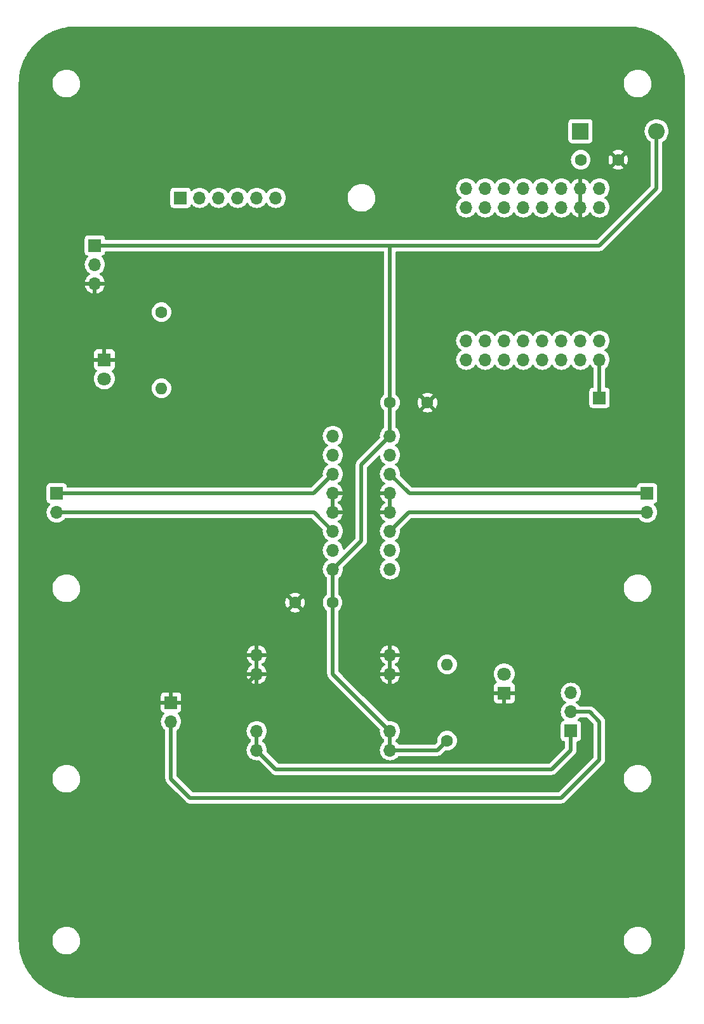
<source format=gbr>
%TF.GenerationSoftware,KiCad,Pcbnew,7.0.5*%
%TF.CreationDate,2023-09-24T23:37:00-04:00*%
%TF.ProjectId,cascade_cart_rev0,63617363-6164-4655-9f63-6172745f7265,rev?*%
%TF.SameCoordinates,Original*%
%TF.FileFunction,Copper,L2,Bot*%
%TF.FilePolarity,Positive*%
%FSLAX46Y46*%
G04 Gerber Fmt 4.6, Leading zero omitted, Abs format (unit mm)*
G04 Created by KiCad (PCBNEW 7.0.5) date 2023-09-24 23:37:00*
%MOMM*%
%LPD*%
G01*
G04 APERTURE LIST*
%TA.AperFunction,ComponentPad*%
%ADD10C,1.600000*%
%TD*%
%TA.AperFunction,ComponentPad*%
%ADD11R,1.700000X1.700000*%
%TD*%
%TA.AperFunction,ComponentPad*%
%ADD12R,1.800000X1.800000*%
%TD*%
%TA.AperFunction,ComponentPad*%
%ADD13C,1.800000*%
%TD*%
%TA.AperFunction,ComponentPad*%
%ADD14O,1.700000X1.700000*%
%TD*%
%TA.AperFunction,ComponentPad*%
%ADD15O,1.600000X1.600000*%
%TD*%
%TA.AperFunction,ComponentPad*%
%ADD16R,2.200000X2.200000*%
%TD*%
%TA.AperFunction,ComponentPad*%
%ADD17O,2.200000X2.200000*%
%TD*%
%TA.AperFunction,Conductor*%
%ADD18C,0.508000*%
%TD*%
G04 APERTURE END LIST*
D10*
%TO.P,C3,1*%
%TO.N,/VUSB*%
X141010000Y-55880000D03*
%TO.P,C3,2*%
%TO.N,GND*%
X146010000Y-55880000D03*
%TD*%
D11*
%TO.P,J7,1,Pin_1*%
%TO.N,Net-(J7-Pin_1)*%
X143510000Y-87630000D03*
%TD*%
D12*
%TO.P,D3,1,K*%
%TO.N,GND*%
X77470000Y-82550000D03*
D13*
%TO.P,D3,2,A*%
%TO.N,Net-(D3-A)*%
X77470000Y-85090000D03*
%TD*%
D14*
%TO.P,J3,1,Pin_1*%
%TO.N,/EN_A*%
X107950000Y-92710000D03*
%TO.P,J3,2,Pin_2*%
%TO.N,/MOT_CONT_A1*%
X107950000Y-95250000D03*
%TO.P,J3,3,Pin_3*%
%TO.N,/A1*%
X107950000Y-97790000D03*
%TO.P,J3,4,Pin_4*%
%TO.N,GND*%
X107950000Y-100330000D03*
%TO.P,J3,5,Pin_5*%
X107950000Y-102870000D03*
%TO.P,J3,6,Pin_6*%
%TO.N,/A2*%
X107950000Y-105410000D03*
%TO.P,J3,7,Pin_7*%
%TO.N,/MOT_CONT_A2*%
X107950000Y-107950000D03*
%TO.P,J3,8,Pin_8*%
%TO.N,+5V*%
X107950000Y-110490000D03*
%TO.P,J3,9,Pin_9*%
%TO.N,/EN_B*%
X115570000Y-110490000D03*
%TO.P,J3,10,Pin_10*%
%TO.N,/MOT_CONT_B2*%
X115570000Y-107950000D03*
%TO.P,J3,11,Pin_11*%
%TO.N,/B2*%
X115570000Y-105410000D03*
%TO.P,J3,12,Pin_12*%
%TO.N,GND*%
X115570000Y-102870000D03*
%TO.P,J3,13,Pin_13*%
X115570000Y-100330000D03*
%TO.P,J3,14,Pin_14*%
%TO.N,/B1*%
X115570000Y-97790000D03*
%TO.P,J3,15,Pin_15*%
%TO.N,/MOT_CONT_B1*%
X115570000Y-95250000D03*
%TO.P,J3,16,Pin_16*%
%TO.N,+5V*%
X115570000Y-92710000D03*
%TD*%
%TO.P,U1,1,EN*%
%TO.N,unconnected-(U1-EN-Pad1)*%
X125730000Y-82550000D03*
%TO.P,U1,2,IO3*%
%TO.N,/EN_A*%
X128270000Y-82550000D03*
%TO.P,U1,3,IO5*%
%TO.N,/MOT_CONT_A1*%
X130810000Y-82550000D03*
%TO.P,U1,4,IO7*%
%TO.N,/MOT_CONT_A2*%
X133350000Y-82550000D03*
%TO.P,U1,5,IO9*%
%TO.N,/MOT_CONT_B1*%
X135890000Y-82550000D03*
%TO.P,U1,6,IO11*%
%TO.N,/MOT_CONT_B2*%
X138430000Y-82550000D03*
%TO.P,U1,7,IO12*%
%TO.N,/EN_B*%
X140970000Y-82550000D03*
%TO.P,U1,8,3V3*%
%TO.N,Net-(J7-Pin_1)*%
X143510000Y-82550000D03*
%TO.P,U1,9,IO1*%
%TO.N,unconnected-(U1-IO1-Pad9)*%
X125730000Y-80010000D03*
%TO.P,U1,10,IO2*%
%TO.N,unconnected-(U1-IO2-Pad10)*%
X128270000Y-80010000D03*
%TO.P,U1,11,IO4*%
%TO.N,unconnected-(U1-IO4-Pad11)*%
X130810000Y-80010000D03*
%TO.P,U1,12,IO6*%
%TO.N,unconnected-(U1-IO6-Pad12)*%
X133350000Y-80010000D03*
%TO.P,U1,13,IO8*%
%TO.N,unconnected-(U1-IO8-Pad13)*%
X135890000Y-80010000D03*
%TO.P,U1,14,IO10*%
%TO.N,unconnected-(U1-IO10-Pad14)*%
X138430000Y-80010000D03*
%TO.P,U1,15,IO13*%
%TO.N,unconnected-(U1-IO13-Pad15)*%
X140970000Y-80010000D03*
%TO.P,U1,16,IO14*%
%TO.N,unconnected-(U1-IO14-Pad16)*%
X143510000Y-80010000D03*
%TO.P,U1,17,IO40*%
%TO.N,unconnected-(U1-IO40-Pad17)*%
X125730000Y-62230000D03*
%TO.P,U1,18,IO38*%
%TO.N,unconnected-(U1-IO38-Pad18)*%
X128270000Y-62230000D03*
%TO.P,U1,19,IO36*%
%TO.N,/LED_CONT*%
X130810000Y-62230000D03*
%TO.P,U1,20,IO34*%
%TO.N,/LED_IND*%
X133350000Y-62230000D03*
%TO.P,U1,21,IO21*%
%TO.N,unconnected-(U1-IO21-Pad21)*%
X135890000Y-62230000D03*
%TO.P,U1,22,IO17*%
%TO.N,unconnected-(U1-IO17-Pad22)*%
X138430000Y-62230000D03*
%TO.P,U1,23,GND*%
%TO.N,GND*%
X140970000Y-62230000D03*
%TO.P,U1,24,IO15*%
%TO.N,unconnected-(U1-IO15-Pad24)*%
X143510000Y-62230000D03*
%TO.P,U1,25,IO39*%
%TO.N,Net-(J6-Pin_6)*%
X125730000Y-59690000D03*
%TO.P,U1,26,IO37*%
%TO.N,Net-(J6-Pin_5)*%
X128270000Y-59690000D03*
%TO.P,U1,27,IO35*%
%TO.N,Net-(J6-Pin_4)*%
X130810000Y-59690000D03*
%TO.P,U1,28,IO33*%
%TO.N,Net-(J6-Pin_3)*%
X133350000Y-59690000D03*
%TO.P,U1,29,IO18*%
%TO.N,Net-(J6-Pin_2)*%
X135890000Y-59690000D03*
%TO.P,U1,30,IO16*%
%TO.N,Net-(J6-Pin_1)*%
X138430000Y-59690000D03*
%TO.P,U1,31,GND*%
%TO.N,GND*%
X140970000Y-59690000D03*
%TO.P,U1,32,VBUS*%
%TO.N,/VUSB*%
X143510000Y-59690000D03*
%TD*%
D11*
%TO.P,J5,1,Pin_1*%
%TO.N,/B1*%
X149860000Y-100350000D03*
D14*
%TO.P,J5,2,Pin_2*%
%TO.N,/B2*%
X149860000Y-102890000D03*
%TD*%
D11*
%TO.P,SW1,1,A*%
%TO.N,Net-(SW1-A)*%
X139700000Y-132065000D03*
D14*
%TO.P,SW1,2,B*%
%TO.N,Net-(J1-Pin_2)*%
X139700000Y-129525000D03*
%TO.P,SW1,3,C*%
%TO.N,unconnected-(SW1-C-Pad3)*%
X139700000Y-126985000D03*
%TD*%
D10*
%TO.P,R2,1*%
%TO.N,/LED_IND*%
X85090000Y-76200000D03*
D15*
%TO.P,R2,2*%
%TO.N,Net-(D3-A)*%
X85090000Y-86360000D03*
%TD*%
D11*
%TO.P,J6,1,Pin_1*%
%TO.N,Net-(J6-Pin_1)*%
X87630000Y-60960000D03*
D14*
%TO.P,J6,2,Pin_2*%
%TO.N,Net-(J6-Pin_2)*%
X90170000Y-60960000D03*
%TO.P,J6,3,Pin_3*%
%TO.N,Net-(J6-Pin_3)*%
X92710000Y-60960000D03*
%TO.P,J6,4,Pin_4*%
%TO.N,Net-(J6-Pin_4)*%
X95250000Y-60960000D03*
%TO.P,J6,5,Pin_5*%
%TO.N,Net-(J6-Pin_5)*%
X97790000Y-60960000D03*
%TO.P,J6,6,Pin_6*%
%TO.N,Net-(J6-Pin_6)*%
X100330000Y-60960000D03*
%TD*%
D16*
%TO.P,D1,1,K*%
%TO.N,/VUSB*%
X140970000Y-52070000D03*
D17*
%TO.P,D1,2,A*%
%TO.N,+5V*%
X151130000Y-52070000D03*
%TD*%
D10*
%TO.P,R3,1*%
%TO.N,+5V*%
X123190000Y-133350000D03*
D15*
%TO.P,R3,2*%
%TO.N,Net-(D4-A)*%
X123190000Y-123190000D03*
%TD*%
D14*
%TO.P,U2,1,VIN-*%
%TO.N,GND*%
X97790000Y-121920000D03*
%TO.P,U2,2,VIN-*%
X97790000Y-124460000D03*
%TO.P,U2,3,VIN+*%
%TO.N,Net-(SW1-A)*%
X97790000Y-132080000D03*
%TO.P,U2,4,VIN+*%
X97790000Y-134620000D03*
%TO.P,U2,5,VOUT+*%
%TO.N,+5V*%
X115570000Y-134620000D03*
%TO.P,U2,6,VOUT+*%
X115570000Y-132080000D03*
%TO.P,U2,7,VOUT-*%
%TO.N,GND*%
X115570000Y-124460000D03*
%TO.P,U2,8,VOUT-*%
X115570000Y-121920000D03*
%TD*%
D11*
%TO.P,J1,1,Pin_1*%
%TO.N,GND*%
X86360000Y-128270000D03*
D14*
%TO.P,J1,2,Pin_2*%
%TO.N,Net-(J1-Pin_2)*%
X86360000Y-130810000D03*
%TD*%
D12*
%TO.P,D4,1,K*%
%TO.N,GND*%
X130810000Y-127000000D03*
D13*
%TO.P,D4,2,A*%
%TO.N,Net-(D4-A)*%
X130810000Y-124460000D03*
%TD*%
D10*
%TO.P,C1,1*%
%TO.N,+5V*%
X115570000Y-88265000D03*
%TO.P,C1,2*%
%TO.N,GND*%
X120570000Y-88265000D03*
%TD*%
D11*
%TO.P,J4,1,Pin_1*%
%TO.N,/A1*%
X71120000Y-100350000D03*
D14*
%TO.P,J4,2,Pin_2*%
%TO.N,/A2*%
X71120000Y-102890000D03*
%TD*%
D11*
%TO.P,J2,1,Pin_1*%
%TO.N,+5V*%
X76200000Y-67310000D03*
D14*
%TO.P,J2,2,Pin_2*%
%TO.N,/LED_CONT*%
X76200000Y-69850000D03*
%TO.P,J2,3,Pin_3*%
%TO.N,GND*%
X76200000Y-72390000D03*
%TD*%
D10*
%TO.P,C2,1*%
%TO.N,+5V*%
X107910000Y-114935000D03*
%TO.P,C2,2*%
%TO.N,GND*%
X102910000Y-114935000D03*
%TD*%
D18*
%TO.N,+5V*%
X143510000Y-67310000D02*
X151130000Y-59690000D01*
X115570000Y-67310000D02*
X143510000Y-67310000D01*
X111760000Y-106680000D02*
X111760000Y-96520000D01*
X115570000Y-134620000D02*
X121920000Y-134620000D01*
X111760000Y-96520000D02*
X115570000Y-92710000D01*
X115570000Y-92710000D02*
X115570000Y-67310000D01*
X115570000Y-132080000D02*
X107950000Y-124460000D01*
X121920000Y-134620000D02*
X123190000Y-133350000D01*
X107950000Y-110490000D02*
X111760000Y-106680000D01*
X76200000Y-67310000D02*
X115570000Y-67310000D01*
X151130000Y-59690000D02*
X151130000Y-52070000D01*
X107950000Y-124460000D02*
X107950000Y-110490000D01*
X115570000Y-134620000D02*
X115570000Y-132080000D01*
%TO.N,GND*%
X86360000Y-128270000D02*
X93980000Y-128270000D01*
X97790000Y-124460000D02*
X97790000Y-121920000D01*
X93980000Y-128270000D02*
X97790000Y-124460000D01*
%TO.N,Net-(J1-Pin_2)*%
X143510000Y-130810000D02*
X142225000Y-129525000D01*
X138430000Y-140970000D02*
X143510000Y-135890000D01*
X86360000Y-138430000D02*
X88900000Y-140970000D01*
X143510000Y-135890000D02*
X143510000Y-130810000D01*
X86360000Y-130810000D02*
X86360000Y-138430000D01*
X142225000Y-129525000D02*
X139700000Y-129525000D01*
X88900000Y-140970000D02*
X138430000Y-140970000D01*
%TO.N,/A1*%
X105390000Y-100350000D02*
X107950000Y-97790000D01*
X71120000Y-100350000D02*
X105390000Y-100350000D01*
%TO.N,/A2*%
X107950000Y-105410000D02*
X105430000Y-102890000D01*
X71120000Y-102890000D02*
X105430000Y-102890000D01*
%TO.N,/B2*%
X118090000Y-102890000D02*
X115570000Y-105410000D01*
X149860000Y-102890000D02*
X118090000Y-102890000D01*
%TO.N,/B1*%
X149860000Y-100350000D02*
X118130000Y-100350000D01*
X118130000Y-100350000D02*
X115570000Y-97790000D01*
%TO.N,Net-(SW1-A)*%
X139700000Y-134620000D02*
X139700000Y-132065000D01*
X100330000Y-137160000D02*
X137160000Y-137160000D01*
X97790000Y-134620000D02*
X100330000Y-137160000D01*
X97790000Y-134620000D02*
X97790000Y-132080000D01*
X137160000Y-137160000D02*
X139700000Y-134620000D01*
%TO.N,Net-(J7-Pin_1)*%
X143510000Y-82550000D02*
X143510000Y-87630000D01*
%TD*%
%TA.AperFunction,Conductor*%
%TO.N,GND*%
G36*
X107752547Y-100740016D02*
G01*
X107882173Y-100780000D01*
X107983724Y-100780000D01*
X108084138Y-100764865D01*
X108200000Y-100709068D01*
X108200000Y-102495810D01*
X108147453Y-102459984D01*
X108017827Y-102420000D01*
X107916276Y-102420000D01*
X107815862Y-102435135D01*
X107700000Y-102490931D01*
X107700000Y-100704189D01*
X107752547Y-100740016D01*
G37*
%TD.AperFunction*%
%TA.AperFunction,Conductor*%
G36*
X115372547Y-100740016D02*
G01*
X115502173Y-100780000D01*
X115603724Y-100780000D01*
X115704138Y-100764865D01*
X115820000Y-100709068D01*
X115820000Y-102495810D01*
X115767453Y-102459984D01*
X115637827Y-102420000D01*
X115536276Y-102420000D01*
X115435862Y-102435135D01*
X115320000Y-102490931D01*
X115320000Y-100704189D01*
X115372547Y-100740016D01*
G37*
%TD.AperFunction*%
%TA.AperFunction,Conductor*%
G36*
X97592547Y-122330016D02*
G01*
X97722173Y-122370000D01*
X97823724Y-122370000D01*
X97924138Y-122354865D01*
X98040000Y-122299068D01*
X98040000Y-124085810D01*
X97987453Y-124049984D01*
X97857827Y-124010000D01*
X97756276Y-124010000D01*
X97655862Y-124025135D01*
X97539999Y-124080931D01*
X97540000Y-122294189D01*
X97592547Y-122330016D01*
G37*
%TD.AperFunction*%
%TA.AperFunction,Conductor*%
G36*
X115372547Y-122330016D02*
G01*
X115502173Y-122370000D01*
X115603724Y-122370000D01*
X115704138Y-122354865D01*
X115820000Y-122299068D01*
X115820000Y-124085810D01*
X115767453Y-124049984D01*
X115637827Y-124010000D01*
X115536276Y-124010000D01*
X115435862Y-124025135D01*
X115320000Y-124080931D01*
X115320000Y-122294189D01*
X115372547Y-122330016D01*
G37*
%TD.AperFunction*%
%TA.AperFunction,Conductor*%
G36*
X140772547Y-60100016D02*
G01*
X140902173Y-60140000D01*
X141003724Y-60140000D01*
X141104138Y-60124865D01*
X141220000Y-60069068D01*
X141220000Y-61855810D01*
X141167453Y-61819984D01*
X141037827Y-61780000D01*
X140936276Y-61780000D01*
X140835862Y-61795135D01*
X140720000Y-61850931D01*
X140720000Y-60064189D01*
X140772547Y-60100016D01*
G37*
%TD.AperFunction*%
%TA.AperFunction,Conductor*%
G36*
X147321050Y-38100536D02*
G01*
X147363756Y-38101994D01*
X147641772Y-38111492D01*
X147641772Y-38111536D01*
X147641959Y-38111498D01*
X147642392Y-38111513D01*
X147842520Y-38118661D01*
X147846580Y-38118942D01*
X148134930Y-38148585D01*
X148371748Y-38174046D01*
X148375615Y-38174587D01*
X148654002Y-38222586D01*
X148895755Y-38266203D01*
X148899383Y-38266972D01*
X149170998Y-38333163D01*
X149412051Y-38394689D01*
X149415400Y-38395647D01*
X149680332Y-38479732D01*
X149918091Y-38558866D01*
X149921205Y-38559999D01*
X150077020Y-38621444D01*
X150178819Y-38661588D01*
X150411402Y-38757927D01*
X150414269Y-38759202D01*
X150663320Y-38877645D01*
X150664325Y-38878136D01*
X150889576Y-38990889D01*
X150892211Y-38992288D01*
X151132114Y-39127178D01*
X151133324Y-39127877D01*
X151350359Y-39256650D01*
X151352709Y-39258117D01*
X151582581Y-39408890D01*
X151583916Y-39409791D01*
X151791415Y-39553860D01*
X151793518Y-39555386D01*
X152012378Y-39721353D01*
X152013818Y-39722479D01*
X152112736Y-39802191D01*
X152210667Y-39881109D01*
X152212475Y-39882625D01*
X152298588Y-39957712D01*
X152419437Y-40063087D01*
X152420938Y-40064439D01*
X152606016Y-40236752D01*
X152607580Y-40238261D01*
X152801736Y-40432417D01*
X152803246Y-40433982D01*
X152975559Y-40619060D01*
X152976911Y-40620561D01*
X153157358Y-40827505D01*
X153158904Y-40829349D01*
X153317519Y-41026180D01*
X153318645Y-41027620D01*
X153484612Y-41246480D01*
X153486138Y-41248583D01*
X153630193Y-41456061D01*
X153631108Y-41457417D01*
X153781881Y-41687289D01*
X153783359Y-41689656D01*
X153912098Y-41906634D01*
X153912820Y-41907884D01*
X154047710Y-42147787D01*
X154049109Y-42150422D01*
X154161843Y-42375635D01*
X154162392Y-42376759D01*
X154280786Y-42625706D01*
X154282076Y-42628608D01*
X154378404Y-42861164D01*
X154479999Y-43118793D01*
X154481150Y-43121959D01*
X154560271Y-43359680D01*
X154644340Y-43624560D01*
X154645319Y-43627984D01*
X154706852Y-43869068D01*
X154773020Y-44140590D01*
X154773798Y-44144261D01*
X154817422Y-44386056D01*
X154865410Y-44664380D01*
X154865957Y-44668288D01*
X154891410Y-44905038D01*
X154921053Y-45193378D01*
X154921338Y-45197506D01*
X154928506Y-45398225D01*
X154928507Y-45398225D01*
X154928507Y-45398233D01*
X154928539Y-45399138D01*
X154928539Y-45399188D01*
X154939464Y-45718950D01*
X154939500Y-45721067D01*
X154939500Y-160018932D01*
X154939464Y-160021049D01*
X154928510Y-160341679D01*
X154921338Y-160542492D01*
X154921053Y-160546620D01*
X154891410Y-160834960D01*
X154865957Y-161071710D01*
X154865410Y-161075618D01*
X154817422Y-161353942D01*
X154773798Y-161595737D01*
X154773020Y-161599408D01*
X154706852Y-161870930D01*
X154645319Y-162112014D01*
X154644340Y-162115438D01*
X154560271Y-162380318D01*
X154481150Y-162618039D01*
X154479999Y-162621205D01*
X154378404Y-162878834D01*
X154282076Y-163111390D01*
X154280786Y-163114292D01*
X154162392Y-163363239D01*
X154161843Y-163364363D01*
X154049109Y-163589576D01*
X154047710Y-163592211D01*
X153912820Y-163832114D01*
X153912098Y-163833364D01*
X153783359Y-164050342D01*
X153781881Y-164052709D01*
X153631108Y-164282581D01*
X153630193Y-164283937D01*
X153486138Y-164491415D01*
X153484612Y-164493518D01*
X153318645Y-164712378D01*
X153317519Y-164713818D01*
X153158904Y-164910649D01*
X153157358Y-164912493D01*
X152976911Y-165119437D01*
X152975559Y-165120938D01*
X152803246Y-165306016D01*
X152801709Y-165307609D01*
X152607609Y-165501709D01*
X152606016Y-165503246D01*
X152420938Y-165675559D01*
X152419437Y-165676911D01*
X152212493Y-165857358D01*
X152210649Y-165858904D01*
X152013818Y-166017519D01*
X152012378Y-166018645D01*
X151793518Y-166184612D01*
X151791415Y-166186138D01*
X151583937Y-166330193D01*
X151582581Y-166331108D01*
X151352709Y-166481881D01*
X151350342Y-166483359D01*
X151133364Y-166612098D01*
X151132114Y-166612820D01*
X150892211Y-166747710D01*
X150889576Y-166749109D01*
X150664363Y-166861843D01*
X150663239Y-166862392D01*
X150414292Y-166980786D01*
X150411390Y-166982076D01*
X150178834Y-167078404D01*
X149921205Y-167179999D01*
X149918039Y-167181150D01*
X149680318Y-167260271D01*
X149415438Y-167344340D01*
X149412014Y-167345319D01*
X149170930Y-167406852D01*
X148899408Y-167473020D01*
X148895737Y-167473798D01*
X148653942Y-167517422D01*
X148375618Y-167565410D01*
X148371710Y-167565957D01*
X148134960Y-167591410D01*
X147846620Y-167621053D01*
X147842492Y-167621338D01*
X147641870Y-167628503D01*
X147321049Y-167639464D01*
X147318932Y-167639500D01*
X73661067Y-167639500D01*
X73658950Y-167639464D01*
X73339188Y-167628539D01*
X73339141Y-167628539D01*
X73339097Y-167628537D01*
X73338616Y-167628520D01*
X73338225Y-167628507D01*
X73338225Y-167628506D01*
X73137506Y-167621338D01*
X73133378Y-167621053D01*
X72845038Y-167591410D01*
X72608288Y-167565957D01*
X72604380Y-167565410D01*
X72326056Y-167517422D01*
X72084261Y-167473798D01*
X72080590Y-167473020D01*
X71809068Y-167406852D01*
X71567984Y-167345319D01*
X71564560Y-167344340D01*
X71299704Y-167260278D01*
X71061950Y-167181146D01*
X71058793Y-167179999D01*
X70801164Y-167078404D01*
X70568608Y-166982076D01*
X70565706Y-166980786D01*
X70316759Y-166862392D01*
X70315635Y-166861843D01*
X70090422Y-166749109D01*
X70087787Y-166747710D01*
X69847884Y-166612820D01*
X69846634Y-166612098D01*
X69629656Y-166483359D01*
X69627289Y-166481881D01*
X69397417Y-166331108D01*
X69396061Y-166330193D01*
X69188583Y-166186138D01*
X69186480Y-166184612D01*
X68967620Y-166018645D01*
X68966180Y-166017519D01*
X68769349Y-165858904D01*
X68767505Y-165857358D01*
X68560561Y-165676911D01*
X68559060Y-165675559D01*
X68373982Y-165503246D01*
X68372417Y-165501736D01*
X68178261Y-165307580D01*
X68176752Y-165306016D01*
X68004439Y-165120938D01*
X68003087Y-165119437D01*
X67897712Y-164998588D01*
X67822625Y-164912475D01*
X67821109Y-164910667D01*
X67742191Y-164812736D01*
X67662479Y-164713818D01*
X67661353Y-164712378D01*
X67495386Y-164493518D01*
X67493860Y-164491415D01*
X67349805Y-164283937D01*
X67348890Y-164282581D01*
X67198117Y-164052709D01*
X67196650Y-164050359D01*
X67067877Y-163833324D01*
X67067178Y-163832114D01*
X66932288Y-163592211D01*
X66930889Y-163589576D01*
X66818155Y-163364363D01*
X66817644Y-163363317D01*
X66699202Y-163114270D01*
X66697922Y-163111390D01*
X66601594Y-162878834D01*
X66499999Y-162621205D01*
X66498866Y-162618091D01*
X66419728Y-162380318D01*
X66335647Y-162115400D01*
X66334689Y-162112051D01*
X66273163Y-161870998D01*
X66206972Y-161599383D01*
X66206203Y-161595755D01*
X66162576Y-161353942D01*
X66114587Y-161075615D01*
X66114046Y-161071748D01*
X66088585Y-160834930D01*
X66058942Y-160546580D01*
X66058661Y-160542518D01*
X66051489Y-160341678D01*
X66042815Y-160087763D01*
X70535787Y-160087763D01*
X70565413Y-160357013D01*
X70565415Y-160357024D01*
X70613903Y-160542492D01*
X70633928Y-160619088D01*
X70739870Y-160868390D01*
X70811998Y-160986575D01*
X70880979Y-161099605D01*
X70880986Y-161099615D01*
X71054253Y-161307819D01*
X71054259Y-161307824D01*
X71105730Y-161353942D01*
X71255998Y-161488582D01*
X71481910Y-161638044D01*
X71727176Y-161753020D01*
X71727183Y-161753022D01*
X71727185Y-161753023D01*
X71986557Y-161831057D01*
X71986564Y-161831058D01*
X71986569Y-161831060D01*
X72254561Y-161870500D01*
X72254566Y-161870500D01*
X72457629Y-161870500D01*
X72457631Y-161870500D01*
X72457636Y-161870499D01*
X72457648Y-161870499D01*
X72495191Y-161867750D01*
X72660156Y-161855677D01*
X72796451Y-161825316D01*
X72924546Y-161796782D01*
X72924548Y-161796781D01*
X72924553Y-161796780D01*
X73177558Y-161700014D01*
X73413777Y-161567441D01*
X73628177Y-161401888D01*
X73816186Y-161206881D01*
X73973799Y-160986579D01*
X74069850Y-160799759D01*
X74097649Y-160745690D01*
X74097651Y-160745684D01*
X74097656Y-160745675D01*
X74185118Y-160489305D01*
X74234319Y-160222933D01*
X74239259Y-160087763D01*
X146735787Y-160087763D01*
X146765413Y-160357013D01*
X146765415Y-160357024D01*
X146813903Y-160542492D01*
X146833928Y-160619088D01*
X146939870Y-160868390D01*
X147011998Y-160986575D01*
X147080979Y-161099605D01*
X147080986Y-161099615D01*
X147254253Y-161307819D01*
X147254259Y-161307824D01*
X147305730Y-161353942D01*
X147455998Y-161488582D01*
X147681910Y-161638044D01*
X147927176Y-161753020D01*
X147927183Y-161753022D01*
X147927185Y-161753023D01*
X148186557Y-161831057D01*
X148186564Y-161831058D01*
X148186569Y-161831060D01*
X148454561Y-161870500D01*
X148454566Y-161870500D01*
X148657629Y-161870500D01*
X148657631Y-161870500D01*
X148657636Y-161870499D01*
X148657648Y-161870499D01*
X148695191Y-161867750D01*
X148860156Y-161855677D01*
X148996451Y-161825316D01*
X149124546Y-161796782D01*
X149124548Y-161796781D01*
X149124553Y-161796780D01*
X149377558Y-161700014D01*
X149613777Y-161567441D01*
X149828177Y-161401888D01*
X150016186Y-161206881D01*
X150173799Y-160986579D01*
X150269850Y-160799759D01*
X150297649Y-160745690D01*
X150297651Y-160745684D01*
X150297656Y-160745675D01*
X150385118Y-160489305D01*
X150434319Y-160222933D01*
X150444212Y-159952235D01*
X150414586Y-159682982D01*
X150346072Y-159420912D01*
X150240130Y-159171610D01*
X150099018Y-158940390D01*
X150009747Y-158833119D01*
X149925746Y-158732180D01*
X149925740Y-158732175D01*
X149724002Y-158551418D01*
X149498092Y-158401957D01*
X149498090Y-158401956D01*
X149252824Y-158286980D01*
X149252819Y-158286978D01*
X149252814Y-158286976D01*
X148993442Y-158208942D01*
X148993428Y-158208939D01*
X148877791Y-158191921D01*
X148725439Y-158169500D01*
X148522369Y-158169500D01*
X148522351Y-158169500D01*
X148319844Y-158184323D01*
X148319831Y-158184325D01*
X148055453Y-158243217D01*
X148055446Y-158243220D01*
X147802439Y-158339987D01*
X147566226Y-158472557D01*
X147351822Y-158638112D01*
X147163822Y-158833109D01*
X147163816Y-158833116D01*
X147006202Y-159053419D01*
X147006199Y-159053424D01*
X146882350Y-159294309D01*
X146882343Y-159294327D01*
X146794884Y-159550685D01*
X146794881Y-159550699D01*
X146745681Y-159817068D01*
X146745680Y-159817075D01*
X146735787Y-160087763D01*
X74239259Y-160087763D01*
X74244212Y-159952235D01*
X74214586Y-159682982D01*
X74146072Y-159420912D01*
X74040130Y-159171610D01*
X73899018Y-158940390D01*
X73809747Y-158833119D01*
X73725746Y-158732180D01*
X73725740Y-158732175D01*
X73524002Y-158551418D01*
X73298092Y-158401957D01*
X73298090Y-158401956D01*
X73052824Y-158286980D01*
X73052819Y-158286978D01*
X73052814Y-158286976D01*
X72793442Y-158208942D01*
X72793428Y-158208939D01*
X72677791Y-158191921D01*
X72525439Y-158169500D01*
X72322369Y-158169500D01*
X72322351Y-158169500D01*
X72119844Y-158184323D01*
X72119831Y-158184325D01*
X71855453Y-158243217D01*
X71855446Y-158243220D01*
X71602439Y-158339987D01*
X71366226Y-158472557D01*
X71151822Y-158638112D01*
X70963822Y-158833109D01*
X70963816Y-158833116D01*
X70806202Y-159053419D01*
X70806199Y-159053424D01*
X70682350Y-159294309D01*
X70682343Y-159294327D01*
X70594884Y-159550685D01*
X70594881Y-159550699D01*
X70545681Y-159817068D01*
X70545680Y-159817075D01*
X70535787Y-160087763D01*
X66042815Y-160087763D01*
X66040536Y-160021049D01*
X66040500Y-160018933D01*
X66040500Y-138497763D01*
X70535787Y-138497763D01*
X70565413Y-138767013D01*
X70565415Y-138767024D01*
X70618980Y-138971911D01*
X70633928Y-139029088D01*
X70739870Y-139278390D01*
X70811998Y-139396575D01*
X70880979Y-139509605D01*
X70880986Y-139509615D01*
X71054253Y-139717819D01*
X71054259Y-139717824D01*
X71255998Y-139898582D01*
X71481910Y-140048044D01*
X71727176Y-140163020D01*
X71727183Y-140163022D01*
X71727185Y-140163023D01*
X71986557Y-140241057D01*
X71986564Y-140241058D01*
X71986569Y-140241060D01*
X72254561Y-140280500D01*
X72254566Y-140280500D01*
X72457629Y-140280500D01*
X72457631Y-140280500D01*
X72457636Y-140280499D01*
X72457648Y-140280499D01*
X72495191Y-140277750D01*
X72660156Y-140265677D01*
X72772758Y-140240593D01*
X72924546Y-140206782D01*
X72924548Y-140206781D01*
X72924553Y-140206780D01*
X73177558Y-140110014D01*
X73413777Y-139977441D01*
X73628177Y-139811888D01*
X73816186Y-139616881D01*
X73973799Y-139396579D01*
X74047787Y-139252669D01*
X74097649Y-139155690D01*
X74097651Y-139155684D01*
X74097656Y-139155675D01*
X74185118Y-138899305D01*
X74234319Y-138632933D01*
X74244212Y-138362235D01*
X74214586Y-138092982D01*
X74146072Y-137830912D01*
X74040130Y-137581610D01*
X73899018Y-137350390D01*
X73809747Y-137243119D01*
X73725746Y-137142180D01*
X73725740Y-137142175D01*
X73524002Y-136961418D01*
X73298092Y-136811957D01*
X73298090Y-136811956D01*
X73052824Y-136696980D01*
X73052819Y-136696978D01*
X73052814Y-136696976D01*
X72793442Y-136618942D01*
X72793428Y-136618939D01*
X72677791Y-136601921D01*
X72525439Y-136579500D01*
X72322369Y-136579500D01*
X72322351Y-136579500D01*
X72119844Y-136594323D01*
X72119831Y-136594325D01*
X71855453Y-136653217D01*
X71855446Y-136653220D01*
X71602439Y-136749987D01*
X71366226Y-136882557D01*
X71151822Y-137048112D01*
X70963822Y-137243109D01*
X70963816Y-137243116D01*
X70806202Y-137463419D01*
X70806199Y-137463424D01*
X70682350Y-137704309D01*
X70682343Y-137704327D01*
X70594884Y-137960685D01*
X70594881Y-137960699D01*
X70545681Y-138227068D01*
X70545680Y-138227075D01*
X70535787Y-138497763D01*
X66040500Y-138497763D01*
X66040500Y-130810000D01*
X85004341Y-130810000D01*
X85024936Y-131045403D01*
X85024938Y-131045413D01*
X85086094Y-131273655D01*
X85086096Y-131273659D01*
X85086097Y-131273663D01*
X85185964Y-131487830D01*
X85185965Y-131487830D01*
X85185967Y-131487834D01*
X85321501Y-131681395D01*
X85321506Y-131681402D01*
X85488597Y-131848493D01*
X85488603Y-131848498D01*
X85552623Y-131893325D01*
X85596248Y-131947901D01*
X85605500Y-131994900D01*
X85605500Y-138366000D01*
X85604191Y-138383969D01*
X85600684Y-138407908D01*
X85605264Y-138460241D01*
X85605500Y-138465648D01*
X85605500Y-138473947D01*
X85609220Y-138505780D01*
X85609404Y-138507573D01*
X85616056Y-138583610D01*
X85617516Y-138590677D01*
X85617464Y-138590687D01*
X85619123Y-138598167D01*
X85619174Y-138598155D01*
X85620840Y-138605184D01*
X85646945Y-138676909D01*
X85647521Y-138678568D01*
X85671533Y-138751029D01*
X85674586Y-138757575D01*
X85674536Y-138757598D01*
X85677876Y-138764497D01*
X85677925Y-138764473D01*
X85681167Y-138770930D01*
X85723108Y-138834699D01*
X85724077Y-138836219D01*
X85764131Y-138901156D01*
X85768611Y-138906822D01*
X85768569Y-138906855D01*
X85773401Y-138912786D01*
X85773443Y-138912752D01*
X85778083Y-138918282D01*
X85778085Y-138918285D01*
X85833627Y-138970686D01*
X85834853Y-138971877D01*
X87078476Y-140215500D01*
X88321234Y-141458258D01*
X88333016Y-141471891D01*
X88347461Y-141491294D01*
X88387706Y-141525064D01*
X88391696Y-141528720D01*
X88397557Y-141534581D01*
X88397565Y-141534588D01*
X88422714Y-141554475D01*
X88424110Y-141555612D01*
X88482569Y-141604664D01*
X88482573Y-141604667D01*
X88482575Y-141604668D01*
X88488607Y-141608635D01*
X88488576Y-141608680D01*
X88495038Y-141612797D01*
X88495067Y-141612751D01*
X88501204Y-141616537D01*
X88570381Y-141648795D01*
X88572005Y-141649581D01*
X88640189Y-141683824D01*
X88640194Y-141683825D01*
X88646979Y-141686295D01*
X88646960Y-141686347D01*
X88654188Y-141688859D01*
X88654206Y-141688808D01*
X88661056Y-141691078D01*
X88661059Y-141691078D01*
X88661060Y-141691079D01*
X88735860Y-141706523D01*
X88737497Y-141706886D01*
X88811812Y-141724500D01*
X88811818Y-141724500D01*
X88818985Y-141725338D01*
X88818978Y-141725391D01*
X88826595Y-141726169D01*
X88826600Y-141726116D01*
X88833789Y-141726745D01*
X88833792Y-141726744D01*
X88833793Y-141726745D01*
X88858112Y-141726037D01*
X88910062Y-141724526D01*
X88911865Y-141724500D01*
X138366000Y-141724500D01*
X138383969Y-141725809D01*
X138389350Y-141726596D01*
X138407906Y-141729315D01*
X138460248Y-141724735D01*
X138465649Y-141724500D01*
X138473934Y-141724500D01*
X138473941Y-141724500D01*
X138505818Y-141720774D01*
X138507493Y-141720602D01*
X138583612Y-141713943D01*
X138583615Y-141713941D01*
X138590693Y-141712481D01*
X138590704Y-141712535D01*
X138598163Y-141710881D01*
X138598151Y-141710827D01*
X138605178Y-141709161D01*
X138605179Y-141709160D01*
X138605184Y-141709160D01*
X138676904Y-141683055D01*
X138678539Y-141682486D01*
X138751036Y-141658464D01*
X138751038Y-141658462D01*
X138751040Y-141658462D01*
X138757581Y-141655412D01*
X138757604Y-141655462D01*
X138764498Y-141652125D01*
X138764473Y-141652075D01*
X138770920Y-141648837D01*
X138770924Y-141648836D01*
X138834725Y-141606872D01*
X138836188Y-141605940D01*
X138901154Y-141565870D01*
X138901157Y-141565866D01*
X138906823Y-141561387D01*
X138906857Y-141561430D01*
X138912782Y-141556604D01*
X138912747Y-141556562D01*
X138918282Y-141551917D01*
X138918282Y-141551916D01*
X138918285Y-141551915D01*
X138970717Y-141496338D01*
X138971877Y-141495145D01*
X141969259Y-138497763D01*
X146735787Y-138497763D01*
X146765413Y-138767013D01*
X146765415Y-138767024D01*
X146818980Y-138971911D01*
X146833928Y-139029088D01*
X146939870Y-139278390D01*
X147011998Y-139396575D01*
X147080979Y-139509605D01*
X147080986Y-139509615D01*
X147254253Y-139717819D01*
X147254259Y-139717824D01*
X147455998Y-139898582D01*
X147681910Y-140048044D01*
X147927176Y-140163020D01*
X147927183Y-140163022D01*
X147927185Y-140163023D01*
X148186557Y-140241057D01*
X148186564Y-140241058D01*
X148186569Y-140241060D01*
X148454561Y-140280500D01*
X148454566Y-140280500D01*
X148657629Y-140280500D01*
X148657631Y-140280500D01*
X148657636Y-140280499D01*
X148657648Y-140280499D01*
X148695191Y-140277750D01*
X148860156Y-140265677D01*
X148972758Y-140240593D01*
X149124546Y-140206782D01*
X149124548Y-140206781D01*
X149124553Y-140206780D01*
X149377558Y-140110014D01*
X149613777Y-139977441D01*
X149828177Y-139811888D01*
X150016186Y-139616881D01*
X150173799Y-139396579D01*
X150247787Y-139252669D01*
X150297649Y-139155690D01*
X150297651Y-139155684D01*
X150297656Y-139155675D01*
X150385118Y-138899305D01*
X150434319Y-138632933D01*
X150444212Y-138362235D01*
X150414586Y-138092982D01*
X150346072Y-137830912D01*
X150240130Y-137581610D01*
X150099018Y-137350390D01*
X150009747Y-137243119D01*
X149925746Y-137142180D01*
X149925740Y-137142175D01*
X149724002Y-136961418D01*
X149498092Y-136811957D01*
X149498090Y-136811956D01*
X149252824Y-136696980D01*
X149252819Y-136696978D01*
X149252814Y-136696976D01*
X148993442Y-136618942D01*
X148993428Y-136618939D01*
X148877791Y-136601921D01*
X148725439Y-136579500D01*
X148522369Y-136579500D01*
X148522351Y-136579500D01*
X148319844Y-136594323D01*
X148319831Y-136594325D01*
X148055453Y-136653217D01*
X148055446Y-136653220D01*
X147802439Y-136749987D01*
X147566226Y-136882557D01*
X147351822Y-137048112D01*
X147163822Y-137243109D01*
X147163816Y-137243116D01*
X147006202Y-137463419D01*
X147006199Y-137463424D01*
X146882350Y-137704309D01*
X146882343Y-137704327D01*
X146794884Y-137960685D01*
X146794881Y-137960699D01*
X146745681Y-138227068D01*
X146745680Y-138227075D01*
X146735787Y-138497763D01*
X141969259Y-138497763D01*
X143998264Y-136468758D01*
X144011883Y-136456988D01*
X144031294Y-136442539D01*
X144065075Y-136402279D01*
X144068709Y-136398313D01*
X144074583Y-136392441D01*
X144094534Y-136367207D01*
X144095535Y-136365978D01*
X144144667Y-136307427D01*
X144144670Y-136307420D01*
X144148637Y-136301390D01*
X144148683Y-136301420D01*
X144152795Y-136294965D01*
X144152748Y-136294936D01*
X144156532Y-136288799D01*
X144156539Y-136288791D01*
X144188798Y-136219608D01*
X144189562Y-136218031D01*
X144223824Y-136149811D01*
X144223827Y-136149795D01*
X144226293Y-136143024D01*
X144226346Y-136143043D01*
X144228858Y-136135815D01*
X144228807Y-136135798D01*
X144231077Y-136128945D01*
X144231077Y-136128943D01*
X144231079Y-136128940D01*
X144246521Y-136054148D01*
X144246901Y-136052439D01*
X144260913Y-135993324D01*
X144264500Y-135978188D01*
X144264500Y-135978182D01*
X144265338Y-135971015D01*
X144265392Y-135971021D01*
X144266170Y-135963405D01*
X144266117Y-135963401D01*
X144266746Y-135956210D01*
X144264526Y-135879903D01*
X144264500Y-135878100D01*
X144264500Y-130873992D01*
X144265809Y-130856022D01*
X144266194Y-130853388D01*
X144269314Y-130832093D01*
X144264735Y-130779763D01*
X144264500Y-130774361D01*
X144264500Y-130766066D01*
X144264499Y-130766051D01*
X144260772Y-130734167D01*
X144260597Y-130732466D01*
X144253942Y-130656388D01*
X144253940Y-130656383D01*
X144252482Y-130649318D01*
X144252535Y-130649306D01*
X144250878Y-130641830D01*
X144250825Y-130641843D01*
X144249160Y-130634820D01*
X144249160Y-130634816D01*
X144227241Y-130574592D01*
X144223057Y-130563097D01*
X144222465Y-130561394D01*
X144216593Y-130543676D01*
X144198464Y-130488964D01*
X144198458Y-130488954D01*
X144195410Y-130482416D01*
X144195460Y-130482392D01*
X144192128Y-130475509D01*
X144192079Y-130475534D01*
X144188838Y-130469083D01*
X144188836Y-130469076D01*
X144146876Y-130405279D01*
X144145912Y-130403764D01*
X144141371Y-130396402D01*
X144105870Y-130338846D01*
X144105869Y-130338845D01*
X144105868Y-130338843D01*
X144101392Y-130333183D01*
X144101434Y-130333149D01*
X144096597Y-130327211D01*
X144096556Y-130327246D01*
X144091912Y-130321712D01*
X144036405Y-130269344D01*
X144035111Y-130268087D01*
X142803766Y-129036742D01*
X142791984Y-129023109D01*
X142788604Y-129018569D01*
X142777539Y-129003706D01*
X142777537Y-129003704D01*
X142777538Y-129003704D01*
X142749932Y-128980541D01*
X142737285Y-128969928D01*
X142733310Y-128966286D01*
X142730371Y-128963347D01*
X142727443Y-128960418D01*
X142702280Y-128940522D01*
X142700882Y-128939383D01*
X142642427Y-128890333D01*
X142636394Y-128886365D01*
X142636422Y-128886321D01*
X142629961Y-128882204D01*
X142629934Y-128882250D01*
X142623790Y-128878460D01*
X142554625Y-128846208D01*
X142553002Y-128845422D01*
X142484815Y-128811177D01*
X142478031Y-128808708D01*
X142478049Y-128808658D01*
X142470807Y-128806141D01*
X142470791Y-128806191D01*
X142463939Y-128803920D01*
X142403614Y-128791464D01*
X142389192Y-128788486D01*
X142387445Y-128788099D01*
X142313181Y-128770498D01*
X142306014Y-128769661D01*
X142306020Y-128769607D01*
X142298405Y-128768829D01*
X142298401Y-128768883D01*
X142291210Y-128768253D01*
X142214903Y-128770474D01*
X142213100Y-128770500D01*
X140884901Y-128770500D01*
X140817862Y-128750815D01*
X140783326Y-128717624D01*
X140776128Y-128707345D01*
X140738495Y-128653599D01*
X140571401Y-128486505D01*
X140571399Y-128486504D01*
X140571396Y-128486501D01*
X140385842Y-128356575D01*
X140342217Y-128301998D01*
X140335023Y-128232500D01*
X140366546Y-128170145D01*
X140385842Y-128153425D01*
X140408026Y-128137891D01*
X140571401Y-128023495D01*
X140738495Y-127856401D01*
X140874035Y-127662830D01*
X140973903Y-127448663D01*
X141035063Y-127220408D01*
X141055659Y-126985000D01*
X141035063Y-126749592D01*
X140988626Y-126576285D01*
X140973905Y-126521344D01*
X140973904Y-126521343D01*
X140973903Y-126521337D01*
X140874035Y-126307171D01*
X140738495Y-126113599D01*
X140738494Y-126113597D01*
X140571402Y-125946506D01*
X140571395Y-125946501D01*
X140377834Y-125810967D01*
X140377830Y-125810965D01*
X140334228Y-125790633D01*
X140163663Y-125711097D01*
X140163659Y-125711096D01*
X140163655Y-125711094D01*
X139935413Y-125649938D01*
X139935403Y-125649936D01*
X139700001Y-125629341D01*
X139699999Y-125629341D01*
X139464596Y-125649936D01*
X139464586Y-125649938D01*
X139236344Y-125711094D01*
X139236335Y-125711098D01*
X139022171Y-125810964D01*
X139022169Y-125810965D01*
X138828597Y-125946505D01*
X138661505Y-126113597D01*
X138525965Y-126307169D01*
X138525964Y-126307171D01*
X138426098Y-126521335D01*
X138426094Y-126521344D01*
X138364938Y-126749586D01*
X138364936Y-126749596D01*
X138344341Y-126984999D01*
X138344341Y-126985000D01*
X138364936Y-127220403D01*
X138364938Y-127220413D01*
X138426094Y-127448655D01*
X138426096Y-127448659D01*
X138426097Y-127448663D01*
X138525964Y-127662829D01*
X138525965Y-127662830D01*
X138525967Y-127662834D01*
X138661501Y-127856395D01*
X138661506Y-127856402D01*
X138828597Y-128023493D01*
X138828603Y-128023498D01*
X139014158Y-128153425D01*
X139057783Y-128208002D01*
X139064977Y-128277500D01*
X139033454Y-128339855D01*
X139014158Y-128356575D01*
X138828597Y-128486505D01*
X138661505Y-128653597D01*
X138525965Y-128847169D01*
X138525964Y-128847171D01*
X138426098Y-129061335D01*
X138426094Y-129061344D01*
X138364938Y-129289586D01*
X138364936Y-129289596D01*
X138344341Y-129524999D01*
X138344341Y-129525000D01*
X138364936Y-129760403D01*
X138364938Y-129760413D01*
X138426094Y-129988655D01*
X138426096Y-129988659D01*
X138426097Y-129988663D01*
X138493015Y-130132169D01*
X138525965Y-130202830D01*
X138525967Y-130202834D01*
X138661501Y-130396395D01*
X138661506Y-130396402D01*
X138783430Y-130518326D01*
X138816915Y-130579649D01*
X138811931Y-130649341D01*
X138770059Y-130705274D01*
X138739083Y-130722189D01*
X138607669Y-130771203D01*
X138607664Y-130771206D01*
X138492455Y-130857452D01*
X138492452Y-130857455D01*
X138406206Y-130972664D01*
X138406202Y-130972671D01*
X138355908Y-131107517D01*
X138351607Y-131147528D01*
X138349501Y-131167123D01*
X138349500Y-131167135D01*
X138349500Y-132962870D01*
X138349501Y-132962876D01*
X138355908Y-133022483D01*
X138406202Y-133157328D01*
X138406206Y-133157335D01*
X138492452Y-133272544D01*
X138492455Y-133272547D01*
X138607664Y-133358793D01*
X138607671Y-133358797D01*
X138652618Y-133375560D01*
X138742517Y-133409091D01*
X138802127Y-133415500D01*
X138821497Y-133415499D01*
X138888535Y-133435181D01*
X138934292Y-133487983D01*
X138945500Y-133539499D01*
X138945500Y-134256113D01*
X138925815Y-134323152D01*
X138909181Y-134343794D01*
X136883795Y-136369181D01*
X136822472Y-136402666D01*
X136796114Y-136405500D01*
X100693886Y-136405500D01*
X100626847Y-136385815D01*
X100606205Y-136369181D01*
X99163324Y-134926300D01*
X99129839Y-134864977D01*
X99127477Y-134827811D01*
X99131295Y-134784181D01*
X99145659Y-134620000D01*
X99125063Y-134384592D01*
X99063903Y-134156337D01*
X98964035Y-133942171D01*
X98908366Y-133862666D01*
X98828494Y-133748597D01*
X98661404Y-133581508D01*
X98661402Y-133581506D01*
X98661401Y-133581505D01*
X98661396Y-133581501D01*
X98661393Y-133581499D01*
X98597376Y-133536673D01*
X98553751Y-133482096D01*
X98544500Y-133435099D01*
X98544500Y-133264900D01*
X98564185Y-133197861D01*
X98597377Y-133163325D01*
X98654527Y-133123308D01*
X98661401Y-133118495D01*
X98828495Y-132951401D01*
X98964035Y-132757830D01*
X99063903Y-132543663D01*
X99125063Y-132315408D01*
X99145659Y-132080000D01*
X99125063Y-131844592D01*
X99063903Y-131616337D01*
X98964035Y-131402171D01*
X98874054Y-131273663D01*
X98828494Y-131208597D01*
X98661402Y-131041506D01*
X98661395Y-131041501D01*
X98467834Y-130905967D01*
X98467830Y-130905965D01*
X98363798Y-130857454D01*
X98253663Y-130806097D01*
X98253659Y-130806096D01*
X98253655Y-130806094D01*
X98025413Y-130744938D01*
X98025403Y-130744936D01*
X97790001Y-130724341D01*
X97789999Y-130724341D01*
X97554596Y-130744936D01*
X97554586Y-130744938D01*
X97326344Y-130806094D01*
X97326335Y-130806098D01*
X97112171Y-130905964D01*
X97112169Y-130905965D01*
X96918597Y-131041505D01*
X96751505Y-131208597D01*
X96615965Y-131402169D01*
X96615964Y-131402171D01*
X96516098Y-131616335D01*
X96516094Y-131616344D01*
X96454938Y-131844586D01*
X96454936Y-131844596D01*
X96434341Y-132079999D01*
X96434341Y-132080000D01*
X96454936Y-132315403D01*
X96454938Y-132315413D01*
X96516094Y-132543655D01*
X96516096Y-132543659D01*
X96516097Y-132543663D01*
X96587724Y-132697267D01*
X96615965Y-132757830D01*
X96615967Y-132757834D01*
X96751501Y-132951395D01*
X96751506Y-132951402D01*
X96918597Y-133118493D01*
X96918603Y-133118498D01*
X96982623Y-133163325D01*
X97026248Y-133217901D01*
X97035500Y-133264900D01*
X97035500Y-133435099D01*
X97015815Y-133502138D01*
X96982624Y-133536674D01*
X96918599Y-133581505D01*
X96918597Y-133581506D01*
X96751505Y-133748597D01*
X96615965Y-133942169D01*
X96615964Y-133942171D01*
X96516098Y-134156335D01*
X96516094Y-134156344D01*
X96454938Y-134384586D01*
X96454936Y-134384596D01*
X96434341Y-134619999D01*
X96434341Y-134620000D01*
X96454936Y-134855403D01*
X96454938Y-134855413D01*
X96516094Y-135083655D01*
X96516096Y-135083659D01*
X96516097Y-135083663D01*
X96596423Y-135255922D01*
X96615965Y-135297830D01*
X96615967Y-135297834D01*
X96706674Y-135427376D01*
X96751505Y-135491401D01*
X96918599Y-135658495D01*
X97015384Y-135726264D01*
X97112165Y-135794032D01*
X97112167Y-135794033D01*
X97112170Y-135794035D01*
X97326337Y-135893903D01*
X97554592Y-135955063D01*
X97736920Y-135971015D01*
X97789999Y-135975659D01*
X97790000Y-135975659D01*
X97790001Y-135975659D01*
X97822062Y-135972853D01*
X97997812Y-135957477D01*
X98066311Y-135971243D01*
X98096300Y-135993324D01*
X99751234Y-137648258D01*
X99763016Y-137661891D01*
X99777461Y-137681294D01*
X99817706Y-137715064D01*
X99821696Y-137718720D01*
X99827557Y-137724581D01*
X99827565Y-137724588D01*
X99852714Y-137744475D01*
X99854110Y-137745612D01*
X99912569Y-137794664D01*
X99912573Y-137794667D01*
X99912575Y-137794668D01*
X99918607Y-137798635D01*
X99918576Y-137798680D01*
X99925038Y-137802797D01*
X99925067Y-137802751D01*
X99931204Y-137806537D01*
X100000381Y-137838795D01*
X100002005Y-137839581D01*
X100070189Y-137873824D01*
X100070194Y-137873825D01*
X100076979Y-137876295D01*
X100076960Y-137876347D01*
X100084188Y-137878859D01*
X100084206Y-137878808D01*
X100091056Y-137881078D01*
X100091059Y-137881078D01*
X100091060Y-137881079D01*
X100165860Y-137896523D01*
X100167497Y-137896886D01*
X100241812Y-137914500D01*
X100241818Y-137914500D01*
X100248985Y-137915338D01*
X100248978Y-137915391D01*
X100256595Y-137916169D01*
X100256600Y-137916116D01*
X100263789Y-137916745D01*
X100263792Y-137916744D01*
X100263793Y-137916745D01*
X100288112Y-137916037D01*
X100340062Y-137914526D01*
X100341865Y-137914500D01*
X137096000Y-137914500D01*
X137113969Y-137915809D01*
X137119350Y-137916596D01*
X137137906Y-137919315D01*
X137190248Y-137914735D01*
X137195649Y-137914500D01*
X137203934Y-137914500D01*
X137203941Y-137914500D01*
X137235818Y-137910774D01*
X137237493Y-137910602D01*
X137313612Y-137903943D01*
X137313615Y-137903941D01*
X137320693Y-137902481D01*
X137320704Y-137902535D01*
X137328163Y-137900881D01*
X137328151Y-137900827D01*
X137335178Y-137899161D01*
X137335179Y-137899160D01*
X137335184Y-137899160D01*
X137406904Y-137873055D01*
X137408539Y-137872486D01*
X137481036Y-137848464D01*
X137481038Y-137848462D01*
X137481040Y-137848462D01*
X137487581Y-137845412D01*
X137487604Y-137845462D01*
X137494498Y-137842125D01*
X137494473Y-137842075D01*
X137500920Y-137838837D01*
X137500924Y-137838836D01*
X137564725Y-137796872D01*
X137566188Y-137795940D01*
X137631154Y-137755870D01*
X137631157Y-137755866D01*
X137636823Y-137751387D01*
X137636857Y-137751430D01*
X137642782Y-137746604D01*
X137642747Y-137746562D01*
X137648282Y-137741917D01*
X137648282Y-137741916D01*
X137648285Y-137741915D01*
X137700717Y-137686338D01*
X137701877Y-137685145D01*
X140188264Y-135198758D01*
X140201883Y-135186988D01*
X140221294Y-135172539D01*
X140255075Y-135132279D01*
X140258709Y-135128313D01*
X140264583Y-135122441D01*
X140284514Y-135097232D01*
X140285583Y-135095921D01*
X140334667Y-135037427D01*
X140334670Y-135037420D01*
X140338637Y-135031390D01*
X140338684Y-135031421D01*
X140342790Y-135024976D01*
X140342743Y-135024947D01*
X140346535Y-135018798D01*
X140346536Y-135018795D01*
X140346539Y-135018792D01*
X140378802Y-134949603D01*
X140379566Y-134948022D01*
X140413824Y-134879811D01*
X140413827Y-134879795D01*
X140416293Y-134873024D01*
X140416346Y-134873043D01*
X140418858Y-134865815D01*
X140418807Y-134865798D01*
X140421079Y-134858939D01*
X140436515Y-134784181D01*
X140436906Y-134782419D01*
X140454500Y-134708188D01*
X140454500Y-134708185D01*
X140455339Y-134701015D01*
X140455391Y-134701021D01*
X140456169Y-134693406D01*
X140456116Y-134693402D01*
X140456745Y-134686211D01*
X140454526Y-134609937D01*
X140454500Y-134608134D01*
X140454500Y-133539499D01*
X140474185Y-133472460D01*
X140526989Y-133426705D01*
X140578500Y-133415499D01*
X140597871Y-133415499D01*
X140597872Y-133415499D01*
X140657483Y-133409091D01*
X140792331Y-133358796D01*
X140907546Y-133272546D01*
X140993796Y-133157331D01*
X141044091Y-133022483D01*
X141050500Y-132962873D01*
X141050499Y-131167128D01*
X141044091Y-131107517D01*
X141036142Y-131086205D01*
X140993797Y-130972671D01*
X140993793Y-130972664D01*
X140907547Y-130857455D01*
X140907544Y-130857452D01*
X140792335Y-130771206D01*
X140792328Y-130771202D01*
X140660917Y-130722189D01*
X140604983Y-130680318D01*
X140580566Y-130614853D01*
X140595418Y-130546580D01*
X140616563Y-130518332D01*
X140738495Y-130396401D01*
X140776689Y-130341853D01*
X140783326Y-130332376D01*
X140837904Y-130288751D01*
X140884901Y-130279500D01*
X141861114Y-130279500D01*
X141928153Y-130299185D01*
X141948795Y-130315819D01*
X142719181Y-131086205D01*
X142752666Y-131147528D01*
X142755500Y-131173886D01*
X142755500Y-135526114D01*
X142735815Y-135593153D01*
X142719181Y-135613795D01*
X138153795Y-140179181D01*
X138092472Y-140212666D01*
X138066114Y-140215500D01*
X89263886Y-140215500D01*
X89196847Y-140195815D01*
X89176205Y-140179181D01*
X87150819Y-138153795D01*
X87117334Y-138092472D01*
X87114500Y-138066114D01*
X87114500Y-131994900D01*
X87134185Y-131927861D01*
X87167377Y-131893325D01*
X87197565Y-131872187D01*
X87231401Y-131848495D01*
X87398495Y-131681401D01*
X87534035Y-131487830D01*
X87633903Y-131273663D01*
X87695063Y-131045408D01*
X87715659Y-130810000D01*
X87695063Y-130574592D01*
X87633903Y-130346337D01*
X87534035Y-130132171D01*
X87433544Y-129988655D01*
X87398496Y-129938600D01*
X87398495Y-129938599D01*
X87276179Y-129816283D01*
X87242696Y-129754963D01*
X87247680Y-129685271D01*
X87289551Y-129629337D01*
X87320529Y-129612422D01*
X87452086Y-129563354D01*
X87452093Y-129563350D01*
X87567187Y-129477190D01*
X87567190Y-129477187D01*
X87653350Y-129362093D01*
X87653354Y-129362086D01*
X87703596Y-129227379D01*
X87703598Y-129227372D01*
X87709999Y-129167844D01*
X87710000Y-129167827D01*
X87710000Y-128520000D01*
X86793686Y-128520000D01*
X86819493Y-128479844D01*
X86860000Y-128341889D01*
X86860000Y-128198111D01*
X86819493Y-128060156D01*
X86793686Y-128020000D01*
X87710000Y-128020000D01*
X87710000Y-127372172D01*
X87709999Y-127372155D01*
X87703598Y-127312627D01*
X87703596Y-127312620D01*
X87653354Y-127177913D01*
X87653350Y-127177906D01*
X87567190Y-127062812D01*
X87567187Y-127062809D01*
X87452093Y-126976649D01*
X87452086Y-126976645D01*
X87317379Y-126926403D01*
X87317372Y-126926401D01*
X87257844Y-126920000D01*
X86610000Y-126920000D01*
X86610000Y-127834498D01*
X86502315Y-127785320D01*
X86395763Y-127770000D01*
X86324237Y-127770000D01*
X86217685Y-127785320D01*
X86110000Y-127834498D01*
X86110000Y-126920000D01*
X85462155Y-126920000D01*
X85402627Y-126926401D01*
X85402620Y-126926403D01*
X85267913Y-126976645D01*
X85267906Y-126976649D01*
X85152812Y-127062809D01*
X85152809Y-127062812D01*
X85066649Y-127177906D01*
X85066645Y-127177913D01*
X85016403Y-127312620D01*
X85016401Y-127312627D01*
X85010000Y-127372155D01*
X85010000Y-128020000D01*
X85926314Y-128020000D01*
X85900507Y-128060156D01*
X85860000Y-128198111D01*
X85860000Y-128341889D01*
X85900507Y-128479844D01*
X85926314Y-128520000D01*
X85010000Y-128520000D01*
X85010000Y-129167844D01*
X85016401Y-129227372D01*
X85016403Y-129227379D01*
X85066645Y-129362086D01*
X85066649Y-129362093D01*
X85152809Y-129477187D01*
X85152812Y-129477190D01*
X85267906Y-129563350D01*
X85267913Y-129563354D01*
X85399470Y-129612421D01*
X85455403Y-129654292D01*
X85479821Y-129719756D01*
X85464970Y-129788029D01*
X85443819Y-129816284D01*
X85321503Y-129938600D01*
X85185965Y-130132169D01*
X85185964Y-130132171D01*
X85086098Y-130346335D01*
X85086094Y-130346344D01*
X85024938Y-130574586D01*
X85024936Y-130574596D01*
X85004341Y-130809999D01*
X85004341Y-130810000D01*
X66040500Y-130810000D01*
X66040500Y-124710000D01*
X96459364Y-124710000D01*
X96516567Y-124923486D01*
X96516570Y-124923492D01*
X96616399Y-125137578D01*
X96751894Y-125331082D01*
X96918917Y-125498105D01*
X97112421Y-125633600D01*
X97326507Y-125733429D01*
X97326516Y-125733433D01*
X97540000Y-125790634D01*
X97540000Y-124834189D01*
X97592547Y-124870016D01*
X97722173Y-124910000D01*
X97823724Y-124910000D01*
X97924138Y-124894865D01*
X98040000Y-124839068D01*
X98040000Y-125790633D01*
X98253483Y-125733433D01*
X98253492Y-125733429D01*
X98467578Y-125633600D01*
X98661082Y-125498105D01*
X98828105Y-125331082D01*
X98963600Y-125137578D01*
X99063429Y-124923492D01*
X99063432Y-124923486D01*
X99120636Y-124710000D01*
X98165278Y-124710000D01*
X98213625Y-124626260D01*
X98243810Y-124494008D01*
X98233673Y-124358735D01*
X98184113Y-124232459D01*
X98166203Y-124210000D01*
X99120636Y-124210000D01*
X99120635Y-124209999D01*
X99063432Y-123996513D01*
X99063429Y-123996507D01*
X98963600Y-123782422D01*
X98963599Y-123782420D01*
X98828113Y-123588926D01*
X98828108Y-123588920D01*
X98661082Y-123421894D01*
X98474968Y-123291575D01*
X98431344Y-123236998D01*
X98424151Y-123167499D01*
X98455673Y-123105145D01*
X98474968Y-123088425D01*
X98661082Y-122958105D01*
X98828105Y-122791082D01*
X98963600Y-122597578D01*
X99063429Y-122383492D01*
X99063432Y-122383486D01*
X99120636Y-122170000D01*
X98165278Y-122170000D01*
X98213625Y-122086260D01*
X98243810Y-121954008D01*
X98233673Y-121818735D01*
X98184113Y-121692459D01*
X98166203Y-121670000D01*
X99120636Y-121670000D01*
X99120635Y-121669999D01*
X99063432Y-121456513D01*
X99063429Y-121456507D01*
X98963600Y-121242422D01*
X98963599Y-121242420D01*
X98828113Y-121048926D01*
X98828108Y-121048920D01*
X98661082Y-120881894D01*
X98467578Y-120746399D01*
X98253492Y-120646570D01*
X98253486Y-120646567D01*
X98040000Y-120589364D01*
X98040000Y-121545810D01*
X97987453Y-121509984D01*
X97857827Y-121470000D01*
X97756276Y-121470000D01*
X97655862Y-121485135D01*
X97540000Y-121540931D01*
X97540000Y-120589364D01*
X97539999Y-120589364D01*
X97326513Y-120646567D01*
X97326507Y-120646570D01*
X97112422Y-120746399D01*
X97112420Y-120746400D01*
X96918926Y-120881886D01*
X96918920Y-120881891D01*
X96751891Y-121048920D01*
X96751886Y-121048926D01*
X96616400Y-121242420D01*
X96616399Y-121242422D01*
X96516570Y-121456507D01*
X96516567Y-121456513D01*
X96459364Y-121669999D01*
X96459364Y-121670000D01*
X97414722Y-121670000D01*
X97366375Y-121753740D01*
X97336190Y-121885992D01*
X97346327Y-122021265D01*
X97395887Y-122147541D01*
X97413797Y-122170000D01*
X96459364Y-122170000D01*
X96516567Y-122383486D01*
X96516570Y-122383492D01*
X96616399Y-122597578D01*
X96751894Y-122791082D01*
X96918917Y-122958105D01*
X97105031Y-123088425D01*
X97148656Y-123143003D01*
X97155848Y-123212501D01*
X97124326Y-123274856D01*
X97105031Y-123291575D01*
X96918922Y-123421890D01*
X96918920Y-123421891D01*
X96751891Y-123588920D01*
X96751886Y-123588926D01*
X96616400Y-123782420D01*
X96616399Y-123782422D01*
X96516570Y-123996507D01*
X96516567Y-123996513D01*
X96459364Y-124209999D01*
X96459364Y-124210000D01*
X97414722Y-124210000D01*
X97366375Y-124293740D01*
X97336190Y-124425992D01*
X97346327Y-124561265D01*
X97395887Y-124687541D01*
X97413797Y-124710000D01*
X96459364Y-124710000D01*
X66040500Y-124710000D01*
X66040500Y-114935002D01*
X101605034Y-114935002D01*
X101624858Y-115161599D01*
X101624860Y-115161610D01*
X101683730Y-115381317D01*
X101683734Y-115381326D01*
X101779865Y-115587481D01*
X101779866Y-115587483D01*
X101830973Y-115660471D01*
X101830974Y-115660472D01*
X102512046Y-114979399D01*
X102524835Y-115060148D01*
X102582359Y-115173045D01*
X102671955Y-115262641D01*
X102784852Y-115320165D01*
X102865599Y-115332953D01*
X102184526Y-116014025D01*
X102184526Y-116014026D01*
X102257512Y-116065131D01*
X102257516Y-116065133D01*
X102463673Y-116161265D01*
X102463682Y-116161269D01*
X102683389Y-116220139D01*
X102683400Y-116220141D01*
X102909998Y-116239966D01*
X102910002Y-116239966D01*
X103136599Y-116220141D01*
X103136610Y-116220139D01*
X103356317Y-116161269D01*
X103356331Y-116161264D01*
X103562478Y-116065136D01*
X103635472Y-116014025D01*
X102954401Y-115332953D01*
X103035148Y-115320165D01*
X103148045Y-115262641D01*
X103237641Y-115173045D01*
X103295165Y-115060148D01*
X103307953Y-114979399D01*
X103989025Y-115660472D01*
X104040136Y-115587478D01*
X104136264Y-115381331D01*
X104136269Y-115381317D01*
X104195139Y-115161610D01*
X104195141Y-115161599D01*
X104214966Y-114935002D01*
X104214966Y-114934997D01*
X104195141Y-114708400D01*
X104195139Y-114708389D01*
X104136269Y-114488682D01*
X104136265Y-114488673D01*
X104040133Y-114282516D01*
X104040131Y-114282512D01*
X103989026Y-114209526D01*
X103989025Y-114209526D01*
X103307953Y-114890597D01*
X103295165Y-114809852D01*
X103237641Y-114696955D01*
X103148045Y-114607359D01*
X103035148Y-114549835D01*
X102954400Y-114537046D01*
X103635472Y-113855974D01*
X103635471Y-113855973D01*
X103562483Y-113804866D01*
X103562481Y-113804865D01*
X103356326Y-113708734D01*
X103356317Y-113708730D01*
X103136610Y-113649860D01*
X103136599Y-113649858D01*
X102910002Y-113630034D01*
X102909998Y-113630034D01*
X102683400Y-113649858D01*
X102683389Y-113649860D01*
X102463682Y-113708730D01*
X102463673Y-113708734D01*
X102257513Y-113804868D01*
X102184527Y-113855972D01*
X102184526Y-113855973D01*
X102865600Y-114537046D01*
X102784852Y-114549835D01*
X102671955Y-114607359D01*
X102582359Y-114696955D01*
X102524835Y-114809852D01*
X102512046Y-114890599D01*
X101830973Y-114209526D01*
X101830972Y-114209527D01*
X101779868Y-114282513D01*
X101683734Y-114488673D01*
X101683730Y-114488682D01*
X101624860Y-114708389D01*
X101624858Y-114708400D01*
X101605034Y-114934997D01*
X101605034Y-114935002D01*
X66040500Y-114935002D01*
X66040500Y-113097763D01*
X70535787Y-113097763D01*
X70565413Y-113367013D01*
X70565415Y-113367024D01*
X70633926Y-113629082D01*
X70633928Y-113629088D01*
X70739870Y-113878390D01*
X70774209Y-113934656D01*
X70880979Y-114109605D01*
X70880986Y-114109615D01*
X71054253Y-114317819D01*
X71054259Y-114317824D01*
X71255998Y-114498582D01*
X71481910Y-114648044D01*
X71727176Y-114763020D01*
X71727183Y-114763022D01*
X71727185Y-114763023D01*
X71986557Y-114841057D01*
X71986564Y-114841058D01*
X71986569Y-114841060D01*
X72254561Y-114880500D01*
X72254566Y-114880500D01*
X72457629Y-114880500D01*
X72457631Y-114880500D01*
X72457636Y-114880499D01*
X72457648Y-114880499D01*
X72495191Y-114877750D01*
X72660156Y-114865677D01*
X72772758Y-114840593D01*
X72924546Y-114806782D01*
X72924548Y-114806781D01*
X72924553Y-114806780D01*
X73177558Y-114710014D01*
X73413777Y-114577441D01*
X73628177Y-114411888D01*
X73816186Y-114216881D01*
X73973799Y-113996579D01*
X74054469Y-113839674D01*
X74097649Y-113755690D01*
X74097651Y-113755684D01*
X74097656Y-113755675D01*
X74185118Y-113499305D01*
X74234319Y-113232933D01*
X74244212Y-112962235D01*
X74214586Y-112692982D01*
X74146072Y-112430912D01*
X74040130Y-112181610D01*
X73899018Y-111950390D01*
X73809747Y-111843119D01*
X73725746Y-111742180D01*
X73725740Y-111742175D01*
X73524002Y-111561418D01*
X73298092Y-111411957D01*
X73298090Y-111411956D01*
X73052824Y-111296980D01*
X73052819Y-111296978D01*
X73052814Y-111296976D01*
X72793442Y-111218942D01*
X72793428Y-111218939D01*
X72677791Y-111201921D01*
X72525439Y-111179500D01*
X72322369Y-111179500D01*
X72322351Y-111179500D01*
X72119844Y-111194323D01*
X72119831Y-111194325D01*
X71855453Y-111253217D01*
X71855446Y-111253220D01*
X71602439Y-111349987D01*
X71366226Y-111482557D01*
X71151822Y-111648112D01*
X70963822Y-111843109D01*
X70963816Y-111843116D01*
X70806202Y-112063419D01*
X70806199Y-112063424D01*
X70682350Y-112304309D01*
X70682343Y-112304327D01*
X70594884Y-112560685D01*
X70594881Y-112560699D01*
X70545681Y-112827068D01*
X70545680Y-112827075D01*
X70535787Y-113097763D01*
X66040500Y-113097763D01*
X66040500Y-102890000D01*
X69764341Y-102890000D01*
X69784936Y-103125403D01*
X69784938Y-103125413D01*
X69846094Y-103353655D01*
X69846096Y-103353659D01*
X69846097Y-103353663D01*
X69936521Y-103547578D01*
X69945965Y-103567830D01*
X69945967Y-103567834D01*
X70025081Y-103680819D01*
X70081505Y-103761401D01*
X70248599Y-103928495D01*
X70345384Y-103996264D01*
X70442165Y-104064032D01*
X70442167Y-104064033D01*
X70442170Y-104064035D01*
X70656337Y-104163903D01*
X70884592Y-104225063D01*
X71069823Y-104241269D01*
X71119999Y-104245659D01*
X71120000Y-104245659D01*
X71120001Y-104245659D01*
X71170177Y-104241269D01*
X71355408Y-104225063D01*
X71583663Y-104163903D01*
X71797830Y-104064035D01*
X71991401Y-103928495D01*
X72158495Y-103761401D01*
X72203325Y-103697376D01*
X72257904Y-103653751D01*
X72304901Y-103644500D01*
X105066114Y-103644500D01*
X105133153Y-103664185D01*
X105153795Y-103680819D01*
X106576675Y-105103699D01*
X106610160Y-105165022D01*
X106612522Y-105202187D01*
X106594341Y-105409997D01*
X106594341Y-105410000D01*
X106614936Y-105645403D01*
X106614938Y-105645413D01*
X106676094Y-105873655D01*
X106676096Y-105873659D01*
X106676097Y-105873663D01*
X106775965Y-106087829D01*
X106775965Y-106087830D01*
X106775967Y-106087834D01*
X106911501Y-106281395D01*
X106911506Y-106281402D01*
X107078597Y-106448493D01*
X107078603Y-106448498D01*
X107264158Y-106578425D01*
X107307783Y-106633002D01*
X107314977Y-106702500D01*
X107283454Y-106764855D01*
X107264158Y-106781575D01*
X107078597Y-106911505D01*
X106911505Y-107078597D01*
X106775965Y-107272169D01*
X106775964Y-107272171D01*
X106676098Y-107486335D01*
X106676094Y-107486344D01*
X106614938Y-107714586D01*
X106614936Y-107714596D01*
X106594341Y-107949999D01*
X106594341Y-107950000D01*
X106614936Y-108185403D01*
X106614938Y-108185413D01*
X106676094Y-108413655D01*
X106676096Y-108413659D01*
X106676097Y-108413663D01*
X106775964Y-108627830D01*
X106775965Y-108627830D01*
X106775967Y-108627834D01*
X106911501Y-108821395D01*
X106911506Y-108821402D01*
X107078597Y-108988493D01*
X107078603Y-108988498D01*
X107264158Y-109118425D01*
X107307783Y-109173002D01*
X107314977Y-109242500D01*
X107283454Y-109304855D01*
X107264158Y-109321575D01*
X107078597Y-109451505D01*
X106911505Y-109618597D01*
X106775965Y-109812169D01*
X106775964Y-109812171D01*
X106676098Y-110026335D01*
X106676094Y-110026344D01*
X106614938Y-110254586D01*
X106614936Y-110254596D01*
X106594341Y-110489999D01*
X106594341Y-110490000D01*
X106614936Y-110725403D01*
X106614938Y-110725413D01*
X106676094Y-110953655D01*
X106676096Y-110953659D01*
X106676097Y-110953663D01*
X106775965Y-111167829D01*
X106775965Y-111167830D01*
X106775967Y-111167834D01*
X106911501Y-111361395D01*
X106911506Y-111361402D01*
X107078597Y-111528493D01*
X107078603Y-111528498D01*
X107142623Y-111573325D01*
X107186248Y-111627901D01*
X107195500Y-111674900D01*
X107195500Y-113783129D01*
X107175815Y-113850168D01*
X107142624Y-113884704D01*
X107070856Y-113934956D01*
X106909954Y-114095858D01*
X106779432Y-114282265D01*
X106779431Y-114282267D01*
X106683261Y-114488502D01*
X106683258Y-114488511D01*
X106624366Y-114708302D01*
X106624364Y-114708313D01*
X106604532Y-114934998D01*
X106604532Y-114935001D01*
X106624364Y-115161686D01*
X106624366Y-115161697D01*
X106683258Y-115381488D01*
X106683261Y-115381497D01*
X106779431Y-115587732D01*
X106779432Y-115587734D01*
X106909954Y-115774141D01*
X107070857Y-115935044D01*
X107070860Y-115935046D01*
X107070861Y-115935047D01*
X107142623Y-115985295D01*
X107186248Y-116039869D01*
X107195500Y-116086869D01*
X107195500Y-124396000D01*
X107194191Y-124413969D01*
X107190684Y-124437908D01*
X107195264Y-124490241D01*
X107195500Y-124495648D01*
X107195500Y-124503947D01*
X107199220Y-124535780D01*
X107199404Y-124537573D01*
X107206056Y-124613610D01*
X107207516Y-124620677D01*
X107207464Y-124620687D01*
X107209123Y-124628167D01*
X107209174Y-124628155D01*
X107210840Y-124635184D01*
X107236945Y-124706909D01*
X107237521Y-124708568D01*
X107261533Y-124781029D01*
X107264586Y-124787575D01*
X107264536Y-124787598D01*
X107267876Y-124794497D01*
X107267925Y-124794473D01*
X107271167Y-124800930D01*
X107313108Y-124864699D01*
X107314077Y-124866219D01*
X107354131Y-124931156D01*
X107358611Y-124936822D01*
X107358569Y-124936855D01*
X107363401Y-124942786D01*
X107363443Y-124942752D01*
X107368083Y-124948282D01*
X107368085Y-124948285D01*
X107423627Y-125000686D01*
X107424853Y-125001877D01*
X110816572Y-128393596D01*
X114196675Y-131773699D01*
X114230160Y-131835022D01*
X114232522Y-131872187D01*
X114214341Y-132079997D01*
X114214341Y-132080000D01*
X114234936Y-132315403D01*
X114234938Y-132315413D01*
X114296094Y-132543655D01*
X114296096Y-132543659D01*
X114296097Y-132543663D01*
X114367724Y-132697267D01*
X114395965Y-132757830D01*
X114395967Y-132757834D01*
X114531501Y-132951395D01*
X114531506Y-132951402D01*
X114698597Y-133118493D01*
X114698603Y-133118498D01*
X114762623Y-133163325D01*
X114806248Y-133217901D01*
X114815500Y-133264900D01*
X114815500Y-133435099D01*
X114795815Y-133502138D01*
X114762624Y-133536674D01*
X114698599Y-133581505D01*
X114698597Y-133581506D01*
X114531505Y-133748597D01*
X114395965Y-133942169D01*
X114395964Y-133942171D01*
X114296098Y-134156335D01*
X114296094Y-134156344D01*
X114234938Y-134384586D01*
X114234936Y-134384596D01*
X114214341Y-134619999D01*
X114214341Y-134620000D01*
X114234936Y-134855403D01*
X114234938Y-134855413D01*
X114296094Y-135083655D01*
X114296096Y-135083659D01*
X114296097Y-135083663D01*
X114376423Y-135255922D01*
X114395965Y-135297830D01*
X114395967Y-135297834D01*
X114486674Y-135427376D01*
X114531505Y-135491401D01*
X114698599Y-135658495D01*
X114795384Y-135726264D01*
X114892165Y-135794032D01*
X114892167Y-135794033D01*
X114892170Y-135794035D01*
X115106337Y-135893903D01*
X115334592Y-135955063D01*
X115516920Y-135971015D01*
X115569999Y-135975659D01*
X115570000Y-135975659D01*
X115570001Y-135975659D01*
X115623080Y-135971015D01*
X115805408Y-135955063D01*
X116033663Y-135893903D01*
X116247830Y-135794035D01*
X116441401Y-135658495D01*
X116608495Y-135491401D01*
X116653325Y-135427376D01*
X116707904Y-135383751D01*
X116754901Y-135374500D01*
X121856000Y-135374500D01*
X121873969Y-135375809D01*
X121879350Y-135376596D01*
X121897906Y-135379315D01*
X121950248Y-135374735D01*
X121955649Y-135374500D01*
X121963934Y-135374500D01*
X121963941Y-135374500D01*
X121995818Y-135370774D01*
X121997493Y-135370602D01*
X122073612Y-135363943D01*
X122073615Y-135363941D01*
X122080693Y-135362481D01*
X122080704Y-135362535D01*
X122088163Y-135360881D01*
X122088151Y-135360827D01*
X122095178Y-135359161D01*
X122095179Y-135359160D01*
X122095184Y-135359160D01*
X122166904Y-135333055D01*
X122168539Y-135332486D01*
X122241036Y-135308464D01*
X122241038Y-135308462D01*
X122241040Y-135308462D01*
X122247581Y-135305412D01*
X122247604Y-135305462D01*
X122254498Y-135302125D01*
X122254473Y-135302075D01*
X122260920Y-135298837D01*
X122260924Y-135298836D01*
X122324725Y-135256872D01*
X122326188Y-135255940D01*
X122391154Y-135215870D01*
X122391157Y-135215866D01*
X122396823Y-135211387D01*
X122396857Y-135211430D01*
X122402782Y-135206604D01*
X122402747Y-135206562D01*
X122408282Y-135201917D01*
X122408282Y-135201916D01*
X122408285Y-135201915D01*
X122460717Y-135146338D01*
X122461877Y-135145145D01*
X122929853Y-134677169D01*
X122991174Y-134643686D01*
X123028336Y-134641324D01*
X123167384Y-134653489D01*
X123189999Y-134655468D01*
X123190000Y-134655468D01*
X123190002Y-134655468D01*
X123246672Y-134650509D01*
X123416692Y-134635635D01*
X123636496Y-134576739D01*
X123842734Y-134480568D01*
X124029139Y-134350047D01*
X124190047Y-134189139D01*
X124320568Y-134002734D01*
X124416739Y-133796496D01*
X124475635Y-133576692D01*
X124494698Y-133358797D01*
X124495468Y-133350001D01*
X124495468Y-133349998D01*
X124482375Y-133200350D01*
X124475635Y-133123308D01*
X124416739Y-132903504D01*
X124320568Y-132697266D01*
X124190047Y-132510861D01*
X124190045Y-132510858D01*
X124029141Y-132349954D01*
X123842734Y-132219432D01*
X123842732Y-132219431D01*
X123636497Y-132123261D01*
X123636488Y-132123258D01*
X123416697Y-132064366D01*
X123416693Y-132064365D01*
X123416692Y-132064365D01*
X123416691Y-132064364D01*
X123416686Y-132064364D01*
X123190002Y-132044532D01*
X123189998Y-132044532D01*
X122963313Y-132064364D01*
X122963302Y-132064366D01*
X122743511Y-132123258D01*
X122743502Y-132123261D01*
X122537267Y-132219431D01*
X122537265Y-132219432D01*
X122350858Y-132349954D01*
X122189954Y-132510858D01*
X122059432Y-132697265D01*
X122059431Y-132697267D01*
X121963261Y-132903502D01*
X121963258Y-132903511D01*
X121904366Y-133123302D01*
X121904364Y-133123313D01*
X121884532Y-133349998D01*
X121884532Y-133350003D01*
X121898674Y-133511660D01*
X121884907Y-133580159D01*
X121862827Y-133610147D01*
X121643793Y-133829182D01*
X121582473Y-133862666D01*
X121556114Y-133865500D01*
X116754901Y-133865500D01*
X116687862Y-133845815D01*
X116653326Y-133812624D01*
X116646128Y-133802345D01*
X116608495Y-133748599D01*
X116441401Y-133581505D01*
X116441396Y-133581501D01*
X116441393Y-133581499D01*
X116377376Y-133536673D01*
X116333751Y-133482096D01*
X116324500Y-133435099D01*
X116324500Y-133264900D01*
X116344185Y-133197861D01*
X116377377Y-133163325D01*
X116434527Y-133123308D01*
X116441401Y-133118495D01*
X116608495Y-132951401D01*
X116744035Y-132757830D01*
X116843903Y-132543663D01*
X116905063Y-132315408D01*
X116925659Y-132080000D01*
X116905063Y-131844592D01*
X116843903Y-131616337D01*
X116744035Y-131402171D01*
X116654054Y-131273663D01*
X116608494Y-131208597D01*
X116441402Y-131041506D01*
X116441395Y-131041501D01*
X116247834Y-130905967D01*
X116247830Y-130905965D01*
X116143798Y-130857454D01*
X116033663Y-130806097D01*
X116033659Y-130806096D01*
X116033655Y-130806094D01*
X115805413Y-130744938D01*
X115805403Y-130744936D01*
X115570001Y-130724341D01*
X115569998Y-130724341D01*
X115362187Y-130742522D01*
X115293687Y-130728755D01*
X115263699Y-130706675D01*
X112005688Y-127448664D01*
X109267025Y-124710000D01*
X114239364Y-124710000D01*
X114296567Y-124923486D01*
X114296570Y-124923492D01*
X114396399Y-125137578D01*
X114531894Y-125331082D01*
X114698917Y-125498105D01*
X114892421Y-125633600D01*
X115106507Y-125733429D01*
X115106516Y-125733433D01*
X115320000Y-125790634D01*
X115320000Y-124834189D01*
X115372547Y-124870016D01*
X115502173Y-124910000D01*
X115603724Y-124910000D01*
X115704138Y-124894865D01*
X115820000Y-124839068D01*
X115820000Y-125790633D01*
X116033483Y-125733433D01*
X116033492Y-125733429D01*
X116247578Y-125633600D01*
X116441082Y-125498105D01*
X116608105Y-125331082D01*
X116743600Y-125137578D01*
X116843429Y-124923492D01*
X116843432Y-124923486D01*
X116900636Y-124710000D01*
X115945278Y-124710000D01*
X115993625Y-124626260D01*
X116023810Y-124494008D01*
X116013673Y-124358735D01*
X115964113Y-124232459D01*
X115946203Y-124210000D01*
X116900636Y-124210000D01*
X116900635Y-124209999D01*
X116843432Y-123996513D01*
X116843429Y-123996507D01*
X116743600Y-123782422D01*
X116743599Y-123782420D01*
X116608113Y-123588926D01*
X116608108Y-123588920D01*
X116441082Y-123421894D01*
X116254968Y-123291575D01*
X116211344Y-123236998D01*
X116206480Y-123190001D01*
X121884532Y-123190001D01*
X121904364Y-123416686D01*
X121904366Y-123416697D01*
X121963258Y-123636488D01*
X121963261Y-123636497D01*
X122059431Y-123842732D01*
X122059432Y-123842734D01*
X122189954Y-124029141D01*
X122350858Y-124190045D01*
X122350861Y-124190047D01*
X122537266Y-124320568D01*
X122743504Y-124416739D01*
X122963308Y-124475635D01*
X123125230Y-124489801D01*
X123189998Y-124495468D01*
X123190000Y-124495468D01*
X123190002Y-124495468D01*
X123249745Y-124490241D01*
X123416692Y-124475635D01*
X123475021Y-124460006D01*
X129404700Y-124460006D01*
X129423864Y-124691297D01*
X129423866Y-124691308D01*
X129480842Y-124916300D01*
X129574075Y-125128848D01*
X129701018Y-125323150D01*
X129796167Y-125426510D01*
X129827089Y-125489164D01*
X129819228Y-125558590D01*
X129775081Y-125612746D01*
X129748271Y-125626674D01*
X129667911Y-125656646D01*
X129667906Y-125656649D01*
X129552812Y-125742809D01*
X129552809Y-125742812D01*
X129466649Y-125857906D01*
X129466645Y-125857913D01*
X129416403Y-125992620D01*
X129416401Y-125992627D01*
X129410000Y-126052155D01*
X129410000Y-126750000D01*
X130434722Y-126750000D01*
X130386375Y-126833740D01*
X130356190Y-126965992D01*
X130366327Y-127101265D01*
X130415887Y-127227541D01*
X130433797Y-127250000D01*
X129410000Y-127250000D01*
X129410000Y-127947844D01*
X129416401Y-128007372D01*
X129416403Y-128007379D01*
X129466645Y-128142086D01*
X129466649Y-128142093D01*
X129552809Y-128257187D01*
X129552812Y-128257190D01*
X129667906Y-128343350D01*
X129667913Y-128343354D01*
X129802620Y-128393596D01*
X129802627Y-128393598D01*
X129862155Y-128399999D01*
X129862172Y-128400000D01*
X130560000Y-128400000D01*
X130560000Y-127374189D01*
X130612547Y-127410016D01*
X130742173Y-127450000D01*
X130843724Y-127450000D01*
X130944138Y-127434865D01*
X131059999Y-127379068D01*
X131059999Y-128399999D01*
X131060000Y-128400000D01*
X131757828Y-128400000D01*
X131757844Y-128399999D01*
X131817372Y-128393598D01*
X131817379Y-128393596D01*
X131952086Y-128343354D01*
X131952093Y-128343350D01*
X132067187Y-128257190D01*
X132067190Y-128257187D01*
X132153350Y-128142093D01*
X132153354Y-128142086D01*
X132203596Y-128007379D01*
X132203598Y-128007372D01*
X132209999Y-127947844D01*
X132210000Y-127947827D01*
X132210000Y-127250000D01*
X131185278Y-127250000D01*
X131233625Y-127166260D01*
X131263810Y-127034008D01*
X131253673Y-126898735D01*
X131204113Y-126772459D01*
X131186203Y-126750000D01*
X132210000Y-126750000D01*
X132210000Y-126052172D01*
X132209999Y-126052155D01*
X132203598Y-125992627D01*
X132203596Y-125992620D01*
X132153354Y-125857913D01*
X132153350Y-125857906D01*
X132067190Y-125742812D01*
X132067187Y-125742809D01*
X131952093Y-125656649D01*
X131952086Y-125656645D01*
X131871729Y-125626674D01*
X131815795Y-125584803D01*
X131791378Y-125519338D01*
X131806230Y-125451065D01*
X131823826Y-125426516D01*
X131918979Y-125323153D01*
X132045924Y-125128849D01*
X132139157Y-124916300D01*
X132196134Y-124691305D01*
X132196446Y-124687541D01*
X132215300Y-124460006D01*
X132215300Y-124459993D01*
X132196135Y-124228702D01*
X132196133Y-124228691D01*
X132139157Y-124003699D01*
X132045924Y-123791151D01*
X131918983Y-123596852D01*
X131918980Y-123596849D01*
X131918979Y-123596847D01*
X131761784Y-123426087D01*
X131761779Y-123426083D01*
X131761777Y-123426081D01*
X131578634Y-123283535D01*
X131578628Y-123283531D01*
X131374504Y-123173064D01*
X131374495Y-123173061D01*
X131154984Y-123097702D01*
X130983282Y-123069050D01*
X130926049Y-123059500D01*
X130693951Y-123059500D01*
X130648164Y-123067140D01*
X130465015Y-123097702D01*
X130245504Y-123173061D01*
X130245495Y-123173064D01*
X130041371Y-123283531D01*
X130041365Y-123283535D01*
X129858222Y-123426081D01*
X129858219Y-123426084D01*
X129701016Y-123596852D01*
X129574075Y-123791151D01*
X129480842Y-124003699D01*
X129423866Y-124228691D01*
X129423864Y-124228702D01*
X129404700Y-124459993D01*
X129404700Y-124460006D01*
X123475021Y-124460006D01*
X123636496Y-124416739D01*
X123842734Y-124320568D01*
X124029139Y-124190047D01*
X124190047Y-124029139D01*
X124320568Y-123842734D01*
X124416739Y-123636496D01*
X124475635Y-123416692D01*
X124495468Y-123190000D01*
X124493499Y-123167499D01*
X124475635Y-122963313D01*
X124475635Y-122963308D01*
X124416739Y-122743504D01*
X124320568Y-122537266D01*
X124190047Y-122350861D01*
X124190045Y-122350858D01*
X124029141Y-122189954D01*
X123842734Y-122059432D01*
X123842732Y-122059431D01*
X123636497Y-121963261D01*
X123636488Y-121963258D01*
X123416697Y-121904366D01*
X123416693Y-121904365D01*
X123416692Y-121904365D01*
X123416691Y-121904364D01*
X123416686Y-121904364D01*
X123190002Y-121884532D01*
X123189998Y-121884532D01*
X122963313Y-121904364D01*
X122963302Y-121904366D01*
X122743511Y-121963258D01*
X122743502Y-121963261D01*
X122537267Y-122059431D01*
X122537265Y-122059432D01*
X122350858Y-122189954D01*
X122189954Y-122350858D01*
X122059432Y-122537265D01*
X122059431Y-122537267D01*
X121963261Y-122743502D01*
X121963258Y-122743511D01*
X121904366Y-122963302D01*
X121904364Y-122963313D01*
X121884532Y-123189998D01*
X121884532Y-123190001D01*
X116206480Y-123190001D01*
X116204151Y-123167499D01*
X116235673Y-123105145D01*
X116254968Y-123088425D01*
X116441082Y-122958105D01*
X116608105Y-122791082D01*
X116743600Y-122597578D01*
X116843429Y-122383492D01*
X116843432Y-122383486D01*
X116900636Y-122170000D01*
X115945278Y-122170000D01*
X115993625Y-122086260D01*
X116023810Y-121954008D01*
X116013673Y-121818735D01*
X115964113Y-121692459D01*
X115946203Y-121670000D01*
X116900636Y-121670000D01*
X116900635Y-121669999D01*
X116843432Y-121456513D01*
X116843429Y-121456507D01*
X116743600Y-121242422D01*
X116743599Y-121242420D01*
X116608113Y-121048926D01*
X116608108Y-121048920D01*
X116441082Y-120881894D01*
X116247578Y-120746399D01*
X116033492Y-120646570D01*
X116033486Y-120646567D01*
X115820000Y-120589364D01*
X115820000Y-121545810D01*
X115767453Y-121509984D01*
X115637827Y-121470000D01*
X115536276Y-121470000D01*
X115435862Y-121485135D01*
X115320000Y-121540931D01*
X115320000Y-120589364D01*
X115319999Y-120589364D01*
X115106513Y-120646567D01*
X115106507Y-120646570D01*
X114892422Y-120746399D01*
X114892420Y-120746400D01*
X114698926Y-120881886D01*
X114698920Y-120881891D01*
X114531891Y-121048920D01*
X114531886Y-121048926D01*
X114396400Y-121242420D01*
X114396399Y-121242422D01*
X114296570Y-121456507D01*
X114296567Y-121456513D01*
X114239364Y-121669999D01*
X114239364Y-121670000D01*
X115194722Y-121670000D01*
X115146375Y-121753740D01*
X115116190Y-121885992D01*
X115126327Y-122021265D01*
X115175887Y-122147541D01*
X115193797Y-122170000D01*
X114239364Y-122170000D01*
X114296567Y-122383486D01*
X114296570Y-122383492D01*
X114396399Y-122597578D01*
X114531894Y-122791082D01*
X114698917Y-122958105D01*
X114885031Y-123088425D01*
X114928656Y-123143003D01*
X114935848Y-123212501D01*
X114904326Y-123274856D01*
X114885031Y-123291575D01*
X114698922Y-123421890D01*
X114698920Y-123421891D01*
X114531891Y-123588920D01*
X114531886Y-123588926D01*
X114396400Y-123782420D01*
X114396399Y-123782422D01*
X114296570Y-123996507D01*
X114296567Y-123996513D01*
X114239364Y-124209999D01*
X114239364Y-124210000D01*
X115194722Y-124210000D01*
X115146375Y-124293740D01*
X115116190Y-124425992D01*
X115126327Y-124561265D01*
X115175887Y-124687541D01*
X115193797Y-124710000D01*
X114239364Y-124710000D01*
X109267025Y-124710000D01*
X108740819Y-124183794D01*
X108707334Y-124122471D01*
X108704500Y-124096113D01*
X108704500Y-116030326D01*
X108724185Y-115963287D01*
X108745506Y-115939071D01*
X108745311Y-115938876D01*
X108748384Y-115935802D01*
X108748797Y-115935334D01*
X108749133Y-115935050D01*
X108749139Y-115935047D01*
X108910047Y-115774139D01*
X109040568Y-115587734D01*
X109136739Y-115381496D01*
X109195635Y-115161692D01*
X109215468Y-114935000D01*
X109195635Y-114708308D01*
X109136739Y-114488504D01*
X109040568Y-114282266D01*
X108910047Y-114095861D01*
X108749139Y-113934953D01*
X108749135Y-113934950D01*
X108749133Y-113934948D01*
X108748785Y-113934656D01*
X108748673Y-113934488D01*
X108745311Y-113931126D01*
X108745987Y-113930449D01*
X108710088Y-113876480D01*
X108704500Y-113839674D01*
X108704500Y-113097763D01*
X146735787Y-113097763D01*
X146765413Y-113367013D01*
X146765415Y-113367024D01*
X146833926Y-113629082D01*
X146833928Y-113629088D01*
X146939870Y-113878390D01*
X146974209Y-113934656D01*
X147080979Y-114109605D01*
X147080986Y-114109615D01*
X147254253Y-114317819D01*
X147254259Y-114317824D01*
X147455998Y-114498582D01*
X147681910Y-114648044D01*
X147927176Y-114763020D01*
X147927183Y-114763022D01*
X147927185Y-114763023D01*
X148186557Y-114841057D01*
X148186564Y-114841058D01*
X148186569Y-114841060D01*
X148454561Y-114880500D01*
X148454566Y-114880500D01*
X148657629Y-114880500D01*
X148657631Y-114880500D01*
X148657636Y-114880499D01*
X148657648Y-114880499D01*
X148695191Y-114877750D01*
X148860156Y-114865677D01*
X148972758Y-114840593D01*
X149124546Y-114806782D01*
X149124548Y-114806781D01*
X149124553Y-114806780D01*
X149377558Y-114710014D01*
X149613777Y-114577441D01*
X149828177Y-114411888D01*
X150016186Y-114216881D01*
X150173799Y-113996579D01*
X150254469Y-113839674D01*
X150297649Y-113755690D01*
X150297651Y-113755684D01*
X150297656Y-113755675D01*
X150385118Y-113499305D01*
X150434319Y-113232933D01*
X150444212Y-112962235D01*
X150414586Y-112692982D01*
X150346072Y-112430912D01*
X150240130Y-112181610D01*
X150099018Y-111950390D01*
X150009747Y-111843119D01*
X149925746Y-111742180D01*
X149925740Y-111742175D01*
X149724002Y-111561418D01*
X149498092Y-111411957D01*
X149498090Y-111411956D01*
X149252824Y-111296980D01*
X149252819Y-111296978D01*
X149252814Y-111296976D01*
X148993442Y-111218942D01*
X148993428Y-111218939D01*
X148877791Y-111201921D01*
X148725439Y-111179500D01*
X148522369Y-111179500D01*
X148522351Y-111179500D01*
X148319844Y-111194323D01*
X148319831Y-111194325D01*
X148055453Y-111253217D01*
X148055446Y-111253220D01*
X147802439Y-111349987D01*
X147566226Y-111482557D01*
X147351822Y-111648112D01*
X147163822Y-111843109D01*
X147163816Y-111843116D01*
X147006202Y-112063419D01*
X147006199Y-112063424D01*
X146882350Y-112304309D01*
X146882343Y-112304327D01*
X146794884Y-112560685D01*
X146794881Y-112560699D01*
X146745681Y-112827068D01*
X146745680Y-112827075D01*
X146735787Y-113097763D01*
X108704500Y-113097763D01*
X108704500Y-111674900D01*
X108724185Y-111607861D01*
X108757377Y-111573325D01*
X108774382Y-111561418D01*
X108821401Y-111528495D01*
X108988495Y-111361401D01*
X109124035Y-111167830D01*
X109223903Y-110953663D01*
X109285063Y-110725408D01*
X109305659Y-110490000D01*
X109287477Y-110282185D01*
X109301243Y-110213687D01*
X109323321Y-110183701D01*
X112248264Y-107258758D01*
X112261883Y-107246988D01*
X112281294Y-107232539D01*
X112315075Y-107192279D01*
X112318709Y-107188313D01*
X112324583Y-107182441D01*
X112344534Y-107157207D01*
X112345535Y-107155978D01*
X112394667Y-107097427D01*
X112394670Y-107097420D01*
X112398637Y-107091390D01*
X112398683Y-107091420D01*
X112402795Y-107084965D01*
X112402748Y-107084936D01*
X112406532Y-107078799D01*
X112406539Y-107078791D01*
X112438798Y-107009608D01*
X112439562Y-107008031D01*
X112473824Y-106939811D01*
X112473827Y-106939795D01*
X112476293Y-106933024D01*
X112476346Y-106933043D01*
X112478858Y-106925815D01*
X112478807Y-106925798D01*
X112481077Y-106918945D01*
X112481077Y-106918943D01*
X112481079Y-106918940D01*
X112496521Y-106844148D01*
X112496901Y-106842439D01*
X112512657Y-106775965D01*
X112514500Y-106768188D01*
X112514500Y-106768182D01*
X112515338Y-106761015D01*
X112515392Y-106761021D01*
X112516170Y-106753405D01*
X112516117Y-106753401D01*
X112516746Y-106746210D01*
X112514526Y-106669903D01*
X112514500Y-106668100D01*
X112514500Y-96883885D01*
X112534185Y-96816846D01*
X112550814Y-96796209D01*
X114016872Y-95330150D01*
X114078193Y-95296667D01*
X114147885Y-95301651D01*
X114203818Y-95343523D01*
X114228079Y-95407025D01*
X114234936Y-95485403D01*
X114234938Y-95485413D01*
X114296094Y-95713655D01*
X114296096Y-95713659D01*
X114296097Y-95713663D01*
X114395964Y-95927829D01*
X114395965Y-95927830D01*
X114395967Y-95927834D01*
X114477381Y-96044104D01*
X114531368Y-96121206D01*
X114531501Y-96121395D01*
X114531506Y-96121402D01*
X114698597Y-96288493D01*
X114698603Y-96288498D01*
X114884158Y-96418425D01*
X114927783Y-96473002D01*
X114934977Y-96542500D01*
X114903454Y-96604855D01*
X114884158Y-96621575D01*
X114698597Y-96751505D01*
X114531505Y-96918597D01*
X114395965Y-97112169D01*
X114395964Y-97112171D01*
X114296098Y-97326335D01*
X114296094Y-97326344D01*
X114234938Y-97554586D01*
X114234936Y-97554596D01*
X114214341Y-97789999D01*
X114214341Y-97790000D01*
X114234936Y-98025403D01*
X114234938Y-98025413D01*
X114296094Y-98253655D01*
X114296096Y-98253659D01*
X114296097Y-98253663D01*
X114395964Y-98467829D01*
X114395965Y-98467830D01*
X114395967Y-98467834D01*
X114531501Y-98661395D01*
X114531506Y-98661402D01*
X114698597Y-98828493D01*
X114698603Y-98828498D01*
X114884594Y-98958730D01*
X114928219Y-99013307D01*
X114935413Y-99082805D01*
X114903890Y-99145160D01*
X114884595Y-99161880D01*
X114698922Y-99291890D01*
X114698920Y-99291891D01*
X114531891Y-99458920D01*
X114531886Y-99458926D01*
X114396400Y-99652420D01*
X114396399Y-99652422D01*
X114296570Y-99866507D01*
X114296567Y-99866513D01*
X114239364Y-100079999D01*
X114239364Y-100080000D01*
X115194722Y-100080000D01*
X115146375Y-100163740D01*
X115116190Y-100295992D01*
X115126327Y-100431265D01*
X115175887Y-100557541D01*
X115193797Y-100580000D01*
X114239364Y-100580000D01*
X114296567Y-100793486D01*
X114296570Y-100793492D01*
X114396399Y-101007578D01*
X114531894Y-101201082D01*
X114698917Y-101368105D01*
X114885031Y-101498425D01*
X114928656Y-101553003D01*
X114935848Y-101622501D01*
X114904326Y-101684856D01*
X114885031Y-101701575D01*
X114698922Y-101831890D01*
X114698920Y-101831891D01*
X114531891Y-101998920D01*
X114531886Y-101998926D01*
X114396400Y-102192420D01*
X114396399Y-102192422D01*
X114296570Y-102406507D01*
X114296567Y-102406513D01*
X114239364Y-102619999D01*
X114239364Y-102620000D01*
X115194722Y-102620000D01*
X115146375Y-102703740D01*
X115116190Y-102835992D01*
X115126327Y-102971265D01*
X115175887Y-103097541D01*
X115193797Y-103120000D01*
X114239364Y-103120000D01*
X114296567Y-103333486D01*
X114296570Y-103333492D01*
X114396399Y-103547578D01*
X114531894Y-103741082D01*
X114698917Y-103908105D01*
X114884595Y-104038119D01*
X114928219Y-104092696D01*
X114935412Y-104162195D01*
X114903890Y-104224549D01*
X114884595Y-104241269D01*
X114698594Y-104371508D01*
X114531505Y-104538597D01*
X114395965Y-104732169D01*
X114395964Y-104732171D01*
X114296098Y-104946335D01*
X114296094Y-104946344D01*
X114234938Y-105174586D01*
X114234936Y-105174596D01*
X114214341Y-105409999D01*
X114214341Y-105410000D01*
X114234936Y-105645403D01*
X114234938Y-105645413D01*
X114296094Y-105873655D01*
X114296096Y-105873659D01*
X114296097Y-105873663D01*
X114395964Y-106087830D01*
X114395965Y-106087830D01*
X114395967Y-106087834D01*
X114531501Y-106281395D01*
X114531506Y-106281402D01*
X114698597Y-106448493D01*
X114698603Y-106448498D01*
X114884158Y-106578425D01*
X114927783Y-106633002D01*
X114934977Y-106702500D01*
X114903454Y-106764855D01*
X114884158Y-106781575D01*
X114698597Y-106911505D01*
X114531505Y-107078597D01*
X114395965Y-107272169D01*
X114395964Y-107272171D01*
X114296098Y-107486335D01*
X114296094Y-107486344D01*
X114234938Y-107714586D01*
X114234936Y-107714596D01*
X114214341Y-107949999D01*
X114214341Y-107950000D01*
X114234936Y-108185403D01*
X114234938Y-108185413D01*
X114296094Y-108413655D01*
X114296096Y-108413659D01*
X114296097Y-108413663D01*
X114395964Y-108627829D01*
X114395965Y-108627830D01*
X114395967Y-108627834D01*
X114531501Y-108821395D01*
X114531506Y-108821402D01*
X114698597Y-108988493D01*
X114698603Y-108988498D01*
X114884158Y-109118425D01*
X114927783Y-109173002D01*
X114934977Y-109242500D01*
X114903454Y-109304855D01*
X114884158Y-109321575D01*
X114698597Y-109451505D01*
X114531505Y-109618597D01*
X114395965Y-109812169D01*
X114395964Y-109812171D01*
X114296098Y-110026335D01*
X114296094Y-110026344D01*
X114234938Y-110254586D01*
X114234936Y-110254596D01*
X114214341Y-110489999D01*
X114214341Y-110490000D01*
X114234936Y-110725403D01*
X114234938Y-110725413D01*
X114296094Y-110953655D01*
X114296096Y-110953659D01*
X114296097Y-110953663D01*
X114395964Y-111167829D01*
X114395965Y-111167830D01*
X114395967Y-111167834D01*
X114486394Y-111296976D01*
X114531505Y-111361401D01*
X114698599Y-111528495D01*
X114745618Y-111561418D01*
X114892165Y-111664032D01*
X114892167Y-111664033D01*
X114892170Y-111664035D01*
X115106337Y-111763903D01*
X115334592Y-111825063D01*
X115522918Y-111841539D01*
X115569999Y-111845659D01*
X115570000Y-111845659D01*
X115570001Y-111845659D01*
X115609234Y-111842226D01*
X115805408Y-111825063D01*
X116033663Y-111763903D01*
X116247830Y-111664035D01*
X116441401Y-111528495D01*
X116608495Y-111361401D01*
X116744035Y-111167830D01*
X116843903Y-110953663D01*
X116905063Y-110725408D01*
X116925659Y-110490000D01*
X116905063Y-110254592D01*
X116843903Y-110026337D01*
X116744035Y-109812171D01*
X116608495Y-109618599D01*
X116608494Y-109618597D01*
X116441402Y-109451506D01*
X116441396Y-109451501D01*
X116255842Y-109321575D01*
X116212217Y-109266998D01*
X116205023Y-109197500D01*
X116236546Y-109135145D01*
X116255842Y-109118425D01*
X116278026Y-109102891D01*
X116441401Y-108988495D01*
X116608495Y-108821401D01*
X116744035Y-108627830D01*
X116843903Y-108413663D01*
X116905063Y-108185408D01*
X116925659Y-107950000D01*
X116905063Y-107714592D01*
X116843903Y-107486337D01*
X116744035Y-107272171D01*
X116730175Y-107252376D01*
X116608494Y-107078597D01*
X116441402Y-106911506D01*
X116441396Y-106911501D01*
X116255842Y-106781575D01*
X116212217Y-106726998D01*
X116205023Y-106657500D01*
X116236546Y-106595145D01*
X116255842Y-106578425D01*
X116278026Y-106562891D01*
X116441401Y-106448495D01*
X116608495Y-106281401D01*
X116744035Y-106087830D01*
X116843903Y-105873663D01*
X116905063Y-105645408D01*
X116925659Y-105410000D01*
X116907477Y-105202185D01*
X116921243Y-105133687D01*
X116943321Y-105103701D01*
X118366204Y-103680819D01*
X118427528Y-103647334D01*
X118453886Y-103644500D01*
X148675099Y-103644500D01*
X148742138Y-103664185D01*
X148776674Y-103697376D01*
X148821505Y-103761401D01*
X148988599Y-103928495D01*
X149085384Y-103996265D01*
X149182165Y-104064032D01*
X149182167Y-104064033D01*
X149182170Y-104064035D01*
X149396337Y-104163903D01*
X149624592Y-104225063D01*
X149809823Y-104241269D01*
X149859999Y-104245659D01*
X149860000Y-104245659D01*
X149860001Y-104245659D01*
X149910177Y-104241269D01*
X150095408Y-104225063D01*
X150323663Y-104163903D01*
X150537830Y-104064035D01*
X150731401Y-103928495D01*
X150898495Y-103761401D01*
X151034035Y-103567830D01*
X151133903Y-103353663D01*
X151195063Y-103125408D01*
X151215659Y-102890000D01*
X151195063Y-102654592D01*
X151133903Y-102426337D01*
X151034035Y-102212171D01*
X151033329Y-102211163D01*
X150898496Y-102018600D01*
X150878816Y-101998920D01*
X150776567Y-101896671D01*
X150743084Y-101835351D01*
X150748068Y-101765659D01*
X150789939Y-101709725D01*
X150820915Y-101692810D01*
X150952331Y-101643796D01*
X151067546Y-101557546D01*
X151153796Y-101442331D01*
X151204091Y-101307483D01*
X151210500Y-101247873D01*
X151210499Y-99452128D01*
X151204091Y-99392517D01*
X151153796Y-99257669D01*
X151153795Y-99257668D01*
X151153793Y-99257664D01*
X151067547Y-99142455D01*
X151067544Y-99142452D01*
X150952335Y-99056206D01*
X150952328Y-99056202D01*
X150817482Y-99005908D01*
X150817483Y-99005908D01*
X150757883Y-98999501D01*
X150757881Y-98999500D01*
X150757873Y-98999500D01*
X150757864Y-98999500D01*
X148962129Y-98999500D01*
X148962123Y-98999501D01*
X148902516Y-99005908D01*
X148767671Y-99056202D01*
X148767664Y-99056206D01*
X148652455Y-99142452D01*
X148652452Y-99142455D01*
X148566206Y-99257664D01*
X148566202Y-99257671D01*
X148515908Y-99392517D01*
X148509501Y-99452116D01*
X148509501Y-99452123D01*
X148509500Y-99452135D01*
X148509500Y-99471500D01*
X148489815Y-99538539D01*
X148437011Y-99584294D01*
X148385500Y-99595500D01*
X118493887Y-99595500D01*
X118426848Y-99575815D01*
X118406206Y-99559181D01*
X116943324Y-98096300D01*
X116909839Y-98034977D01*
X116907477Y-97997811D01*
X116907478Y-97997810D01*
X116925659Y-97790000D01*
X116905063Y-97554592D01*
X116843903Y-97326337D01*
X116744035Y-97112171D01*
X116608495Y-96918599D01*
X116608494Y-96918597D01*
X116441402Y-96751506D01*
X116441396Y-96751501D01*
X116255842Y-96621575D01*
X116212217Y-96566998D01*
X116205023Y-96497500D01*
X116236546Y-96435145D01*
X116255842Y-96418425D01*
X116345288Y-96355794D01*
X116441401Y-96288495D01*
X116608495Y-96121401D01*
X116744035Y-95927830D01*
X116843903Y-95713663D01*
X116905063Y-95485408D01*
X116925659Y-95250000D01*
X116905063Y-95014592D01*
X116843903Y-94786337D01*
X116744035Y-94572171D01*
X116608495Y-94378599D01*
X116608494Y-94378597D01*
X116441402Y-94211506D01*
X116441396Y-94211501D01*
X116255842Y-94081575D01*
X116212217Y-94026998D01*
X116205023Y-93957500D01*
X116236546Y-93895145D01*
X116255842Y-93878425D01*
X116278026Y-93862891D01*
X116441401Y-93748495D01*
X116608495Y-93581401D01*
X116744035Y-93387830D01*
X116843903Y-93173663D01*
X116905063Y-92945408D01*
X116925659Y-92710000D01*
X116905063Y-92474592D01*
X116843903Y-92246337D01*
X116744035Y-92032171D01*
X116608495Y-91838599D01*
X116608494Y-91838597D01*
X116441404Y-91671508D01*
X116441402Y-91671506D01*
X116441401Y-91671505D01*
X116441396Y-91671501D01*
X116441393Y-91671499D01*
X116377376Y-91626673D01*
X116333751Y-91572096D01*
X116324500Y-91525099D01*
X116324500Y-89388861D01*
X116344185Y-89321822D01*
X116377375Y-89287287D01*
X116409139Y-89265047D01*
X116570047Y-89104139D01*
X116700568Y-88917734D01*
X116796739Y-88711496D01*
X116855635Y-88491692D01*
X116875468Y-88265002D01*
X119265034Y-88265002D01*
X119284858Y-88491599D01*
X119284860Y-88491610D01*
X119343730Y-88711317D01*
X119343734Y-88711326D01*
X119439865Y-88917481D01*
X119439866Y-88917483D01*
X119490973Y-88990471D01*
X119490973Y-88990472D01*
X120172045Y-88309399D01*
X120184835Y-88390148D01*
X120242359Y-88503045D01*
X120331955Y-88592641D01*
X120444852Y-88650165D01*
X120525599Y-88662953D01*
X119844526Y-89344025D01*
X119844526Y-89344026D01*
X119917512Y-89395131D01*
X119917516Y-89395133D01*
X120123673Y-89491265D01*
X120123682Y-89491269D01*
X120343389Y-89550139D01*
X120343400Y-89550141D01*
X120569998Y-89569966D01*
X120570002Y-89569966D01*
X120796599Y-89550141D01*
X120796610Y-89550139D01*
X121016317Y-89491269D01*
X121016331Y-89491264D01*
X121222478Y-89395136D01*
X121295472Y-89344025D01*
X120614401Y-88662953D01*
X120695148Y-88650165D01*
X120808045Y-88592641D01*
X120897641Y-88503045D01*
X120955165Y-88390148D01*
X120967953Y-88309400D01*
X121649025Y-88990472D01*
X121700136Y-88917478D01*
X121796264Y-88711331D01*
X121796269Y-88711317D01*
X121855139Y-88491610D01*
X121855141Y-88491599D01*
X121874966Y-88265002D01*
X121874966Y-88264997D01*
X121855141Y-88038400D01*
X121855139Y-88038389D01*
X121796269Y-87818682D01*
X121796265Y-87818673D01*
X121700133Y-87612516D01*
X121700131Y-87612512D01*
X121649026Y-87539526D01*
X121649025Y-87539526D01*
X120967953Y-88220598D01*
X120955165Y-88139852D01*
X120897641Y-88026955D01*
X120808045Y-87937359D01*
X120695148Y-87879835D01*
X120614400Y-87867046D01*
X121295472Y-87185974D01*
X121295471Y-87185973D01*
X121222483Y-87134866D01*
X121222481Y-87134865D01*
X121016326Y-87038734D01*
X121016317Y-87038730D01*
X120796610Y-86979860D01*
X120796599Y-86979858D01*
X120570002Y-86960034D01*
X120569998Y-86960034D01*
X120343400Y-86979858D01*
X120343389Y-86979860D01*
X120123682Y-87038730D01*
X120123673Y-87038734D01*
X119917513Y-87134868D01*
X119844527Y-87185972D01*
X119844526Y-87185973D01*
X120525600Y-87867046D01*
X120444852Y-87879835D01*
X120331955Y-87937359D01*
X120242359Y-88026955D01*
X120184835Y-88139852D01*
X120172046Y-88220598D01*
X119490973Y-87539526D01*
X119439868Y-87612513D01*
X119343734Y-87818673D01*
X119343730Y-87818682D01*
X119284860Y-88038389D01*
X119284858Y-88038400D01*
X119265034Y-88264997D01*
X119265034Y-88265002D01*
X116875468Y-88265002D01*
X116875468Y-88265000D01*
X116855635Y-88038308D01*
X116796739Y-87818504D01*
X116700568Y-87612266D01*
X116570047Y-87425861D01*
X116409139Y-87264953D01*
X116377374Y-87242710D01*
X116333751Y-87188135D01*
X116324500Y-87141138D01*
X116324500Y-82550000D01*
X124374341Y-82550000D01*
X124394936Y-82785403D01*
X124394938Y-82785413D01*
X124456094Y-83013655D01*
X124456096Y-83013659D01*
X124456097Y-83013663D01*
X124460000Y-83022032D01*
X124555965Y-83227830D01*
X124555967Y-83227834D01*
X124664281Y-83382521D01*
X124691505Y-83421401D01*
X124858599Y-83588495D01*
X124922623Y-83633325D01*
X125052165Y-83724032D01*
X125052167Y-83724033D01*
X125052170Y-83724035D01*
X125266337Y-83823903D01*
X125494592Y-83885063D01*
X125682918Y-83901539D01*
X125729999Y-83905659D01*
X125730000Y-83905659D01*
X125730001Y-83905659D01*
X125769234Y-83902226D01*
X125965408Y-83885063D01*
X126193663Y-83823903D01*
X126407830Y-83724035D01*
X126601401Y-83588495D01*
X126768495Y-83421401D01*
X126898424Y-83235842D01*
X126953002Y-83192217D01*
X127022500Y-83185023D01*
X127084855Y-83216546D01*
X127101575Y-83235842D01*
X127231500Y-83421395D01*
X127231505Y-83421401D01*
X127398599Y-83588495D01*
X127462623Y-83633325D01*
X127592165Y-83724032D01*
X127592167Y-83724033D01*
X127592170Y-83724035D01*
X127806337Y-83823903D01*
X128034592Y-83885063D01*
X128222918Y-83901539D01*
X128269999Y-83905659D01*
X128270000Y-83905659D01*
X128270001Y-83905659D01*
X128309234Y-83902226D01*
X128505408Y-83885063D01*
X128733663Y-83823903D01*
X128947830Y-83724035D01*
X129141401Y-83588495D01*
X129308495Y-83421401D01*
X129438424Y-83235842D01*
X129493002Y-83192217D01*
X129562500Y-83185023D01*
X129624855Y-83216546D01*
X129641575Y-83235842D01*
X129771500Y-83421395D01*
X129771505Y-83421401D01*
X129938599Y-83588495D01*
X130002623Y-83633325D01*
X130132165Y-83724032D01*
X130132167Y-83724033D01*
X130132170Y-83724035D01*
X130346337Y-83823903D01*
X130574592Y-83885063D01*
X130762918Y-83901539D01*
X130809999Y-83905659D01*
X130810000Y-83905659D01*
X130810001Y-83905659D01*
X130849234Y-83902226D01*
X131045408Y-83885063D01*
X131273663Y-83823903D01*
X131487830Y-83724035D01*
X131681401Y-83588495D01*
X131848495Y-83421401D01*
X131978424Y-83235842D01*
X132033002Y-83192217D01*
X132102500Y-83185023D01*
X132164855Y-83216546D01*
X132181575Y-83235842D01*
X132311500Y-83421395D01*
X132311505Y-83421401D01*
X132478599Y-83588495D01*
X132542623Y-83633325D01*
X132672165Y-83724032D01*
X132672167Y-83724033D01*
X132672170Y-83724035D01*
X132886337Y-83823903D01*
X133114592Y-83885063D01*
X133302918Y-83901539D01*
X133349999Y-83905659D01*
X133350000Y-83905659D01*
X133350001Y-83905659D01*
X133389234Y-83902226D01*
X133585408Y-83885063D01*
X133813663Y-83823903D01*
X134027830Y-83724035D01*
X134221401Y-83588495D01*
X134388495Y-83421401D01*
X134518424Y-83235842D01*
X134573002Y-83192217D01*
X134642500Y-83185023D01*
X134704855Y-83216546D01*
X134721575Y-83235842D01*
X134851500Y-83421395D01*
X134851505Y-83421401D01*
X135018599Y-83588495D01*
X135082623Y-83633325D01*
X135212165Y-83724032D01*
X135212167Y-83724033D01*
X135212170Y-83724035D01*
X135426337Y-83823903D01*
X135654592Y-83885063D01*
X135842918Y-83901539D01*
X135889999Y-83905659D01*
X135890000Y-83905659D01*
X135890001Y-83905659D01*
X135929234Y-83902226D01*
X136125408Y-83885063D01*
X136353663Y-83823903D01*
X136567830Y-83724035D01*
X136761401Y-83588495D01*
X136928495Y-83421401D01*
X137058424Y-83235842D01*
X137113002Y-83192217D01*
X137182500Y-83185023D01*
X137244855Y-83216546D01*
X137261575Y-83235842D01*
X137391500Y-83421395D01*
X137391505Y-83421401D01*
X137558599Y-83588495D01*
X137622623Y-83633325D01*
X137752165Y-83724032D01*
X137752167Y-83724033D01*
X137752170Y-83724035D01*
X137966337Y-83823903D01*
X138194592Y-83885063D01*
X138382918Y-83901539D01*
X138429999Y-83905659D01*
X138430000Y-83905659D01*
X138430001Y-83905659D01*
X138469234Y-83902226D01*
X138665408Y-83885063D01*
X138893663Y-83823903D01*
X139107830Y-83724035D01*
X139301401Y-83588495D01*
X139468495Y-83421401D01*
X139598424Y-83235842D01*
X139653002Y-83192217D01*
X139722500Y-83185023D01*
X139784855Y-83216546D01*
X139801575Y-83235842D01*
X139931500Y-83421395D01*
X139931505Y-83421401D01*
X140098599Y-83588495D01*
X140162623Y-83633325D01*
X140292165Y-83724032D01*
X140292167Y-83724033D01*
X140292170Y-83724035D01*
X140506337Y-83823903D01*
X140734592Y-83885063D01*
X140922918Y-83901539D01*
X140969999Y-83905659D01*
X140970000Y-83905659D01*
X140970001Y-83905659D01*
X141009234Y-83902226D01*
X141205408Y-83885063D01*
X141433663Y-83823903D01*
X141647830Y-83724035D01*
X141841401Y-83588495D01*
X142008495Y-83421401D01*
X142138424Y-83235842D01*
X142193002Y-83192217D01*
X142262500Y-83185023D01*
X142324855Y-83216546D01*
X142341575Y-83235842D01*
X142471501Y-83421396D01*
X142471506Y-83421402D01*
X142638597Y-83588493D01*
X142638603Y-83588498D01*
X142702623Y-83633325D01*
X142746248Y-83687901D01*
X142755500Y-83734900D01*
X142755500Y-86155500D01*
X142735815Y-86222539D01*
X142683011Y-86268294D01*
X142631505Y-86279500D01*
X142612132Y-86279500D01*
X142612123Y-86279501D01*
X142552516Y-86285908D01*
X142417671Y-86336202D01*
X142417664Y-86336206D01*
X142302455Y-86422452D01*
X142302452Y-86422455D01*
X142216206Y-86537664D01*
X142216202Y-86537671D01*
X142165908Y-86672517D01*
X142159501Y-86732116D01*
X142159501Y-86732123D01*
X142159500Y-86732135D01*
X142159500Y-88527870D01*
X142159501Y-88527876D01*
X142165908Y-88587483D01*
X142216202Y-88722328D01*
X142216206Y-88722335D01*
X142302452Y-88837544D01*
X142302455Y-88837547D01*
X142417664Y-88923793D01*
X142417671Y-88923797D01*
X142552517Y-88974091D01*
X142552516Y-88974091D01*
X142559444Y-88974835D01*
X142612127Y-88980500D01*
X144407872Y-88980499D01*
X144467483Y-88974091D01*
X144602331Y-88923796D01*
X144717546Y-88837546D01*
X144803796Y-88722331D01*
X144854091Y-88587483D01*
X144860500Y-88527873D01*
X144860499Y-86732128D01*
X144854091Y-86672517D01*
X144822082Y-86586697D01*
X144803797Y-86537671D01*
X144803793Y-86537664D01*
X144717547Y-86422455D01*
X144717544Y-86422452D01*
X144602335Y-86336206D01*
X144602328Y-86336202D01*
X144467482Y-86285908D01*
X144467483Y-86285908D01*
X144407883Y-86279501D01*
X144407881Y-86279500D01*
X144407873Y-86279500D01*
X144407865Y-86279500D01*
X144388500Y-86279500D01*
X144321461Y-86259815D01*
X144275706Y-86207011D01*
X144264500Y-86155500D01*
X144264500Y-83734900D01*
X144284185Y-83667861D01*
X144317377Y-83633325D01*
X144381401Y-83588495D01*
X144548495Y-83421401D01*
X144684035Y-83227830D01*
X144783903Y-83013663D01*
X144845063Y-82785408D01*
X144865659Y-82550000D01*
X144845063Y-82314592D01*
X144783903Y-82086337D01*
X144684035Y-81872171D01*
X144678425Y-81864158D01*
X144548494Y-81678597D01*
X144381402Y-81511506D01*
X144381396Y-81511501D01*
X144195842Y-81381575D01*
X144152217Y-81326998D01*
X144145023Y-81257500D01*
X144176546Y-81195145D01*
X144195842Y-81178425D01*
X144236437Y-81150000D01*
X144381401Y-81048495D01*
X144548495Y-80881401D01*
X144684035Y-80687830D01*
X144783903Y-80473663D01*
X144845063Y-80245408D01*
X144865659Y-80010000D01*
X144845063Y-79774592D01*
X144783903Y-79546337D01*
X144684035Y-79332171D01*
X144678425Y-79324158D01*
X144548494Y-79138597D01*
X144381402Y-78971506D01*
X144381395Y-78971501D01*
X144187834Y-78835967D01*
X144187830Y-78835965D01*
X144187829Y-78835964D01*
X143973663Y-78736097D01*
X143973659Y-78736096D01*
X143973655Y-78736094D01*
X143745413Y-78674938D01*
X143745403Y-78674936D01*
X143510001Y-78654341D01*
X143509999Y-78654341D01*
X143274596Y-78674936D01*
X143274586Y-78674938D01*
X143046344Y-78736094D01*
X143046335Y-78736098D01*
X142832171Y-78835964D01*
X142832169Y-78835965D01*
X142638597Y-78971505D01*
X142471505Y-79138597D01*
X142341575Y-79324158D01*
X142286998Y-79367783D01*
X142217500Y-79374977D01*
X142155145Y-79343454D01*
X142138425Y-79324158D01*
X142008494Y-79138597D01*
X141841402Y-78971506D01*
X141841395Y-78971501D01*
X141647834Y-78835967D01*
X141647830Y-78835965D01*
X141647830Y-78835964D01*
X141433663Y-78736097D01*
X141433659Y-78736096D01*
X141433655Y-78736094D01*
X141205413Y-78674938D01*
X141205403Y-78674936D01*
X140970001Y-78654341D01*
X140969999Y-78654341D01*
X140734596Y-78674936D01*
X140734586Y-78674938D01*
X140506344Y-78736094D01*
X140506335Y-78736098D01*
X140292171Y-78835964D01*
X140292169Y-78835965D01*
X140098597Y-78971505D01*
X139931505Y-79138597D01*
X139801575Y-79324158D01*
X139746998Y-79367783D01*
X139677500Y-79374977D01*
X139615145Y-79343454D01*
X139598425Y-79324158D01*
X139468494Y-79138597D01*
X139301402Y-78971506D01*
X139301395Y-78971501D01*
X139107834Y-78835967D01*
X139107830Y-78835965D01*
X139107830Y-78835964D01*
X138893663Y-78736097D01*
X138893659Y-78736096D01*
X138893655Y-78736094D01*
X138665413Y-78674938D01*
X138665403Y-78674936D01*
X138430001Y-78654341D01*
X138429999Y-78654341D01*
X138194596Y-78674936D01*
X138194586Y-78674938D01*
X137966344Y-78736094D01*
X137966335Y-78736098D01*
X137752171Y-78835964D01*
X137752169Y-78835965D01*
X137558597Y-78971505D01*
X137391505Y-79138597D01*
X137261575Y-79324158D01*
X137206998Y-79367783D01*
X137137500Y-79374977D01*
X137075145Y-79343454D01*
X137058425Y-79324158D01*
X136928494Y-79138597D01*
X136761402Y-78971506D01*
X136761395Y-78971501D01*
X136567834Y-78835967D01*
X136567830Y-78835965D01*
X136567829Y-78835964D01*
X136353663Y-78736097D01*
X136353659Y-78736096D01*
X136353655Y-78736094D01*
X136125413Y-78674938D01*
X136125403Y-78674936D01*
X135890001Y-78654341D01*
X135889999Y-78654341D01*
X135654596Y-78674936D01*
X135654586Y-78674938D01*
X135426344Y-78736094D01*
X135426335Y-78736098D01*
X135212171Y-78835964D01*
X135212169Y-78835965D01*
X135018597Y-78971505D01*
X134851505Y-79138597D01*
X134721575Y-79324158D01*
X134666998Y-79367783D01*
X134597500Y-79374977D01*
X134535145Y-79343454D01*
X134518425Y-79324158D01*
X134388494Y-79138597D01*
X134221402Y-78971506D01*
X134221395Y-78971501D01*
X134027834Y-78835967D01*
X134027830Y-78835965D01*
X134027830Y-78835964D01*
X133813663Y-78736097D01*
X133813659Y-78736096D01*
X133813655Y-78736094D01*
X133585413Y-78674938D01*
X133585403Y-78674936D01*
X133350001Y-78654341D01*
X133349999Y-78654341D01*
X133114596Y-78674936D01*
X133114586Y-78674938D01*
X132886344Y-78736094D01*
X132886335Y-78736098D01*
X132672171Y-78835964D01*
X132672169Y-78835965D01*
X132478597Y-78971505D01*
X132311505Y-79138597D01*
X132181575Y-79324158D01*
X132126998Y-79367783D01*
X132057500Y-79374977D01*
X131995145Y-79343454D01*
X131978425Y-79324158D01*
X131848494Y-79138597D01*
X131681402Y-78971506D01*
X131681395Y-78971501D01*
X131487834Y-78835967D01*
X131487830Y-78835965D01*
X131487830Y-78835964D01*
X131273663Y-78736097D01*
X131273659Y-78736096D01*
X131273655Y-78736094D01*
X131045413Y-78674938D01*
X131045403Y-78674936D01*
X130810001Y-78654341D01*
X130809999Y-78654341D01*
X130574596Y-78674936D01*
X130574586Y-78674938D01*
X130346344Y-78736094D01*
X130346335Y-78736098D01*
X130132171Y-78835964D01*
X130132169Y-78835965D01*
X129938597Y-78971505D01*
X129771508Y-79138594D01*
X129641574Y-79324160D01*
X129586997Y-79367784D01*
X129517498Y-79374977D01*
X129455144Y-79343455D01*
X129438429Y-79324164D01*
X129308495Y-79138599D01*
X129308493Y-79138596D01*
X129141402Y-78971506D01*
X129141395Y-78971501D01*
X128947834Y-78835967D01*
X128947830Y-78835965D01*
X128947830Y-78835964D01*
X128733663Y-78736097D01*
X128733659Y-78736096D01*
X128733655Y-78736094D01*
X128505413Y-78674938D01*
X128505403Y-78674936D01*
X128270001Y-78654341D01*
X128269999Y-78654341D01*
X128034596Y-78674936D01*
X128034586Y-78674938D01*
X127806344Y-78736094D01*
X127806335Y-78736098D01*
X127592171Y-78835964D01*
X127592169Y-78835965D01*
X127398597Y-78971505D01*
X127231505Y-79138597D01*
X127101575Y-79324158D01*
X127046998Y-79367783D01*
X126977500Y-79374977D01*
X126915145Y-79343454D01*
X126898425Y-79324158D01*
X126768494Y-79138597D01*
X126601402Y-78971506D01*
X126601395Y-78971501D01*
X126407834Y-78835967D01*
X126407830Y-78835965D01*
X126407829Y-78835964D01*
X126193663Y-78736097D01*
X126193659Y-78736096D01*
X126193655Y-78736094D01*
X125965413Y-78674938D01*
X125965403Y-78674936D01*
X125730001Y-78654341D01*
X125729999Y-78654341D01*
X125494596Y-78674936D01*
X125494586Y-78674938D01*
X125266344Y-78736094D01*
X125266335Y-78736098D01*
X125052171Y-78835964D01*
X125052169Y-78835965D01*
X124858597Y-78971505D01*
X124691505Y-79138597D01*
X124555965Y-79332169D01*
X124555964Y-79332171D01*
X124456098Y-79546335D01*
X124456094Y-79546344D01*
X124394938Y-79774586D01*
X124394936Y-79774596D01*
X124374341Y-80009999D01*
X124374341Y-80010000D01*
X124394936Y-80245403D01*
X124394938Y-80245413D01*
X124456094Y-80473655D01*
X124456096Y-80473659D01*
X124456097Y-80473663D01*
X124460000Y-80482032D01*
X124555965Y-80687830D01*
X124555967Y-80687834D01*
X124664281Y-80842521D01*
X124691501Y-80881396D01*
X124691506Y-80881402D01*
X124858597Y-81048493D01*
X124858603Y-81048498D01*
X125044158Y-81178425D01*
X125087783Y-81233002D01*
X125094977Y-81302500D01*
X125063454Y-81364855D01*
X125044158Y-81381575D01*
X124858597Y-81511505D01*
X124691505Y-81678597D01*
X124555965Y-81872169D01*
X124555964Y-81872171D01*
X124456098Y-82086335D01*
X124456094Y-82086344D01*
X124394938Y-82314586D01*
X124394936Y-82314596D01*
X124374341Y-82549999D01*
X124374341Y-82550000D01*
X116324500Y-82550000D01*
X116324500Y-68188500D01*
X116344185Y-68121461D01*
X116396989Y-68075706D01*
X116448500Y-68064500D01*
X143446000Y-68064500D01*
X143463969Y-68065809D01*
X143469350Y-68066596D01*
X143487906Y-68069315D01*
X143540248Y-68064735D01*
X143545649Y-68064500D01*
X143553934Y-68064500D01*
X143553941Y-68064500D01*
X143585818Y-68060774D01*
X143587493Y-68060602D01*
X143663612Y-68053943D01*
X143663615Y-68053941D01*
X143670693Y-68052481D01*
X143670704Y-68052535D01*
X143678163Y-68050881D01*
X143678151Y-68050827D01*
X143685178Y-68049161D01*
X143685179Y-68049160D01*
X143685184Y-68049160D01*
X143756904Y-68023055D01*
X143758539Y-68022486D01*
X143831036Y-67998464D01*
X143831038Y-67998462D01*
X143831040Y-67998462D01*
X143837581Y-67995412D01*
X143837604Y-67995462D01*
X143844498Y-67992125D01*
X143844473Y-67992075D01*
X143850920Y-67988837D01*
X143850924Y-67988836D01*
X143914725Y-67946872D01*
X143916188Y-67945940D01*
X143981154Y-67905870D01*
X143981157Y-67905866D01*
X143986823Y-67901387D01*
X143986857Y-67901430D01*
X143992782Y-67896604D01*
X143992747Y-67896562D01*
X143998282Y-67891917D01*
X143998282Y-67891916D01*
X143998285Y-67891915D01*
X144050717Y-67836338D01*
X144051877Y-67835145D01*
X151618264Y-60268758D01*
X151631883Y-60256988D01*
X151651294Y-60242539D01*
X151685075Y-60202279D01*
X151688709Y-60198313D01*
X151694583Y-60192441D01*
X151714534Y-60167207D01*
X151715535Y-60165978D01*
X151764667Y-60107427D01*
X151764670Y-60107420D01*
X151768637Y-60101390D01*
X151768683Y-60101420D01*
X151772795Y-60094965D01*
X151772748Y-60094936D01*
X151776532Y-60088799D01*
X151776539Y-60088791D01*
X151808798Y-60019608D01*
X151809562Y-60018031D01*
X151843824Y-59949811D01*
X151843827Y-59949795D01*
X151846293Y-59943024D01*
X151846346Y-59943043D01*
X151848858Y-59935815D01*
X151848807Y-59935798D01*
X151851079Y-59928939D01*
X151852615Y-59921503D01*
X151856710Y-59901664D01*
X151866515Y-59854181D01*
X151866906Y-59852419D01*
X151884500Y-59778188D01*
X151884500Y-59778185D01*
X151885339Y-59771015D01*
X151885391Y-59771021D01*
X151886169Y-59763406D01*
X151886116Y-59763402D01*
X151886745Y-59756211D01*
X151884526Y-59679937D01*
X151884500Y-59678134D01*
X151884500Y-53554196D01*
X151904185Y-53487157D01*
X151943707Y-53448470D01*
X152073659Y-53368836D01*
X152265224Y-53205224D01*
X152428836Y-53013659D01*
X152560466Y-52798859D01*
X152656873Y-52566111D01*
X152715683Y-52321148D01*
X152735449Y-52070000D01*
X152715683Y-51818852D01*
X152656873Y-51573889D01*
X152560466Y-51341141D01*
X152560466Y-51341140D01*
X152428839Y-51126346D01*
X152428838Y-51126343D01*
X152391875Y-51083066D01*
X152265224Y-50934776D01*
X152138571Y-50826604D01*
X152073656Y-50771161D01*
X152073653Y-50771160D01*
X151858859Y-50639533D01*
X151626110Y-50543126D01*
X151381151Y-50484317D01*
X151130000Y-50464551D01*
X150878848Y-50484317D01*
X150633889Y-50543126D01*
X150401140Y-50639533D01*
X150186346Y-50771160D01*
X150186343Y-50771161D01*
X149994776Y-50934776D01*
X149831161Y-51126343D01*
X149831160Y-51126346D01*
X149699533Y-51341140D01*
X149603126Y-51573889D01*
X149544317Y-51818848D01*
X149524551Y-52070000D01*
X149544317Y-52321151D01*
X149603126Y-52566110D01*
X149699533Y-52798859D01*
X149831160Y-53013653D01*
X149831161Y-53013656D01*
X149831164Y-53013659D01*
X149994776Y-53205224D01*
X150186341Y-53368836D01*
X150316292Y-53448470D01*
X150363165Y-53500280D01*
X150375500Y-53554196D01*
X150375500Y-59326113D01*
X150355815Y-59393152D01*
X150339181Y-59413794D01*
X143233795Y-66519181D01*
X143172472Y-66552666D01*
X143146114Y-66555500D01*
X115593747Y-66555500D01*
X115590145Y-66555395D01*
X115543291Y-66552666D01*
X115525832Y-66551649D01*
X115525831Y-66551649D01*
X115514674Y-66553616D01*
X115493144Y-66555500D01*
X77674499Y-66555500D01*
X77607460Y-66535815D01*
X77561705Y-66483011D01*
X77550499Y-66431500D01*
X77550499Y-66412129D01*
X77550498Y-66412123D01*
X77550497Y-66412116D01*
X77544091Y-66352517D01*
X77493796Y-66217669D01*
X77493795Y-66217668D01*
X77493793Y-66217664D01*
X77407547Y-66102455D01*
X77407544Y-66102452D01*
X77292335Y-66016206D01*
X77292328Y-66016202D01*
X77157482Y-65965908D01*
X77157483Y-65965908D01*
X77097883Y-65959501D01*
X77097881Y-65959500D01*
X77097873Y-65959500D01*
X77097864Y-65959500D01*
X75302129Y-65959500D01*
X75302123Y-65959501D01*
X75242516Y-65965908D01*
X75107671Y-66016202D01*
X75107664Y-66016206D01*
X74992455Y-66102452D01*
X74992452Y-66102455D01*
X74906206Y-66217664D01*
X74906202Y-66217671D01*
X74855908Y-66352517D01*
X74849501Y-66412116D01*
X74849501Y-66412123D01*
X74849500Y-66412135D01*
X74849500Y-68207870D01*
X74849501Y-68207876D01*
X74855908Y-68267483D01*
X74906202Y-68402328D01*
X74906206Y-68402335D01*
X74992452Y-68517544D01*
X74992455Y-68517547D01*
X75107664Y-68603793D01*
X75107671Y-68603797D01*
X75239081Y-68652810D01*
X75295015Y-68694681D01*
X75319432Y-68760145D01*
X75304580Y-68828418D01*
X75283430Y-68856673D01*
X75161503Y-68978600D01*
X75025965Y-69172169D01*
X75025964Y-69172171D01*
X74926098Y-69386335D01*
X74926094Y-69386344D01*
X74864938Y-69614586D01*
X74864936Y-69614596D01*
X74844341Y-69849999D01*
X74844341Y-69850000D01*
X74864936Y-70085403D01*
X74864938Y-70085413D01*
X74926094Y-70313655D01*
X74926096Y-70313659D01*
X74926097Y-70313663D01*
X75025965Y-70527829D01*
X75025965Y-70527830D01*
X75025967Y-70527834D01*
X75161501Y-70721395D01*
X75161506Y-70721402D01*
X75328597Y-70888493D01*
X75328603Y-70888498D01*
X75514594Y-71018730D01*
X75558219Y-71073307D01*
X75565413Y-71142805D01*
X75533890Y-71205160D01*
X75514595Y-71221880D01*
X75328922Y-71351890D01*
X75328920Y-71351891D01*
X75161891Y-71518920D01*
X75161886Y-71518926D01*
X75026400Y-71712420D01*
X75026399Y-71712422D01*
X74926570Y-71926507D01*
X74926567Y-71926513D01*
X74869364Y-72139999D01*
X74869364Y-72140000D01*
X75766314Y-72140000D01*
X75740507Y-72180156D01*
X75700000Y-72318111D01*
X75700000Y-72461889D01*
X75740507Y-72599844D01*
X75766314Y-72640000D01*
X74869364Y-72640000D01*
X74926567Y-72853486D01*
X74926570Y-72853492D01*
X75026399Y-73067578D01*
X75161894Y-73261082D01*
X75328917Y-73428105D01*
X75522421Y-73563600D01*
X75736507Y-73663429D01*
X75736516Y-73663433D01*
X75950000Y-73720634D01*
X75950000Y-72825501D01*
X76057685Y-72874680D01*
X76164237Y-72890000D01*
X76235763Y-72890000D01*
X76342315Y-72874680D01*
X76450000Y-72825501D01*
X76450000Y-73720633D01*
X76663483Y-73663433D01*
X76663492Y-73663429D01*
X76877578Y-73563600D01*
X77071082Y-73428105D01*
X77238105Y-73261082D01*
X77373600Y-73067578D01*
X77473429Y-72853492D01*
X77473432Y-72853486D01*
X77530636Y-72640000D01*
X76633686Y-72640000D01*
X76659493Y-72599844D01*
X76700000Y-72461889D01*
X76700000Y-72318111D01*
X76659493Y-72180156D01*
X76633686Y-72140000D01*
X77530636Y-72140000D01*
X77530635Y-72139999D01*
X77473432Y-71926513D01*
X77473429Y-71926507D01*
X77373600Y-71712422D01*
X77373599Y-71712420D01*
X77238113Y-71518926D01*
X77238108Y-71518920D01*
X77071078Y-71351890D01*
X76885405Y-71221879D01*
X76841780Y-71167302D01*
X76834588Y-71097804D01*
X76866110Y-71035449D01*
X76885406Y-71018730D01*
X77071401Y-70888495D01*
X77238495Y-70721401D01*
X77374035Y-70527830D01*
X77473903Y-70313663D01*
X77535063Y-70085408D01*
X77555659Y-69850000D01*
X77535063Y-69614592D01*
X77473903Y-69386337D01*
X77374035Y-69172171D01*
X77238495Y-68978599D01*
X77116567Y-68856671D01*
X77083084Y-68795351D01*
X77088068Y-68725659D01*
X77129939Y-68669725D01*
X77160915Y-68652810D01*
X77292331Y-68603796D01*
X77407546Y-68517546D01*
X77493796Y-68402331D01*
X77544091Y-68267483D01*
X77550500Y-68207873D01*
X77550500Y-68188500D01*
X77570185Y-68121461D01*
X77622989Y-68075706D01*
X77674500Y-68064500D01*
X114691500Y-68064500D01*
X114758539Y-68084185D01*
X114804294Y-68136989D01*
X114815500Y-68188500D01*
X114815500Y-87141138D01*
X114795815Y-87208177D01*
X114762626Y-87242710D01*
X114730861Y-87264953D01*
X114569951Y-87425862D01*
X114439432Y-87612265D01*
X114439431Y-87612267D01*
X114343261Y-87818502D01*
X114343258Y-87818511D01*
X114284366Y-88038302D01*
X114284364Y-88038313D01*
X114264532Y-88264998D01*
X114264532Y-88265001D01*
X114284364Y-88491686D01*
X114284366Y-88491697D01*
X114343258Y-88711488D01*
X114343261Y-88711497D01*
X114439431Y-88917732D01*
X114439432Y-88917734D01*
X114569954Y-89104141D01*
X114730856Y-89265043D01*
X114730859Y-89265045D01*
X114730861Y-89265047D01*
X114762623Y-89287286D01*
X114806247Y-89341860D01*
X114815500Y-89388861D01*
X114815500Y-91525099D01*
X114795815Y-91592138D01*
X114762624Y-91626674D01*
X114698599Y-91671505D01*
X114698597Y-91671506D01*
X114531505Y-91838597D01*
X114395965Y-92032169D01*
X114395964Y-92032171D01*
X114296098Y-92246335D01*
X114296094Y-92246344D01*
X114234938Y-92474586D01*
X114234936Y-92474596D01*
X114214341Y-92709999D01*
X114214341Y-92710001D01*
X114232522Y-92917810D01*
X114218755Y-92986310D01*
X114196675Y-93016298D01*
X111271742Y-95941232D01*
X111258113Y-95953011D01*
X111238706Y-95967459D01*
X111204939Y-96007700D01*
X111201295Y-96011678D01*
X111195418Y-96017556D01*
X111175531Y-96042708D01*
X111174393Y-96044104D01*
X111125334Y-96102571D01*
X111121366Y-96108605D01*
X111121322Y-96108576D01*
X111117209Y-96115031D01*
X111117254Y-96115059D01*
X111113462Y-96121206D01*
X111081200Y-96190388D01*
X111080416Y-96192008D01*
X111046175Y-96260191D01*
X111043704Y-96266979D01*
X111043655Y-96266961D01*
X111041141Y-96274193D01*
X111041191Y-96274210D01*
X111038920Y-96281062D01*
X111023489Y-96355794D01*
X111023099Y-96357553D01*
X111005499Y-96431816D01*
X111004661Y-96438987D01*
X111004607Y-96438980D01*
X111003830Y-96446596D01*
X111003883Y-96446601D01*
X111003253Y-96453791D01*
X111005473Y-96530096D01*
X111005499Y-96531899D01*
X111005500Y-106316112D01*
X110985815Y-106383151D01*
X110969181Y-106403793D01*
X109503129Y-107869844D01*
X109441806Y-107903329D01*
X109372114Y-107898345D01*
X109316181Y-107856473D01*
X109291920Y-107792970D01*
X109285063Y-107714597D01*
X109285063Y-107714596D01*
X109285063Y-107714592D01*
X109223903Y-107486337D01*
X109124035Y-107272171D01*
X109110175Y-107252376D01*
X108988494Y-107078597D01*
X108821402Y-106911506D01*
X108821396Y-106911501D01*
X108635842Y-106781575D01*
X108592217Y-106726998D01*
X108585023Y-106657500D01*
X108616546Y-106595145D01*
X108635842Y-106578425D01*
X108658026Y-106562891D01*
X108821401Y-106448495D01*
X108988495Y-106281401D01*
X109124035Y-106087830D01*
X109223903Y-105873663D01*
X109285063Y-105645408D01*
X109305659Y-105410000D01*
X109285063Y-105174592D01*
X109223903Y-104946337D01*
X109124035Y-104732171D01*
X108988495Y-104538599D01*
X108988494Y-104538597D01*
X108821402Y-104371506D01*
X108821401Y-104371505D01*
X108653844Y-104254180D01*
X108635405Y-104241269D01*
X108591781Y-104186692D01*
X108584588Y-104117193D01*
X108616110Y-104054839D01*
X108635405Y-104038119D01*
X108821082Y-103908105D01*
X108988105Y-103741082D01*
X109123600Y-103547578D01*
X109223429Y-103333492D01*
X109223432Y-103333486D01*
X109280636Y-103120000D01*
X108325278Y-103120000D01*
X108373625Y-103036260D01*
X108403810Y-102904008D01*
X108393673Y-102768735D01*
X108344113Y-102642459D01*
X108326203Y-102620000D01*
X109280636Y-102620000D01*
X109280635Y-102619999D01*
X109223432Y-102406513D01*
X109223429Y-102406507D01*
X109123600Y-102192422D01*
X109123599Y-102192420D01*
X108988113Y-101998926D01*
X108988108Y-101998920D01*
X108821082Y-101831894D01*
X108634968Y-101701575D01*
X108591344Y-101646998D01*
X108584151Y-101577499D01*
X108615673Y-101515145D01*
X108634968Y-101498425D01*
X108821082Y-101368105D01*
X108988105Y-101201082D01*
X109123600Y-101007578D01*
X109223429Y-100793492D01*
X109223432Y-100793486D01*
X109280636Y-100580000D01*
X108325278Y-100580000D01*
X108373625Y-100496260D01*
X108403810Y-100364008D01*
X108393673Y-100228735D01*
X108344113Y-100102459D01*
X108326203Y-100080000D01*
X109280636Y-100080000D01*
X109280635Y-100079999D01*
X109223432Y-99866513D01*
X109223429Y-99866507D01*
X109123600Y-99652422D01*
X109123599Y-99652420D01*
X108988113Y-99458926D01*
X108988108Y-99458920D01*
X108821078Y-99291890D01*
X108635405Y-99161879D01*
X108591780Y-99107302D01*
X108584588Y-99037804D01*
X108616110Y-98975449D01*
X108635406Y-98958730D01*
X108821401Y-98828495D01*
X108988495Y-98661401D01*
X109124035Y-98467830D01*
X109223903Y-98253663D01*
X109285063Y-98025408D01*
X109305659Y-97790000D01*
X109285063Y-97554592D01*
X109223903Y-97326337D01*
X109124035Y-97112171D01*
X108988495Y-96918599D01*
X108988494Y-96918597D01*
X108821402Y-96751506D01*
X108821396Y-96751501D01*
X108635842Y-96621575D01*
X108592217Y-96566998D01*
X108585023Y-96497500D01*
X108616546Y-96435145D01*
X108635842Y-96418425D01*
X108725288Y-96355794D01*
X108821401Y-96288495D01*
X108988495Y-96121401D01*
X109124035Y-95927830D01*
X109223903Y-95713663D01*
X109285063Y-95485408D01*
X109305659Y-95250000D01*
X109285063Y-95014592D01*
X109223903Y-94786337D01*
X109124035Y-94572171D01*
X108988495Y-94378599D01*
X108988494Y-94378597D01*
X108821402Y-94211506D01*
X108821396Y-94211501D01*
X108635842Y-94081575D01*
X108592217Y-94026998D01*
X108585023Y-93957500D01*
X108616546Y-93895145D01*
X108635842Y-93878425D01*
X108658026Y-93862891D01*
X108821401Y-93748495D01*
X108988495Y-93581401D01*
X109124035Y-93387830D01*
X109223903Y-93173663D01*
X109285063Y-92945408D01*
X109305659Y-92710000D01*
X109285063Y-92474592D01*
X109223903Y-92246337D01*
X109124035Y-92032171D01*
X108988495Y-91838599D01*
X108988494Y-91838597D01*
X108821402Y-91671506D01*
X108821395Y-91671501D01*
X108627834Y-91535967D01*
X108627830Y-91535965D01*
X108604528Y-91525099D01*
X108413663Y-91436097D01*
X108413659Y-91436096D01*
X108413655Y-91436094D01*
X108185413Y-91374938D01*
X108185403Y-91374936D01*
X107950001Y-91354341D01*
X107949999Y-91354341D01*
X107714596Y-91374936D01*
X107714586Y-91374938D01*
X107486344Y-91436094D01*
X107486335Y-91436098D01*
X107272171Y-91535964D01*
X107272169Y-91535965D01*
X107078597Y-91671505D01*
X106911505Y-91838597D01*
X106775965Y-92032169D01*
X106775964Y-92032171D01*
X106676098Y-92246335D01*
X106676094Y-92246344D01*
X106614938Y-92474586D01*
X106614936Y-92474596D01*
X106594341Y-92709999D01*
X106594341Y-92710000D01*
X106614936Y-92945403D01*
X106614938Y-92945413D01*
X106676094Y-93173655D01*
X106676096Y-93173659D01*
X106676097Y-93173663D01*
X106775964Y-93387830D01*
X106775965Y-93387830D01*
X106775967Y-93387834D01*
X106911501Y-93581395D01*
X106911506Y-93581402D01*
X107078597Y-93748493D01*
X107078603Y-93748498D01*
X107264158Y-93878425D01*
X107307783Y-93933002D01*
X107314977Y-94002500D01*
X107283454Y-94064855D01*
X107264158Y-94081575D01*
X107078597Y-94211505D01*
X106911505Y-94378597D01*
X106775965Y-94572169D01*
X106775964Y-94572171D01*
X106676098Y-94786335D01*
X106676094Y-94786344D01*
X106614938Y-95014586D01*
X106614936Y-95014596D01*
X106594341Y-95249999D01*
X106594341Y-95250000D01*
X106614936Y-95485403D01*
X106614938Y-95485413D01*
X106676094Y-95713655D01*
X106676096Y-95713659D01*
X106676097Y-95713663D01*
X106775965Y-95927829D01*
X106775965Y-95927830D01*
X106775967Y-95927834D01*
X106857381Y-96044104D01*
X106911368Y-96121206D01*
X106911501Y-96121395D01*
X106911506Y-96121402D01*
X107078597Y-96288493D01*
X107078603Y-96288498D01*
X107264158Y-96418425D01*
X107307783Y-96473002D01*
X107314977Y-96542500D01*
X107283454Y-96604855D01*
X107264158Y-96621575D01*
X107078597Y-96751505D01*
X106911505Y-96918597D01*
X106775965Y-97112169D01*
X106775964Y-97112171D01*
X106676098Y-97326335D01*
X106676094Y-97326344D01*
X106614938Y-97554586D01*
X106614936Y-97554596D01*
X106594341Y-97789999D01*
X106594341Y-97790001D01*
X106612522Y-97997810D01*
X106598755Y-98066310D01*
X106576675Y-98096298D01*
X105113795Y-99559181D01*
X105052472Y-99592666D01*
X105026114Y-99595500D01*
X72594499Y-99595500D01*
X72527460Y-99575815D01*
X72481705Y-99523011D01*
X72470499Y-99471500D01*
X72470499Y-99452129D01*
X72470498Y-99452123D01*
X72470497Y-99452116D01*
X72464091Y-99392517D01*
X72413796Y-99257669D01*
X72413795Y-99257668D01*
X72413793Y-99257664D01*
X72327547Y-99142455D01*
X72327544Y-99142452D01*
X72212335Y-99056206D01*
X72212328Y-99056202D01*
X72077482Y-99005908D01*
X72077483Y-99005908D01*
X72017883Y-98999501D01*
X72017881Y-98999500D01*
X72017873Y-98999500D01*
X72017864Y-98999500D01*
X70222129Y-98999500D01*
X70222123Y-98999501D01*
X70162516Y-99005908D01*
X70027671Y-99056202D01*
X70027664Y-99056206D01*
X69912455Y-99142452D01*
X69912452Y-99142455D01*
X69826206Y-99257664D01*
X69826202Y-99257671D01*
X69775908Y-99392517D01*
X69769501Y-99452116D01*
X69769501Y-99452123D01*
X69769500Y-99452135D01*
X69769500Y-101247870D01*
X69769501Y-101247876D01*
X69775908Y-101307483D01*
X69826202Y-101442328D01*
X69826206Y-101442335D01*
X69912452Y-101557544D01*
X69912455Y-101557547D01*
X70027664Y-101643793D01*
X70027671Y-101643797D01*
X70159081Y-101692810D01*
X70215015Y-101734681D01*
X70239432Y-101800145D01*
X70224580Y-101868418D01*
X70203430Y-101896673D01*
X70081503Y-102018600D01*
X69945965Y-102212169D01*
X69945964Y-102212171D01*
X69846098Y-102426335D01*
X69846094Y-102426344D01*
X69784938Y-102654586D01*
X69784936Y-102654596D01*
X69764341Y-102889999D01*
X69764341Y-102890000D01*
X66040500Y-102890000D01*
X66040500Y-85090006D01*
X76064700Y-85090006D01*
X76083864Y-85321297D01*
X76083866Y-85321308D01*
X76140842Y-85546300D01*
X76234075Y-85758848D01*
X76361016Y-85953147D01*
X76361019Y-85953151D01*
X76361021Y-85953153D01*
X76518216Y-86123913D01*
X76518219Y-86123915D01*
X76518222Y-86123918D01*
X76701365Y-86266464D01*
X76701371Y-86266468D01*
X76701374Y-86266470D01*
X76905497Y-86376936D01*
X77019487Y-86416068D01*
X77125015Y-86452297D01*
X77125017Y-86452297D01*
X77125019Y-86452298D01*
X77353951Y-86490500D01*
X77353952Y-86490500D01*
X77586048Y-86490500D01*
X77586049Y-86490500D01*
X77814981Y-86452298D01*
X78034503Y-86376936D01*
X78065796Y-86360001D01*
X83784532Y-86360001D01*
X83804364Y-86586686D01*
X83804366Y-86586697D01*
X83863258Y-86806488D01*
X83863261Y-86806497D01*
X83959431Y-87012732D01*
X83959432Y-87012734D01*
X84089954Y-87199141D01*
X84250858Y-87360045D01*
X84250861Y-87360047D01*
X84437266Y-87490568D01*
X84643504Y-87586739D01*
X84863308Y-87645635D01*
X85025230Y-87659801D01*
X85089998Y-87665468D01*
X85090000Y-87665468D01*
X85090002Y-87665468D01*
X85146672Y-87660509D01*
X85316692Y-87645635D01*
X85536496Y-87586739D01*
X85742734Y-87490568D01*
X85929139Y-87360047D01*
X86090047Y-87199139D01*
X86220568Y-87012734D01*
X86316739Y-86806496D01*
X86375635Y-86586692D01*
X86395468Y-86360000D01*
X86375635Y-86133308D01*
X86316739Y-85913504D01*
X86220568Y-85707266D01*
X86090047Y-85520861D01*
X86090045Y-85520858D01*
X85929141Y-85359954D01*
X85742734Y-85229432D01*
X85742732Y-85229431D01*
X85536497Y-85133261D01*
X85536488Y-85133258D01*
X85316697Y-85074366D01*
X85316693Y-85074365D01*
X85316692Y-85074365D01*
X85316691Y-85074364D01*
X85316686Y-85074364D01*
X85090002Y-85054532D01*
X85089998Y-85054532D01*
X84863313Y-85074364D01*
X84863302Y-85074366D01*
X84643511Y-85133258D01*
X84643502Y-85133261D01*
X84437267Y-85229431D01*
X84437265Y-85229432D01*
X84250858Y-85359954D01*
X84089954Y-85520858D01*
X83959432Y-85707265D01*
X83959431Y-85707267D01*
X83863261Y-85913502D01*
X83863258Y-85913511D01*
X83804366Y-86133302D01*
X83804364Y-86133313D01*
X83784532Y-86359998D01*
X83784532Y-86360001D01*
X78065796Y-86360001D01*
X78238626Y-86266470D01*
X78247177Y-86259815D01*
X78315019Y-86207011D01*
X78421784Y-86123913D01*
X78578979Y-85953153D01*
X78705924Y-85758849D01*
X78799157Y-85546300D01*
X78856134Y-85321305D01*
X78863747Y-85229431D01*
X78875300Y-85090006D01*
X78875300Y-85089993D01*
X78856135Y-84858702D01*
X78856133Y-84858691D01*
X78799157Y-84633699D01*
X78705924Y-84421151D01*
X78578981Y-84226849D01*
X78483832Y-84123489D01*
X78452910Y-84060835D01*
X78460770Y-83991409D01*
X78504918Y-83937253D01*
X78531730Y-83923325D01*
X78612084Y-83893355D01*
X78612093Y-83893350D01*
X78727187Y-83807190D01*
X78727190Y-83807187D01*
X78813350Y-83692093D01*
X78813354Y-83692086D01*
X78863596Y-83557379D01*
X78863598Y-83557372D01*
X78869999Y-83497844D01*
X78870000Y-83497827D01*
X78870000Y-82800000D01*
X77845278Y-82800000D01*
X77893625Y-82716260D01*
X77923810Y-82584008D01*
X77913673Y-82448735D01*
X77864113Y-82322459D01*
X77846203Y-82300000D01*
X78870000Y-82300000D01*
X78870000Y-81602172D01*
X78869999Y-81602155D01*
X78863598Y-81542627D01*
X78863596Y-81542620D01*
X78813354Y-81407913D01*
X78813350Y-81407906D01*
X78727190Y-81292812D01*
X78727187Y-81292809D01*
X78612093Y-81206649D01*
X78612086Y-81206645D01*
X78477379Y-81156403D01*
X78477372Y-81156401D01*
X78417844Y-81150000D01*
X77720000Y-81150000D01*
X77720000Y-82175810D01*
X77667453Y-82139984D01*
X77537827Y-82100000D01*
X77436276Y-82100000D01*
X77335862Y-82115135D01*
X77220000Y-82170931D01*
X77220000Y-81150000D01*
X76522155Y-81150000D01*
X76462627Y-81156401D01*
X76462620Y-81156403D01*
X76327913Y-81206645D01*
X76327906Y-81206649D01*
X76212812Y-81292809D01*
X76212809Y-81292812D01*
X76126649Y-81407906D01*
X76126645Y-81407913D01*
X76076403Y-81542620D01*
X76076401Y-81542627D01*
X76070000Y-81602155D01*
X76070000Y-82300000D01*
X77094722Y-82300000D01*
X77046375Y-82383740D01*
X77016190Y-82515992D01*
X77026327Y-82651265D01*
X77075887Y-82777541D01*
X77093797Y-82800000D01*
X76070000Y-82800000D01*
X76070000Y-83497844D01*
X76076401Y-83557372D01*
X76076403Y-83557379D01*
X76126645Y-83692086D01*
X76126649Y-83692093D01*
X76212809Y-83807187D01*
X76212812Y-83807190D01*
X76327906Y-83893350D01*
X76327913Y-83893354D01*
X76408270Y-83923325D01*
X76464204Y-83965196D01*
X76488621Y-84030660D01*
X76473770Y-84098933D01*
X76456168Y-84123489D01*
X76361021Y-84226847D01*
X76361019Y-84226848D01*
X76361016Y-84226853D01*
X76234075Y-84421151D01*
X76140842Y-84633699D01*
X76083866Y-84858691D01*
X76083864Y-84858702D01*
X76064700Y-85089993D01*
X76064700Y-85090006D01*
X66040500Y-85090006D01*
X66040500Y-76200001D01*
X83784532Y-76200001D01*
X83804364Y-76426686D01*
X83804366Y-76426697D01*
X83863258Y-76646488D01*
X83863261Y-76646497D01*
X83959431Y-76852732D01*
X83959432Y-76852734D01*
X84089954Y-77039141D01*
X84250858Y-77200045D01*
X84250861Y-77200047D01*
X84437266Y-77330568D01*
X84643504Y-77426739D01*
X84863308Y-77485635D01*
X85025230Y-77499801D01*
X85089998Y-77505468D01*
X85090000Y-77505468D01*
X85090002Y-77505468D01*
X85146672Y-77500509D01*
X85316692Y-77485635D01*
X85536496Y-77426739D01*
X85742734Y-77330568D01*
X85929139Y-77200047D01*
X86090047Y-77039139D01*
X86220568Y-76852734D01*
X86316739Y-76646496D01*
X86375635Y-76426692D01*
X86395468Y-76200000D01*
X86375635Y-75973308D01*
X86316739Y-75753504D01*
X86220568Y-75547266D01*
X86090047Y-75360861D01*
X86090045Y-75360858D01*
X85929141Y-75199954D01*
X85742734Y-75069432D01*
X85742732Y-75069431D01*
X85536497Y-74973261D01*
X85536488Y-74973258D01*
X85316697Y-74914366D01*
X85316693Y-74914365D01*
X85316692Y-74914365D01*
X85316691Y-74914364D01*
X85316686Y-74914364D01*
X85090002Y-74894532D01*
X85089998Y-74894532D01*
X84863313Y-74914364D01*
X84863302Y-74914366D01*
X84643511Y-74973258D01*
X84643502Y-74973261D01*
X84437267Y-75069431D01*
X84437265Y-75069432D01*
X84250858Y-75199954D01*
X84089954Y-75360858D01*
X83959432Y-75547265D01*
X83959431Y-75547267D01*
X83863261Y-75753502D01*
X83863258Y-75753511D01*
X83804366Y-75973302D01*
X83804364Y-75973313D01*
X83784532Y-76199998D01*
X83784532Y-76200001D01*
X66040500Y-76200001D01*
X66040500Y-61857870D01*
X86279500Y-61857870D01*
X86279501Y-61857876D01*
X86285908Y-61917483D01*
X86336202Y-62052328D01*
X86336206Y-62052335D01*
X86422452Y-62167544D01*
X86422455Y-62167547D01*
X86537664Y-62253793D01*
X86537671Y-62253797D01*
X86672517Y-62304091D01*
X86672516Y-62304091D01*
X86679444Y-62304835D01*
X86732127Y-62310500D01*
X88527872Y-62310499D01*
X88587483Y-62304091D01*
X88722331Y-62253796D01*
X88837546Y-62167546D01*
X88923796Y-62052331D01*
X88972810Y-61920916D01*
X89014681Y-61864984D01*
X89080145Y-61840566D01*
X89148418Y-61855417D01*
X89176672Y-61876569D01*
X89298599Y-61998495D01*
X89391778Y-62063740D01*
X89492165Y-62134032D01*
X89492167Y-62134033D01*
X89492170Y-62134035D01*
X89706337Y-62233903D01*
X89706343Y-62233904D01*
X89706344Y-62233905D01*
X89761285Y-62248626D01*
X89934592Y-62295063D01*
X90111034Y-62310500D01*
X90169999Y-62315659D01*
X90170000Y-62315659D01*
X90170001Y-62315659D01*
X90228966Y-62310500D01*
X90405408Y-62295063D01*
X90633663Y-62233903D01*
X90847830Y-62134035D01*
X91041401Y-61998495D01*
X91208495Y-61831401D01*
X91338424Y-61645842D01*
X91393002Y-61602217D01*
X91462500Y-61595023D01*
X91524855Y-61626546D01*
X91541575Y-61645842D01*
X91671500Y-61831395D01*
X91671505Y-61831401D01*
X91838599Y-61998495D01*
X91931778Y-62063740D01*
X92032165Y-62134032D01*
X92032167Y-62134033D01*
X92032170Y-62134035D01*
X92246337Y-62233903D01*
X92246343Y-62233904D01*
X92246344Y-62233905D01*
X92301285Y-62248626D01*
X92474592Y-62295063D01*
X92651034Y-62310500D01*
X92709999Y-62315659D01*
X92710000Y-62315659D01*
X92710001Y-62315659D01*
X92768966Y-62310500D01*
X92945408Y-62295063D01*
X93173663Y-62233903D01*
X93387830Y-62134035D01*
X93581401Y-61998495D01*
X93748495Y-61831401D01*
X93878424Y-61645842D01*
X93933002Y-61602217D01*
X94002500Y-61595023D01*
X94064855Y-61626546D01*
X94081575Y-61645842D01*
X94211500Y-61831395D01*
X94211505Y-61831401D01*
X94378599Y-61998495D01*
X94471778Y-62063740D01*
X94572165Y-62134032D01*
X94572167Y-62134033D01*
X94572170Y-62134035D01*
X94786337Y-62233903D01*
X94786343Y-62233904D01*
X94786344Y-62233905D01*
X94841285Y-62248626D01*
X95014592Y-62295063D01*
X95191034Y-62310500D01*
X95249999Y-62315659D01*
X95250000Y-62315659D01*
X95250001Y-62315659D01*
X95308966Y-62310500D01*
X95485408Y-62295063D01*
X95713663Y-62233903D01*
X95927830Y-62134035D01*
X96121401Y-61998495D01*
X96288495Y-61831401D01*
X96418424Y-61645842D01*
X96473002Y-61602217D01*
X96542500Y-61595023D01*
X96604855Y-61626546D01*
X96621575Y-61645842D01*
X96751500Y-61831395D01*
X96751505Y-61831401D01*
X96918599Y-61998495D01*
X97011778Y-62063740D01*
X97112165Y-62134032D01*
X97112167Y-62134033D01*
X97112170Y-62134035D01*
X97326337Y-62233903D01*
X97326343Y-62233904D01*
X97326344Y-62233905D01*
X97381285Y-62248626D01*
X97554592Y-62295063D01*
X97731034Y-62310500D01*
X97789999Y-62315659D01*
X97790000Y-62315659D01*
X97790001Y-62315659D01*
X97848966Y-62310500D01*
X98025408Y-62295063D01*
X98253663Y-62233903D01*
X98467830Y-62134035D01*
X98661401Y-61998495D01*
X98828495Y-61831401D01*
X98958424Y-61645842D01*
X99013002Y-61602217D01*
X99082500Y-61595023D01*
X99144855Y-61626546D01*
X99161575Y-61645842D01*
X99291500Y-61831395D01*
X99291505Y-61831401D01*
X99458599Y-61998495D01*
X99551778Y-62063740D01*
X99652165Y-62134032D01*
X99652167Y-62134033D01*
X99652170Y-62134035D01*
X99866337Y-62233903D01*
X99866343Y-62233904D01*
X99866344Y-62233905D01*
X99921285Y-62248626D01*
X100094592Y-62295063D01*
X100271034Y-62310500D01*
X100329999Y-62315659D01*
X100330000Y-62315659D01*
X100330001Y-62315659D01*
X100388966Y-62310500D01*
X100565408Y-62295063D01*
X100793663Y-62233903D01*
X101007830Y-62134035D01*
X101201401Y-61998495D01*
X101368495Y-61831401D01*
X101504035Y-61637830D01*
X101603903Y-61423663D01*
X101665063Y-61195408D01*
X101679730Y-61027763D01*
X109905787Y-61027763D01*
X109935413Y-61297013D01*
X109935415Y-61297024D01*
X110003926Y-61559082D01*
X110003928Y-61559088D01*
X110109870Y-61808390D01*
X110181998Y-61926575D01*
X110250979Y-62039605D01*
X110250986Y-62039615D01*
X110424253Y-62247819D01*
X110424259Y-62247824D01*
X110442322Y-62264008D01*
X110625998Y-62428582D01*
X110851910Y-62578044D01*
X111097176Y-62693020D01*
X111097183Y-62693022D01*
X111097185Y-62693023D01*
X111356557Y-62771057D01*
X111356564Y-62771058D01*
X111356569Y-62771060D01*
X111624561Y-62810500D01*
X111624566Y-62810500D01*
X111827629Y-62810500D01*
X111827631Y-62810500D01*
X111827636Y-62810499D01*
X111827648Y-62810499D01*
X111865191Y-62807750D01*
X112030156Y-62795677D01*
X112142758Y-62770593D01*
X112294546Y-62736782D01*
X112294548Y-62736781D01*
X112294553Y-62736780D01*
X112547558Y-62640014D01*
X112783777Y-62507441D01*
X112998177Y-62341888D01*
X113106050Y-62230000D01*
X124374341Y-62230000D01*
X124394936Y-62465403D01*
X124394938Y-62465413D01*
X124456094Y-62693655D01*
X124456096Y-62693659D01*
X124456097Y-62693663D01*
X124535801Y-62864588D01*
X124555965Y-62907830D01*
X124555967Y-62907834D01*
X124664281Y-63062521D01*
X124691505Y-63101401D01*
X124858599Y-63268495D01*
X124955384Y-63336264D01*
X125052165Y-63404032D01*
X125052167Y-63404033D01*
X125052170Y-63404035D01*
X125266337Y-63503903D01*
X125494592Y-63565063D01*
X125682918Y-63581539D01*
X125729999Y-63585659D01*
X125730000Y-63585659D01*
X125730001Y-63585659D01*
X125769234Y-63582226D01*
X125965408Y-63565063D01*
X126193663Y-63503903D01*
X126407830Y-63404035D01*
X126601401Y-63268495D01*
X126768495Y-63101401D01*
X126898424Y-62915842D01*
X126953002Y-62872217D01*
X127022500Y-62865023D01*
X127084855Y-62896546D01*
X127101575Y-62915842D01*
X127231500Y-63101395D01*
X127231505Y-63101401D01*
X127398599Y-63268495D01*
X127495384Y-63336264D01*
X127592165Y-63404032D01*
X127592167Y-63404033D01*
X127592170Y-63404035D01*
X127806337Y-63503903D01*
X128034592Y-63565063D01*
X128222918Y-63581539D01*
X128269999Y-63585659D01*
X128270000Y-63585659D01*
X128270001Y-63585659D01*
X128309234Y-63582226D01*
X128505408Y-63565063D01*
X128733663Y-63503903D01*
X128947830Y-63404035D01*
X129141401Y-63268495D01*
X129308495Y-63101401D01*
X129438424Y-62915842D01*
X129493002Y-62872217D01*
X129562500Y-62865023D01*
X129624855Y-62896546D01*
X129641575Y-62915842D01*
X129771500Y-63101395D01*
X129771505Y-63101401D01*
X129938599Y-63268495D01*
X130035384Y-63336264D01*
X130132165Y-63404032D01*
X130132167Y-63404033D01*
X130132170Y-63404035D01*
X130346337Y-63503903D01*
X130574592Y-63565063D01*
X130762918Y-63581539D01*
X130809999Y-63585659D01*
X130810000Y-63585659D01*
X130810001Y-63585659D01*
X130849234Y-63582226D01*
X131045408Y-63565063D01*
X131273663Y-63503903D01*
X131487830Y-63404035D01*
X131681401Y-63268495D01*
X131848495Y-63101401D01*
X131978424Y-62915842D01*
X132033002Y-62872217D01*
X132102500Y-62865023D01*
X132164855Y-62896546D01*
X132181575Y-62915842D01*
X132311500Y-63101395D01*
X132311505Y-63101401D01*
X132478599Y-63268495D01*
X132575384Y-63336264D01*
X132672165Y-63404032D01*
X132672167Y-63404033D01*
X132672170Y-63404035D01*
X132886337Y-63503903D01*
X133114592Y-63565063D01*
X133302918Y-63581539D01*
X133349999Y-63585659D01*
X133350000Y-63585659D01*
X133350001Y-63585659D01*
X133389234Y-63582226D01*
X133585408Y-63565063D01*
X133813663Y-63503903D01*
X134027830Y-63404035D01*
X134221401Y-63268495D01*
X134388495Y-63101401D01*
X134518424Y-62915842D01*
X134573002Y-62872217D01*
X134642500Y-62865023D01*
X134704855Y-62896546D01*
X134721575Y-62915842D01*
X134851500Y-63101395D01*
X134851505Y-63101401D01*
X135018599Y-63268495D01*
X135115384Y-63336264D01*
X135212165Y-63404032D01*
X135212167Y-63404033D01*
X135212170Y-63404035D01*
X135426337Y-63503903D01*
X135654592Y-63565063D01*
X135842918Y-63581539D01*
X135889999Y-63585659D01*
X135890000Y-63585659D01*
X135890001Y-63585659D01*
X135929234Y-63582226D01*
X136125408Y-63565063D01*
X136353663Y-63503903D01*
X136567830Y-63404035D01*
X136761401Y-63268495D01*
X136928495Y-63101401D01*
X137058424Y-62915842D01*
X137113002Y-62872217D01*
X137182500Y-62865023D01*
X137244855Y-62896546D01*
X137261575Y-62915842D01*
X137391500Y-63101395D01*
X137391505Y-63101401D01*
X137558599Y-63268495D01*
X137655384Y-63336264D01*
X137752165Y-63404032D01*
X137752167Y-63404033D01*
X137752170Y-63404035D01*
X137966337Y-63503903D01*
X138194592Y-63565063D01*
X138382918Y-63581539D01*
X138429999Y-63585659D01*
X138430000Y-63585659D01*
X138430001Y-63585659D01*
X138469234Y-63582226D01*
X138665408Y-63565063D01*
X138893663Y-63503903D01*
X139107830Y-63404035D01*
X139301401Y-63268495D01*
X139468495Y-63101401D01*
X139598730Y-62915405D01*
X139653307Y-62871781D01*
X139722805Y-62864587D01*
X139785160Y-62896110D01*
X139801879Y-62915405D01*
X139931890Y-63101078D01*
X140098917Y-63268105D01*
X140292421Y-63403600D01*
X140506507Y-63503429D01*
X140506516Y-63503433D01*
X140720000Y-63560634D01*
X140720000Y-62604189D01*
X140772547Y-62640016D01*
X140902173Y-62680000D01*
X141003724Y-62680000D01*
X141104138Y-62664865D01*
X141220000Y-62609068D01*
X141220000Y-63560633D01*
X141433483Y-63503433D01*
X141433492Y-63503429D01*
X141647578Y-63403600D01*
X141841082Y-63268105D01*
X142008105Y-63101082D01*
X142138119Y-62915405D01*
X142192696Y-62871781D01*
X142262195Y-62864588D01*
X142324549Y-62896110D01*
X142341269Y-62915405D01*
X142471505Y-63101401D01*
X142638599Y-63268495D01*
X142735384Y-63336264D01*
X142832165Y-63404032D01*
X142832167Y-63404033D01*
X142832170Y-63404035D01*
X143046337Y-63503903D01*
X143274592Y-63565063D01*
X143462918Y-63581539D01*
X143509999Y-63585659D01*
X143510000Y-63585659D01*
X143510001Y-63585659D01*
X143549234Y-63582226D01*
X143745408Y-63565063D01*
X143973663Y-63503903D01*
X144187830Y-63404035D01*
X144381401Y-63268495D01*
X144548495Y-63101401D01*
X144684035Y-62907830D01*
X144783903Y-62693663D01*
X144845063Y-62465408D01*
X144865659Y-62230000D01*
X144845063Y-61994592D01*
X144783903Y-61766337D01*
X144684035Y-61552171D01*
X144678731Y-61544595D01*
X144548494Y-61358597D01*
X144381402Y-61191506D01*
X144381396Y-61191501D01*
X144195842Y-61061575D01*
X144152217Y-61006998D01*
X144145023Y-60937500D01*
X144176546Y-60875145D01*
X144195842Y-60858425D01*
X144218026Y-60842891D01*
X144381401Y-60728495D01*
X144548495Y-60561401D01*
X144684035Y-60367830D01*
X144783903Y-60153663D01*
X144845063Y-59925408D01*
X144865659Y-59690000D01*
X144864099Y-59672175D01*
X144859967Y-59624937D01*
X144845063Y-59454592D01*
X144783903Y-59226337D01*
X144684035Y-59012171D01*
X144678731Y-59004595D01*
X144548494Y-58818597D01*
X144381402Y-58651506D01*
X144381395Y-58651501D01*
X144187834Y-58515967D01*
X144187830Y-58515965D01*
X144187829Y-58515964D01*
X143973663Y-58416097D01*
X143973659Y-58416096D01*
X143973655Y-58416094D01*
X143745413Y-58354938D01*
X143745403Y-58354936D01*
X143510001Y-58334341D01*
X143509999Y-58334341D01*
X143274596Y-58354936D01*
X143274586Y-58354938D01*
X143046344Y-58416094D01*
X143046335Y-58416098D01*
X142832171Y-58515964D01*
X142832169Y-58515965D01*
X142638597Y-58651505D01*
X142471508Y-58818594D01*
X142341269Y-59004595D01*
X142286692Y-59048219D01*
X142217193Y-59055412D01*
X142154839Y-59023890D01*
X142138119Y-59004594D01*
X142008113Y-58818926D01*
X142008108Y-58818920D01*
X141841082Y-58651894D01*
X141647578Y-58516399D01*
X141433492Y-58416570D01*
X141433486Y-58416567D01*
X141220000Y-58359364D01*
X141220000Y-59315810D01*
X141167453Y-59279984D01*
X141037827Y-59240000D01*
X140936276Y-59240000D01*
X140835862Y-59255135D01*
X140720000Y-59310931D01*
X140720000Y-58359364D01*
X140719999Y-58359364D01*
X140506513Y-58416567D01*
X140506507Y-58416570D01*
X140292422Y-58516399D01*
X140292420Y-58516400D01*
X140098926Y-58651886D01*
X140098920Y-58651891D01*
X139931891Y-58818920D01*
X139931890Y-58818922D01*
X139801880Y-59004595D01*
X139747303Y-59048219D01*
X139677804Y-59055412D01*
X139615450Y-59023890D01*
X139598730Y-59004594D01*
X139468494Y-58818597D01*
X139301402Y-58651506D01*
X139301395Y-58651501D01*
X139107834Y-58515967D01*
X139107830Y-58515965D01*
X139107828Y-58515964D01*
X138893663Y-58416097D01*
X138893659Y-58416096D01*
X138893655Y-58416094D01*
X138665413Y-58354938D01*
X138665403Y-58354936D01*
X138430001Y-58334341D01*
X138429999Y-58334341D01*
X138194596Y-58354936D01*
X138194586Y-58354938D01*
X137966344Y-58416094D01*
X137966335Y-58416098D01*
X137752171Y-58515964D01*
X137752169Y-58515965D01*
X137558597Y-58651505D01*
X137391505Y-58818597D01*
X137261575Y-59004158D01*
X137206998Y-59047783D01*
X137137500Y-59054977D01*
X137075145Y-59023454D01*
X137058425Y-59004158D01*
X136928494Y-58818597D01*
X136761402Y-58651506D01*
X136761395Y-58651501D01*
X136567834Y-58515967D01*
X136567830Y-58515965D01*
X136567828Y-58515964D01*
X136353663Y-58416097D01*
X136353659Y-58416096D01*
X136353655Y-58416094D01*
X136125413Y-58354938D01*
X136125403Y-58354936D01*
X135890001Y-58334341D01*
X135889999Y-58334341D01*
X135654596Y-58354936D01*
X135654586Y-58354938D01*
X135426344Y-58416094D01*
X135426335Y-58416098D01*
X135212171Y-58515964D01*
X135212169Y-58515965D01*
X135018597Y-58651505D01*
X134851505Y-58818597D01*
X134721575Y-59004158D01*
X134666998Y-59047783D01*
X134597500Y-59054977D01*
X134535145Y-59023454D01*
X134518425Y-59004158D01*
X134388494Y-58818597D01*
X134221402Y-58651506D01*
X134221395Y-58651501D01*
X134027834Y-58515967D01*
X134027830Y-58515965D01*
X134027828Y-58515964D01*
X133813663Y-58416097D01*
X133813659Y-58416096D01*
X133813655Y-58416094D01*
X133585413Y-58354938D01*
X133585403Y-58354936D01*
X133350001Y-58334341D01*
X133349999Y-58334341D01*
X133114596Y-58354936D01*
X133114586Y-58354938D01*
X132886344Y-58416094D01*
X132886335Y-58416098D01*
X132672171Y-58515964D01*
X132672169Y-58515965D01*
X132478597Y-58651505D01*
X132311508Y-58818594D01*
X132181574Y-59004159D01*
X132126997Y-59047784D01*
X132057498Y-59054976D01*
X131995144Y-59023454D01*
X131978424Y-59004158D01*
X131848494Y-58818597D01*
X131681402Y-58651506D01*
X131681395Y-58651501D01*
X131487834Y-58515967D01*
X131487830Y-58515965D01*
X131487828Y-58515964D01*
X131273663Y-58416097D01*
X131273659Y-58416096D01*
X131273655Y-58416094D01*
X131045413Y-58354938D01*
X131045403Y-58354936D01*
X130810001Y-58334341D01*
X130809999Y-58334341D01*
X130574596Y-58354936D01*
X130574586Y-58354938D01*
X130346344Y-58416094D01*
X130346335Y-58416098D01*
X130132171Y-58515964D01*
X130132169Y-58515965D01*
X129938597Y-58651505D01*
X129771508Y-58818594D01*
X129641574Y-59004160D01*
X129586997Y-59047784D01*
X129517498Y-59054977D01*
X129455144Y-59023455D01*
X129438429Y-59004164D01*
X129308495Y-58818599D01*
X129308493Y-58818596D01*
X129141402Y-58651506D01*
X129141395Y-58651501D01*
X128947834Y-58515967D01*
X128947830Y-58515965D01*
X128947828Y-58515964D01*
X128733663Y-58416097D01*
X128733659Y-58416096D01*
X128733655Y-58416094D01*
X128505413Y-58354938D01*
X128505403Y-58354936D01*
X128270001Y-58334341D01*
X128269999Y-58334341D01*
X128034596Y-58354936D01*
X128034586Y-58354938D01*
X127806344Y-58416094D01*
X127806335Y-58416098D01*
X127592171Y-58515964D01*
X127592169Y-58515965D01*
X127398597Y-58651505D01*
X127231505Y-58818597D01*
X127101575Y-59004158D01*
X127046998Y-59047783D01*
X126977500Y-59054977D01*
X126915145Y-59023454D01*
X126898425Y-59004158D01*
X126768494Y-58818597D01*
X126601402Y-58651506D01*
X126601395Y-58651501D01*
X126407834Y-58515967D01*
X126407830Y-58515965D01*
X126407828Y-58515964D01*
X126193663Y-58416097D01*
X126193659Y-58416096D01*
X126193655Y-58416094D01*
X125965413Y-58354938D01*
X125965403Y-58354936D01*
X125730001Y-58334341D01*
X125729999Y-58334341D01*
X125494596Y-58354936D01*
X125494586Y-58354938D01*
X125266344Y-58416094D01*
X125266335Y-58416098D01*
X125052171Y-58515964D01*
X125052169Y-58515965D01*
X124858597Y-58651505D01*
X124691505Y-58818597D01*
X124555965Y-59012169D01*
X124555964Y-59012171D01*
X124456098Y-59226335D01*
X124456094Y-59226344D01*
X124394938Y-59454586D01*
X124394936Y-59454596D01*
X124374341Y-59689999D01*
X124374341Y-59690000D01*
X124394936Y-59925403D01*
X124394938Y-59925413D01*
X124456094Y-60153655D01*
X124456096Y-60153659D01*
X124456097Y-60153663D01*
X124535801Y-60324588D01*
X124555965Y-60367830D01*
X124555967Y-60367834D01*
X124664281Y-60522521D01*
X124691504Y-60561400D01*
X124691506Y-60561402D01*
X124858597Y-60728493D01*
X124858603Y-60728498D01*
X125044158Y-60858425D01*
X125087783Y-60913002D01*
X125094977Y-60982500D01*
X125063454Y-61044855D01*
X125044158Y-61061575D01*
X124858597Y-61191505D01*
X124691505Y-61358597D01*
X124555965Y-61552169D01*
X124555964Y-61552171D01*
X124456098Y-61766335D01*
X124456094Y-61766344D01*
X124394938Y-61994586D01*
X124394936Y-61994596D01*
X124374341Y-62229999D01*
X124374341Y-62230000D01*
X113106050Y-62230000D01*
X113186186Y-62146881D01*
X113343799Y-61926579D01*
X113430488Y-61757967D01*
X113467649Y-61685690D01*
X113467651Y-61685684D01*
X113467656Y-61685675D01*
X113555118Y-61429305D01*
X113604319Y-61162933D01*
X113614212Y-60892235D01*
X113584586Y-60622982D01*
X113516072Y-60360912D01*
X113410130Y-60111610D01*
X113269018Y-59880390D01*
X113246492Y-59853322D01*
X113095746Y-59672180D01*
X113095740Y-59672175D01*
X112894002Y-59491418D01*
X112668092Y-59341957D01*
X112634294Y-59326113D01*
X112422824Y-59226980D01*
X112422819Y-59226978D01*
X112422814Y-59226976D01*
X112163442Y-59148942D01*
X112163428Y-59148939D01*
X112047791Y-59131921D01*
X111895439Y-59109500D01*
X111692369Y-59109500D01*
X111692351Y-59109500D01*
X111489844Y-59124323D01*
X111489831Y-59124325D01*
X111225453Y-59183217D01*
X111225446Y-59183220D01*
X110972439Y-59279987D01*
X110736226Y-59412557D01*
X110521822Y-59578112D01*
X110333822Y-59773109D01*
X110333816Y-59773116D01*
X110176202Y-59993419D01*
X110176199Y-59993424D01*
X110052350Y-60234309D01*
X110052343Y-60234327D01*
X109964884Y-60490685D01*
X109964881Y-60490699D01*
X109951882Y-60561078D01*
X109920959Y-60728495D01*
X109915681Y-60757068D01*
X109915680Y-60757075D01*
X109905787Y-61027763D01*
X101679730Y-61027763D01*
X101685659Y-60960000D01*
X101683690Y-60937500D01*
X101667904Y-60757067D01*
X101665063Y-60724592D01*
X101603903Y-60496337D01*
X101504035Y-60282171D01*
X101498425Y-60274158D01*
X101368494Y-60088597D01*
X101201402Y-59921506D01*
X101201395Y-59921501D01*
X101007834Y-59785967D01*
X101007830Y-59785965D01*
X100980260Y-59773109D01*
X100793663Y-59686097D01*
X100793659Y-59686096D01*
X100793655Y-59686094D01*
X100565413Y-59624938D01*
X100565403Y-59624936D01*
X100330001Y-59604341D01*
X100329999Y-59604341D01*
X100094596Y-59624936D01*
X100094586Y-59624938D01*
X99866344Y-59686094D01*
X99866335Y-59686098D01*
X99652171Y-59785964D01*
X99652169Y-59785965D01*
X99458597Y-59921505D01*
X99291505Y-60088597D01*
X99161575Y-60274158D01*
X99106998Y-60317783D01*
X99037500Y-60324977D01*
X98975145Y-60293454D01*
X98958425Y-60274158D01*
X98828494Y-60088597D01*
X98661402Y-59921506D01*
X98661395Y-59921501D01*
X98467834Y-59785967D01*
X98467830Y-59785965D01*
X98440260Y-59773109D01*
X98253663Y-59686097D01*
X98253659Y-59686096D01*
X98253655Y-59686094D01*
X98025413Y-59624938D01*
X98025403Y-59624936D01*
X97790001Y-59604341D01*
X97789999Y-59604341D01*
X97554596Y-59624936D01*
X97554586Y-59624938D01*
X97326344Y-59686094D01*
X97326335Y-59686098D01*
X97112171Y-59785964D01*
X97112169Y-59785965D01*
X96918597Y-59921505D01*
X96751505Y-60088597D01*
X96621575Y-60274158D01*
X96566998Y-60317783D01*
X96497500Y-60324977D01*
X96435145Y-60293454D01*
X96418425Y-60274158D01*
X96288494Y-60088597D01*
X96121402Y-59921506D01*
X96121395Y-59921501D01*
X95927834Y-59785967D01*
X95927830Y-59785965D01*
X95900260Y-59773109D01*
X95713663Y-59686097D01*
X95713659Y-59686096D01*
X95713655Y-59686094D01*
X95485413Y-59624938D01*
X95485403Y-59624936D01*
X95250001Y-59604341D01*
X95249999Y-59604341D01*
X95014596Y-59624936D01*
X95014586Y-59624938D01*
X94786344Y-59686094D01*
X94786335Y-59686098D01*
X94572171Y-59785964D01*
X94572169Y-59785965D01*
X94378597Y-59921505D01*
X94211505Y-60088597D01*
X94081575Y-60274158D01*
X94026998Y-60317783D01*
X93957500Y-60324977D01*
X93895145Y-60293454D01*
X93878425Y-60274158D01*
X93748494Y-60088597D01*
X93581402Y-59921506D01*
X93581395Y-59921501D01*
X93387834Y-59785967D01*
X93387830Y-59785965D01*
X93360260Y-59773109D01*
X93173663Y-59686097D01*
X93173659Y-59686096D01*
X93173655Y-59686094D01*
X92945413Y-59624938D01*
X92945403Y-59624936D01*
X92710001Y-59604341D01*
X92709999Y-59604341D01*
X92474596Y-59624936D01*
X92474586Y-59624938D01*
X92246344Y-59686094D01*
X92246335Y-59686098D01*
X92032171Y-59785964D01*
X92032169Y-59785965D01*
X91838597Y-59921505D01*
X91671508Y-60088594D01*
X91541574Y-60274159D01*
X91486997Y-60317784D01*
X91417498Y-60324976D01*
X91355144Y-60293454D01*
X91338424Y-60274158D01*
X91208494Y-60088597D01*
X91041402Y-59921506D01*
X91041395Y-59921501D01*
X90847834Y-59785967D01*
X90847830Y-59785965D01*
X90820260Y-59773109D01*
X90633663Y-59686097D01*
X90633659Y-59686096D01*
X90633655Y-59686094D01*
X90405413Y-59624938D01*
X90405403Y-59624936D01*
X90170001Y-59604341D01*
X90169999Y-59604341D01*
X89934596Y-59624936D01*
X89934586Y-59624938D01*
X89706344Y-59686094D01*
X89706335Y-59686098D01*
X89492171Y-59785964D01*
X89492169Y-59785965D01*
X89298600Y-59921503D01*
X89176673Y-60043430D01*
X89115350Y-60076914D01*
X89045658Y-60071930D01*
X88989725Y-60030058D01*
X88972810Y-59999081D01*
X88923797Y-59867671D01*
X88923793Y-59867664D01*
X88837547Y-59752455D01*
X88837544Y-59752452D01*
X88722335Y-59666206D01*
X88722328Y-59666202D01*
X88587482Y-59615908D01*
X88587483Y-59615908D01*
X88527883Y-59609501D01*
X88527881Y-59609500D01*
X88527873Y-59609500D01*
X88527864Y-59609500D01*
X86732129Y-59609500D01*
X86732123Y-59609501D01*
X86672516Y-59615908D01*
X86537671Y-59666202D01*
X86537664Y-59666206D01*
X86422455Y-59752452D01*
X86422452Y-59752455D01*
X86336206Y-59867664D01*
X86336202Y-59867671D01*
X86285908Y-60002517D01*
X86279501Y-60062116D01*
X86279500Y-60062135D01*
X86279500Y-61857870D01*
X66040500Y-61857870D01*
X66040500Y-55880001D01*
X139704532Y-55880001D01*
X139724364Y-56106686D01*
X139724366Y-56106697D01*
X139783258Y-56326488D01*
X139783261Y-56326497D01*
X139879431Y-56532732D01*
X139879432Y-56532734D01*
X140009954Y-56719141D01*
X140170858Y-56880045D01*
X140170861Y-56880047D01*
X140357266Y-57010568D01*
X140563504Y-57106739D01*
X140783308Y-57165635D01*
X140945230Y-57179801D01*
X141009998Y-57185468D01*
X141010000Y-57185468D01*
X141010002Y-57185468D01*
X141066673Y-57180509D01*
X141236692Y-57165635D01*
X141456496Y-57106739D01*
X141662734Y-57010568D01*
X141849139Y-56880047D01*
X142010047Y-56719139D01*
X142140568Y-56532734D01*
X142236739Y-56326496D01*
X142295635Y-56106692D01*
X142315468Y-55880002D01*
X144705034Y-55880002D01*
X144724858Y-56106599D01*
X144724860Y-56106610D01*
X144783730Y-56326317D01*
X144783734Y-56326326D01*
X144879865Y-56532481D01*
X144879866Y-56532483D01*
X144930973Y-56605471D01*
X144930973Y-56605472D01*
X145612046Y-55924399D01*
X145624835Y-56005148D01*
X145682359Y-56118045D01*
X145771955Y-56207641D01*
X145884852Y-56265165D01*
X145965599Y-56277953D01*
X145284526Y-56959025D01*
X145284526Y-56959026D01*
X145357512Y-57010131D01*
X145357516Y-57010133D01*
X145563673Y-57106265D01*
X145563682Y-57106269D01*
X145783389Y-57165139D01*
X145783400Y-57165141D01*
X146009998Y-57184966D01*
X146010002Y-57184966D01*
X146236599Y-57165141D01*
X146236610Y-57165139D01*
X146456317Y-57106269D01*
X146456331Y-57106264D01*
X146662478Y-57010136D01*
X146735472Y-56959025D01*
X146054401Y-56277953D01*
X146135148Y-56265165D01*
X146248045Y-56207641D01*
X146337641Y-56118045D01*
X146395165Y-56005148D01*
X146407953Y-55924400D01*
X147089025Y-56605472D01*
X147140136Y-56532478D01*
X147236264Y-56326331D01*
X147236269Y-56326317D01*
X147295139Y-56106610D01*
X147295141Y-56106599D01*
X147314966Y-55880002D01*
X147314966Y-55879997D01*
X147295141Y-55653400D01*
X147295139Y-55653389D01*
X147236269Y-55433682D01*
X147236265Y-55433673D01*
X147140133Y-55227516D01*
X147140131Y-55227512D01*
X147089026Y-55154526D01*
X147089025Y-55154526D01*
X146407953Y-55835598D01*
X146395165Y-55754852D01*
X146337641Y-55641955D01*
X146248045Y-55552359D01*
X146135148Y-55494835D01*
X146054400Y-55482046D01*
X146735472Y-54800974D01*
X146735471Y-54800973D01*
X146662483Y-54749866D01*
X146662481Y-54749865D01*
X146456326Y-54653734D01*
X146456317Y-54653730D01*
X146236610Y-54594860D01*
X146236599Y-54594858D01*
X146010002Y-54575034D01*
X146009998Y-54575034D01*
X145783400Y-54594858D01*
X145783389Y-54594860D01*
X145563682Y-54653730D01*
X145563673Y-54653734D01*
X145357513Y-54749868D01*
X145284527Y-54800972D01*
X145284526Y-54800973D01*
X145965600Y-55482046D01*
X145884852Y-55494835D01*
X145771955Y-55552359D01*
X145682359Y-55641955D01*
X145624835Y-55754852D01*
X145612046Y-55835598D01*
X144930973Y-55154526D01*
X144879868Y-55227513D01*
X144783734Y-55433673D01*
X144783730Y-55433682D01*
X144724860Y-55653389D01*
X144724858Y-55653400D01*
X144705034Y-55879997D01*
X144705034Y-55880002D01*
X142315468Y-55880002D01*
X142315468Y-55880000D01*
X142295635Y-55653308D01*
X142236739Y-55433504D01*
X142140568Y-55227266D01*
X142010047Y-55040861D01*
X142010045Y-55040858D01*
X141849141Y-54879954D01*
X141662734Y-54749432D01*
X141662732Y-54749431D01*
X141456497Y-54653261D01*
X141456488Y-54653258D01*
X141236697Y-54594366D01*
X141236693Y-54594365D01*
X141236692Y-54594365D01*
X141236691Y-54594364D01*
X141236686Y-54594364D01*
X141010002Y-54574532D01*
X141009998Y-54574532D01*
X140783313Y-54594364D01*
X140783302Y-54594366D01*
X140563511Y-54653258D01*
X140563502Y-54653261D01*
X140357267Y-54749431D01*
X140357265Y-54749432D01*
X140170858Y-54879954D01*
X140009954Y-55040858D01*
X139879432Y-55227265D01*
X139879431Y-55227267D01*
X139783261Y-55433502D01*
X139783258Y-55433511D01*
X139724366Y-55653302D01*
X139724364Y-55653313D01*
X139704532Y-55879998D01*
X139704532Y-55880001D01*
X66040500Y-55880001D01*
X66040500Y-53217870D01*
X139369500Y-53217870D01*
X139369501Y-53217876D01*
X139375908Y-53277483D01*
X139426202Y-53412328D01*
X139426206Y-53412335D01*
X139512452Y-53527544D01*
X139512455Y-53527547D01*
X139627664Y-53613793D01*
X139627671Y-53613797D01*
X139762517Y-53664091D01*
X139762516Y-53664091D01*
X139769444Y-53664835D01*
X139822127Y-53670500D01*
X142117872Y-53670499D01*
X142177483Y-53664091D01*
X142312331Y-53613796D01*
X142427546Y-53527546D01*
X142513796Y-53412331D01*
X142564091Y-53277483D01*
X142570500Y-53217873D01*
X142570499Y-50922128D01*
X142564091Y-50862517D01*
X142530017Y-50771161D01*
X142513797Y-50727671D01*
X142513793Y-50727664D01*
X142427547Y-50612455D01*
X142427544Y-50612452D01*
X142312335Y-50526206D01*
X142312328Y-50526202D01*
X142177482Y-50475908D01*
X142177483Y-50475908D01*
X142117883Y-50469501D01*
X142117881Y-50469500D01*
X142117873Y-50469500D01*
X142117864Y-50469500D01*
X139822129Y-50469500D01*
X139822123Y-50469501D01*
X139762516Y-50475908D01*
X139627671Y-50526202D01*
X139627664Y-50526206D01*
X139512455Y-50612452D01*
X139512452Y-50612455D01*
X139426206Y-50727664D01*
X139426202Y-50727671D01*
X139375908Y-50862517D01*
X139369501Y-50922116D01*
X139369501Y-50922123D01*
X139369500Y-50922135D01*
X139369500Y-53217870D01*
X66040500Y-53217870D01*
X66040500Y-45787763D01*
X70535787Y-45787763D01*
X70565413Y-46057013D01*
X70565415Y-46057024D01*
X70633926Y-46319082D01*
X70633928Y-46319088D01*
X70739870Y-46568390D01*
X70811998Y-46686575D01*
X70880979Y-46799605D01*
X70880986Y-46799615D01*
X71054253Y-47007819D01*
X71054259Y-47007824D01*
X71255998Y-47188582D01*
X71481910Y-47338044D01*
X71727176Y-47453020D01*
X71727183Y-47453022D01*
X71727185Y-47453023D01*
X71986557Y-47531057D01*
X71986564Y-47531058D01*
X71986569Y-47531060D01*
X72254561Y-47570500D01*
X72254566Y-47570500D01*
X72457629Y-47570500D01*
X72457631Y-47570500D01*
X72457636Y-47570499D01*
X72457648Y-47570499D01*
X72495191Y-47567750D01*
X72660156Y-47555677D01*
X72772758Y-47530593D01*
X72924546Y-47496782D01*
X72924548Y-47496781D01*
X72924553Y-47496780D01*
X73177558Y-47400014D01*
X73413777Y-47267441D01*
X73628177Y-47101888D01*
X73816186Y-46906881D01*
X73973799Y-46686579D01*
X74047787Y-46542669D01*
X74097649Y-46445690D01*
X74097651Y-46445684D01*
X74097656Y-46445675D01*
X74185118Y-46189305D01*
X74234319Y-45922933D01*
X74239259Y-45787763D01*
X146735787Y-45787763D01*
X146765413Y-46057013D01*
X146765415Y-46057024D01*
X146833926Y-46319082D01*
X146833928Y-46319088D01*
X146939870Y-46568390D01*
X147011998Y-46686575D01*
X147080979Y-46799605D01*
X147080986Y-46799615D01*
X147254253Y-47007819D01*
X147254259Y-47007824D01*
X147455998Y-47188582D01*
X147681910Y-47338044D01*
X147927176Y-47453020D01*
X147927183Y-47453022D01*
X147927185Y-47453023D01*
X148186557Y-47531057D01*
X148186564Y-47531058D01*
X148186569Y-47531060D01*
X148454561Y-47570500D01*
X148454566Y-47570500D01*
X148657629Y-47570500D01*
X148657631Y-47570500D01*
X148657636Y-47570499D01*
X148657648Y-47570499D01*
X148695191Y-47567750D01*
X148860156Y-47555677D01*
X148972758Y-47530593D01*
X149124546Y-47496782D01*
X149124548Y-47496781D01*
X149124553Y-47496780D01*
X149377558Y-47400014D01*
X149613777Y-47267441D01*
X149828177Y-47101888D01*
X150016186Y-46906881D01*
X150173799Y-46686579D01*
X150247787Y-46542669D01*
X150297649Y-46445690D01*
X150297651Y-46445684D01*
X150297656Y-46445675D01*
X150385118Y-46189305D01*
X150434319Y-45922933D01*
X150444212Y-45652235D01*
X150414586Y-45382982D01*
X150346072Y-45120912D01*
X150240130Y-44871610D01*
X150099018Y-44640390D01*
X150009747Y-44533119D01*
X149925746Y-44432180D01*
X149925740Y-44432175D01*
X149724002Y-44251418D01*
X149498092Y-44101957D01*
X149498090Y-44101956D01*
X149252824Y-43986980D01*
X149252819Y-43986978D01*
X149252814Y-43986976D01*
X148993442Y-43908942D01*
X148993428Y-43908939D01*
X148877791Y-43891921D01*
X148725439Y-43869500D01*
X148522369Y-43869500D01*
X148522351Y-43869500D01*
X148319844Y-43884323D01*
X148319831Y-43884325D01*
X148055453Y-43943217D01*
X148055446Y-43943220D01*
X147802439Y-44039987D01*
X147566226Y-44172557D01*
X147351822Y-44338112D01*
X147163822Y-44533109D01*
X147163816Y-44533116D01*
X147006202Y-44753419D01*
X147006199Y-44753424D01*
X146882350Y-44994309D01*
X146882343Y-44994327D01*
X146794884Y-45250685D01*
X146794881Y-45250699D01*
X146745681Y-45517068D01*
X146745680Y-45517075D01*
X146735787Y-45787763D01*
X74239259Y-45787763D01*
X74244212Y-45652235D01*
X74214586Y-45382982D01*
X74146072Y-45120912D01*
X74040130Y-44871610D01*
X73899018Y-44640390D01*
X73809747Y-44533119D01*
X73725746Y-44432180D01*
X73725740Y-44432175D01*
X73524002Y-44251418D01*
X73298092Y-44101957D01*
X73298090Y-44101956D01*
X73052824Y-43986980D01*
X73052819Y-43986978D01*
X73052814Y-43986976D01*
X72793442Y-43908942D01*
X72793428Y-43908939D01*
X72677791Y-43891921D01*
X72525439Y-43869500D01*
X72322369Y-43869500D01*
X72322351Y-43869500D01*
X72119844Y-43884323D01*
X72119831Y-43884325D01*
X71855453Y-43943217D01*
X71855446Y-43943220D01*
X71602439Y-44039987D01*
X71366226Y-44172557D01*
X71151822Y-44338112D01*
X70963822Y-44533109D01*
X70963816Y-44533116D01*
X70806202Y-44753419D01*
X70806199Y-44753424D01*
X70682350Y-44994309D01*
X70682343Y-44994327D01*
X70594884Y-45250685D01*
X70594881Y-45250699D01*
X70545681Y-45517068D01*
X70545680Y-45517075D01*
X70535787Y-45787763D01*
X66040500Y-45787763D01*
X66040500Y-45721065D01*
X66040536Y-45718949D01*
X66042815Y-45652235D01*
X66051492Y-45398233D01*
X66051514Y-45398233D01*
X66051498Y-45398054D01*
X66058662Y-45197475D01*
X66058941Y-45193423D01*
X66088593Y-44904989D01*
X66114047Y-44668242D01*
X66114588Y-44664380D01*
X66118724Y-44640394D01*
X66162592Y-44385966D01*
X66171226Y-44338112D01*
X66206206Y-44144231D01*
X66206969Y-44140629D01*
X66273153Y-43869042D01*
X66334694Y-43627930D01*
X66335641Y-43624617D01*
X66419729Y-43359680D01*
X66498874Y-43121885D01*
X66499999Y-43118793D01*
X66601604Y-42861138D01*
X66697939Y-42628568D01*
X66699188Y-42625759D01*
X66817682Y-42376601D01*
X66818096Y-42375755D01*
X66930907Y-42150387D01*
X66932272Y-42147815D01*
X67067230Y-41907793D01*
X67067833Y-41906748D01*
X67196674Y-41689599D01*
X67198101Y-41687313D01*
X67348926Y-41457362D01*
X67349743Y-41456152D01*
X67493893Y-41248537D01*
X67495346Y-41246534D01*
X67661404Y-41027553D01*
X67662446Y-41026222D01*
X67821150Y-40829281D01*
X67822580Y-40827576D01*
X68003115Y-40620529D01*
X68004396Y-40619107D01*
X68176810Y-40433920D01*
X68178203Y-40432477D01*
X68372477Y-40238203D01*
X68373920Y-40236810D01*
X68559107Y-40064396D01*
X68560529Y-40063115D01*
X68767576Y-39882580D01*
X68769281Y-39881150D01*
X68966222Y-39722446D01*
X68967553Y-39721404D01*
X69186534Y-39555346D01*
X69188537Y-39553893D01*
X69396152Y-39409743D01*
X69397362Y-39408926D01*
X69627313Y-39258101D01*
X69629599Y-39256674D01*
X69846748Y-39127833D01*
X69847793Y-39127230D01*
X70087815Y-38992272D01*
X70090387Y-38990907D01*
X70315755Y-38878096D01*
X70316601Y-38877682D01*
X70565759Y-38759188D01*
X70568568Y-38757939D01*
X70801138Y-38661604D01*
X71058808Y-38559993D01*
X71061885Y-38558874D01*
X71299709Y-38479719D01*
X71564617Y-38395641D01*
X71567930Y-38394694D01*
X71809042Y-38333153D01*
X72080629Y-38266969D01*
X72084231Y-38266206D01*
X72325944Y-38222595D01*
X72604393Y-38174586D01*
X72608242Y-38174047D01*
X72844989Y-38148593D01*
X73133423Y-38118941D01*
X73137475Y-38118662D01*
X73338035Y-38111499D01*
X73338226Y-38111548D01*
X73338225Y-38111492D01*
X73625805Y-38101668D01*
X73658950Y-38100536D01*
X73661066Y-38100500D01*
X147318934Y-38100500D01*
X147321050Y-38100536D01*
G37*
%TD.AperFunction*%
%TD*%
M02*

</source>
